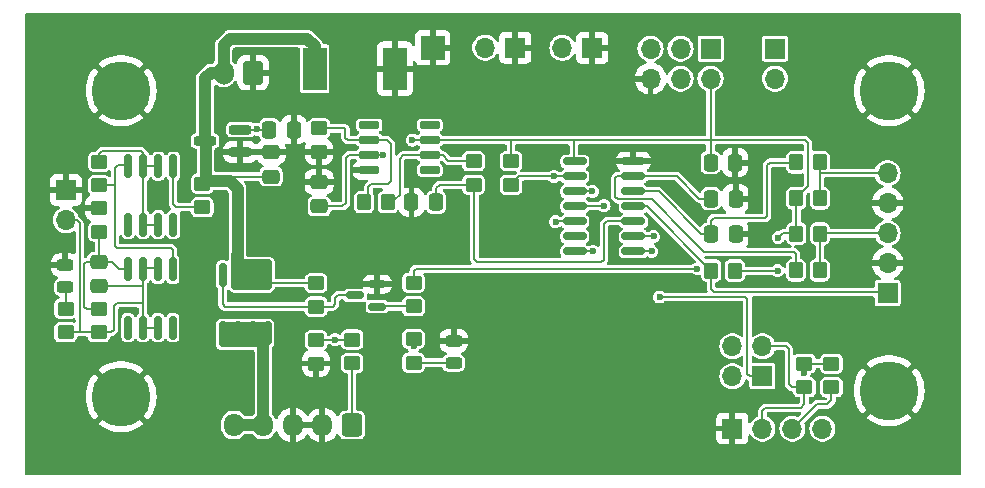
<source format=gbr>
%TF.GenerationSoftware,KiCad,Pcbnew,8.0.5*%
%TF.CreationDate,2025-06-23T12:16:39+02:00*%
%TF.ProjectId,SMD-Loetstation_v3,534d442d-4c6f-4657-9473-746174696f6e,rev?*%
%TF.SameCoordinates,Original*%
%TF.FileFunction,Copper,L1,Top*%
%TF.FilePolarity,Positive*%
%FSLAX46Y46*%
G04 Gerber Fmt 4.6, Leading zero omitted, Abs format (unit mm)*
G04 Created by KiCad (PCBNEW 8.0.5) date 2025-06-23 12:16:39*
%MOMM*%
%LPD*%
G01*
G04 APERTURE LIST*
G04 Aperture macros list*
%AMRoundRect*
0 Rectangle with rounded corners*
0 $1 Rounding radius*
0 $2 $3 $4 $5 $6 $7 $8 $9 X,Y pos of 4 corners*
0 Add a 4 corners polygon primitive as box body*
4,1,4,$2,$3,$4,$5,$6,$7,$8,$9,$2,$3,0*
0 Add four circle primitives for the rounded corners*
1,1,$1+$1,$2,$3*
1,1,$1+$1,$4,$5*
1,1,$1+$1,$6,$7*
1,1,$1+$1,$8,$9*
0 Add four rect primitives between the rounded corners*
20,1,$1+$1,$2,$3,$4,$5,0*
20,1,$1+$1,$4,$5,$6,$7,0*
20,1,$1+$1,$6,$7,$8,$9,0*
20,1,$1+$1,$8,$9,$2,$3,0*%
G04 Aperture macros list end*
%TA.AperFunction,SMDPad,CuDef*%
%ADD10RoundRect,0.250000X0.450000X-0.350000X0.450000X0.350000X-0.450000X0.350000X-0.450000X-0.350000X0*%
%TD*%
%TA.AperFunction,SMDPad,CuDef*%
%ADD11RoundRect,0.250000X0.337500X0.475000X-0.337500X0.475000X-0.337500X-0.475000X0.337500X-0.475000X0*%
%TD*%
%TA.AperFunction,SMDPad,CuDef*%
%ADD12RoundRect,0.250000X-0.350000X-0.450000X0.350000X-0.450000X0.350000X0.450000X-0.350000X0.450000X0*%
%TD*%
%TA.AperFunction,SMDPad,CuDef*%
%ADD13RoundRect,0.250000X-0.450000X0.350000X-0.450000X-0.350000X0.450000X-0.350000X0.450000X0.350000X0*%
%TD*%
%TA.AperFunction,ComponentPad*%
%ADD14C,5.000000*%
%TD*%
%TA.AperFunction,ComponentPad*%
%ADD15R,1.700000X1.700000*%
%TD*%
%TA.AperFunction,ComponentPad*%
%ADD16O,1.700000X1.700000*%
%TD*%
%TA.AperFunction,SMDPad,CuDef*%
%ADD17RoundRect,0.150000X0.587500X0.150000X-0.587500X0.150000X-0.587500X-0.150000X0.587500X-0.150000X0*%
%TD*%
%TA.AperFunction,SMDPad,CuDef*%
%ADD18RoundRect,0.200000X0.750000X0.200000X-0.750000X0.200000X-0.750000X-0.200000X0.750000X-0.200000X0*%
%TD*%
%TA.AperFunction,SMDPad,CuDef*%
%ADD19RoundRect,0.150000X-0.150000X0.825000X-0.150000X-0.825000X0.150000X-0.825000X0.150000X0.825000X0*%
%TD*%
%TA.AperFunction,ComponentPad*%
%ADD20RoundRect,0.250000X0.600000X0.750000X-0.600000X0.750000X-0.600000X-0.750000X0.600000X-0.750000X0*%
%TD*%
%TA.AperFunction,ComponentPad*%
%ADD21O,1.700000X2.000000*%
%TD*%
%TA.AperFunction,SMDPad,CuDef*%
%ADD22RoundRect,0.250000X0.475000X-0.337500X0.475000X0.337500X-0.475000X0.337500X-0.475000X-0.337500X0*%
%TD*%
%TA.AperFunction,SMDPad,CuDef*%
%ADD23RoundRect,0.150000X-0.725000X-0.150000X0.725000X-0.150000X0.725000X0.150000X-0.725000X0.150000X0*%
%TD*%
%TA.AperFunction,SMDPad,CuDef*%
%ADD24RoundRect,0.250000X-0.337500X-0.475000X0.337500X-0.475000X0.337500X0.475000X-0.337500X0.475000X0*%
%TD*%
%TA.AperFunction,SMDPad,CuDef*%
%ADD25RoundRect,0.250000X0.350000X0.450000X-0.350000X0.450000X-0.350000X-0.450000X0.350000X-0.450000X0*%
%TD*%
%TA.AperFunction,SMDPad,CuDef*%
%ADD26RoundRect,0.243750X-0.456250X0.243750X-0.456250X-0.243750X0.456250X-0.243750X0.456250X0.243750X0*%
%TD*%
%TA.AperFunction,SMDPad,CuDef*%
%ADD27R,2.000000X3.600000*%
%TD*%
%TA.AperFunction,SMDPad,CuDef*%
%ADD28RoundRect,0.150000X-0.825000X-0.150000X0.825000X-0.150000X0.825000X0.150000X-0.825000X0.150000X0*%
%TD*%
%TA.AperFunction,ComponentPad*%
%ADD29RoundRect,0.250000X0.600000X0.725000X-0.600000X0.725000X-0.600000X-0.725000X0.600000X-0.725000X0*%
%TD*%
%TA.AperFunction,ComponentPad*%
%ADD30O,1.700000X1.950000*%
%TD*%
%TA.AperFunction,SMDPad,CuDef*%
%ADD31R,2.000000X2.000000*%
%TD*%
%TA.AperFunction,ViaPad*%
%ADD32C,0.600000*%
%TD*%
%TA.AperFunction,Conductor*%
%ADD33C,1.000000*%
%TD*%
%TA.AperFunction,Conductor*%
%ADD34C,0.200000*%
%TD*%
%TA.AperFunction,Conductor*%
%ADD35C,0.500000*%
%TD*%
G04 APERTURE END LIST*
D10*
%TO.P,R12,1*%
%TO.N,Net-(J3-Pin_2)*%
X139217400Y-86664800D03*
%TO.P,R12,2*%
%TO.N,+5V*%
X139217400Y-84664800D03*
%TD*%
D11*
%TO.P,C3,1*%
%TO.N,Net-(U1-PA3)*%
X132863500Y-88138000D03*
%TO.P,C3,2*%
%TO.N,GND*%
X130788500Y-88138000D03*
%TD*%
D10*
%TO.P,R3,1*%
%TO.N,Net-(J6-Pin_1)*%
X125755400Y-101771200D03*
%TO.P,R3,2*%
%TO.N,Net-(U2-+)*%
X125755400Y-99771200D03*
%TD*%
D12*
%TO.P,R10,1*%
%TO.N,+5V*%
X163379400Y-87814400D03*
%TO.P,R10,2*%
%TO.N,Net-(J5-Pin_5)*%
X165379400Y-87814400D03*
%TD*%
D13*
%TO.P,R15,1*%
%TO.N,Net-(R15-Pad1)*%
X104343200Y-84718600D03*
%TO.P,R15,2*%
%TO.N,Net-(U4-ADJ)*%
X104343200Y-86718600D03*
%TD*%
D11*
%TO.P,C5,1*%
%TO.N,GND*%
X158226400Y-90849800D03*
%TO.P,C5,2*%
%TO.N,Net-(U1-PA1)*%
X156151400Y-90849800D03*
%TD*%
D14*
%TO.P,H1,1,1*%
%TO.N,GND*%
X106197400Y-78695800D03*
%TD*%
D13*
%TO.P,R17,1*%
%TO.N,GND*%
X104343200Y-88627200D03*
%TO.P,R17,2*%
%TO.N,Net-(U5-ADJ)*%
X104343200Y-90627200D03*
%TD*%
%TO.P,R18,1*%
%TO.N,Net-(R18-Pad1)*%
X136042400Y-84671400D03*
%TO.P,R18,2*%
%TO.N,Net-(U1-PA3)*%
X136042400Y-86671400D03*
%TD*%
D15*
%TO.P,J2,1,Pin_1*%
%TO.N,GND*%
X157962600Y-107308900D03*
D16*
%TO.P,J2,2,Pin_2*%
%TO.N,Net-(J2-Pin_2)*%
X160502600Y-107308900D03*
%TO.P,J2,3,Pin_3*%
%TO.N,Net-(J2-Pin_3)*%
X163042600Y-107308900D03*
%TO.P,J2,4,Pin_4*%
%TO.N,+5V*%
X165582600Y-107308900D03*
%TD*%
D13*
%TO.P,R4,1*%
%TO.N,+12V*%
X122707400Y-94980200D03*
%TO.P,R4,2*%
%TO.N,Net-(Q1-G)*%
X122707400Y-96980200D03*
%TD*%
D10*
%TO.P,R21,1*%
%TO.N,Net-(U4-VI)*%
X113080800Y-88579200D03*
%TO.P,R21,2*%
%TO.N,+12V*%
X113080800Y-86579200D03*
%TD*%
%TO.P,R5,1*%
%TO.N,Net-(Q2-G)*%
X130962400Y-96970600D03*
%TO.P,R5,2*%
%TO.N,Net-(J8-Pin_2)*%
X130962400Y-94970600D03*
%TD*%
D17*
%TO.P,Q2,1,G*%
%TO.N,Net-(Q2-G)*%
X127884400Y-96977200D03*
%TO.P,Q2,2,S*%
%TO.N,GND*%
X127884400Y-95077200D03*
%TO.P,Q2,3,D*%
%TO.N,Net-(Q1-G)*%
X126009400Y-96027200D03*
%TD*%
D10*
%TO.P,R19,1*%
%TO.N,GND*%
X122707400Y-101803200D03*
%TO.P,R19,2*%
%TO.N,Net-(U2-+)*%
X122707400Y-99803200D03*
%TD*%
D15*
%TO.P,J8,1,Pin_1*%
%TO.N,Net-(J7-MISO)*%
X161569400Y-75139800D03*
D16*
%TO.P,J8,2,Pin_2*%
%TO.N,Net-(J8-Pin_2)*%
X161569400Y-77679800D03*
%TD*%
D15*
%TO.P,J4,1,Pin_1*%
%TO.N,GND*%
X146100800Y-75082400D03*
D16*
%TO.P,J4,2,Pin_2*%
%TO.N,Net-(J4-Pin_2)*%
X143560800Y-75082400D03*
%TD*%
D14*
%TO.P,H3,1,1*%
%TO.N,GND*%
X106197400Y-104603800D03*
%TD*%
D15*
%TO.P,J7,1,MISO*%
%TO.N,Net-(J7-MISO)*%
X156108400Y-75139800D03*
D16*
%TO.P,J7,2,VCC*%
%TO.N,+5V*%
X156108400Y-77679800D03*
%TO.P,J7,3,SCK*%
%TO.N,Net-(J7-SCK)*%
X153568400Y-75139800D03*
%TO.P,J7,4,MOSI*%
%TO.N,Net-(J7-MOSI)*%
X153568400Y-77679800D03*
%TO.P,J7,5,~{RST}*%
%TO.N,Net-(J7-~{RST})*%
X151028400Y-75139800D03*
%TO.P,J7,6,GND*%
%TO.N,GND*%
X151028400Y-77679800D03*
%TD*%
D18*
%TO.P,U6,1,GND*%
%TO.N,GND*%
X116306600Y-83897800D03*
%TO.P,U6,2,VO*%
%TO.N,+5V*%
X116306600Y-81997800D03*
%TO.P,U6,3,VI*%
%TO.N,+12V*%
X113306600Y-82947800D03*
%TD*%
D19*
%TO.P,U5,1,VI*%
%TO.N,Net-(U4-ADJ)*%
X110591600Y-93827600D03*
%TO.P,U5,2,VO*%
%TO.N,Net-(J10-Pin_2)*%
X109321600Y-93827600D03*
%TO.P,U5,3,VO*%
X108051600Y-93827600D03*
%TO.P,U5,4,ADJ*%
%TO.N,Net-(U5-ADJ)*%
X106781600Y-93827600D03*
%TO.P,U5,5,NC*%
%TO.N,unconnected-(U5-NC-Pad5)*%
X106781600Y-98777600D03*
%TO.P,U5,6,VO*%
%TO.N,Net-(J10-Pin_2)*%
X108051600Y-98777600D03*
%TO.P,U5,7,VO*%
X109321600Y-98777600D03*
%TO.P,U5,8,NC*%
%TO.N,unconnected-(U5-NC-Pad8)*%
X110591600Y-98777600D03*
%TD*%
D20*
%TO.P,J1,1,Pin_1*%
%TO.N,GND*%
X117373400Y-77171800D03*
D21*
%TO.P,J1,2,Pin_2*%
%TO.N,+12V*%
X114873400Y-77171800D03*
%TD*%
D22*
%TO.P,C1,1*%
%TO.N,Net-(U2-+)*%
X122961400Y-88496300D03*
%TO.P,C1,2*%
%TO.N,GND*%
X122961400Y-86421300D03*
%TD*%
D23*
%TO.P,U2,1,NC*%
%TO.N,unconnected-(U2-NC-Pad1)*%
X127203200Y-81616800D03*
%TO.P,U2,2,-*%
%TO.N,Net-(U2--)*%
X127203200Y-82886800D03*
%TO.P,U2,3,+*%
%TO.N,Net-(U2-+)*%
X127203200Y-84156800D03*
%TO.P,U2,4,V-*%
%TO.N,GND*%
X127203200Y-85426800D03*
%TO.P,U2,5,NC*%
%TO.N,unconnected-(U2-NC-Pad5)*%
X132353200Y-85426800D03*
%TO.P,U2,6*%
%TO.N,Net-(R18-Pad1)*%
X132353200Y-84156800D03*
%TO.P,U2,7,V+*%
%TO.N,+5V*%
X132353200Y-82886800D03*
%TO.P,U2,8,NC*%
%TO.N,unconnected-(U2-NC-Pad8)*%
X132353200Y-81616800D03*
%TD*%
D14*
%TO.P,H2,1,1*%
%TO.N,GND*%
X171221400Y-104095800D03*
%TD*%
D24*
%TO.P,C4,1*%
%TO.N,Net-(U1-AREF{slash}PA0)*%
X156151400Y-87839800D03*
%TO.P,C4,2*%
%TO.N,GND*%
X158226400Y-87839800D03*
%TD*%
D25*
%TO.P,R8,1*%
%TO.N,Net-(J5-Pin_3)*%
X165379400Y-90811600D03*
%TO.P,R8,2*%
%TO.N,+5V*%
X163379400Y-90811600D03*
%TD*%
D19*
%TO.P,Q1,1,S*%
%TO.N,+12V*%
X118600000Y-94298400D03*
%TO.P,Q1,2,S*%
X117330000Y-94298400D03*
%TO.P,Q1,3,S*%
X116060000Y-94298400D03*
%TO.P,Q1,4,G*%
%TO.N,Net-(Q1-G)*%
X114790000Y-94298400D03*
%TO.P,Q1,5,D*%
%TO.N,Net-(J6-Pin_4)*%
X114790000Y-99248400D03*
%TO.P,Q1,6,D*%
X116060000Y-99248400D03*
%TO.P,Q1,7,D*%
X117330000Y-99248400D03*
%TO.P,Q1,8,D*%
X118600000Y-99248400D03*
%TD*%
D15*
%TO.P,J10,1,Pin_1*%
%TO.N,GND*%
X101523800Y-87117000D03*
D16*
%TO.P,J10,2,Pin_2*%
%TO.N,Net-(J10-Pin_2)*%
X101523800Y-89657000D03*
%TD*%
D25*
%TO.P,R9,1*%
%TO.N,Net-(J5-Pin_3)*%
X165347400Y-93910400D03*
%TO.P,R9,2*%
%TO.N,Net-(U1-AREF{slash}PA0)*%
X163347400Y-93910400D03*
%TD*%
D10*
%TO.P,R14,1*%
%TO.N,Net-(D1-A)*%
X130962400Y-101720400D03*
%TO.P,R14,2*%
%TO.N,Net-(U1-PB2)*%
X130962400Y-99720400D03*
%TD*%
D13*
%TO.P,R20,1*%
%TO.N,Net-(D2-A)*%
X101498400Y-97161600D03*
%TO.P,R20,2*%
%TO.N,Net-(J10-Pin_2)*%
X101498400Y-99161600D03*
%TD*%
D10*
%TO.P,R7,1*%
%TO.N,Net-(J2-Pin_2)*%
X164058600Y-103809800D03*
%TO.P,R7,2*%
%TO.N,+5V*%
X164058600Y-101809800D03*
%TD*%
D24*
%TO.P,C7,1*%
%TO.N,+5V*%
X118752800Y-81997800D03*
%TO.P,C7,2*%
%TO.N,GND*%
X120827800Y-81997800D03*
%TD*%
D12*
%TO.P,R2,1*%
%TO.N,Net-(U2--)*%
X126762000Y-88138000D03*
%TO.P,R2,2*%
%TO.N,Net-(R18-Pad1)*%
X128762000Y-88138000D03*
%TD*%
D10*
%TO.P,R1,1*%
%TO.N,GND*%
X122961400Y-83870800D03*
%TO.P,R1,2*%
%TO.N,Net-(U2--)*%
X122961400Y-81870800D03*
%TD*%
D26*
%TO.P,D1,1,K*%
%TO.N,GND*%
X134366000Y-99872800D03*
%TO.P,D1,2,A*%
%TO.N,Net-(D1-A)*%
X134366000Y-101747800D03*
%TD*%
D13*
%TO.P,R16,1*%
%TO.N,Net-(U5-ADJ)*%
X104317800Y-97161600D03*
%TO.P,R16,2*%
%TO.N,Net-(J10-Pin_2)*%
X104317800Y-99161600D03*
%TD*%
D25*
%TO.P,R11,1*%
%TO.N,Net-(J5-Pin_5)*%
X165372800Y-84766400D03*
%TO.P,R11,2*%
%TO.N,Net-(U1-PA1)*%
X163372800Y-84766400D03*
%TD*%
D22*
%TO.P,C8,1*%
%TO.N,Net-(J10-Pin_2)*%
X104317800Y-95274200D03*
%TO.P,C8,2*%
%TO.N,Net-(U5-ADJ)*%
X104317800Y-93199200D03*
%TD*%
D26*
%TO.P,D2,1,K*%
%TO.N,GND*%
X101473000Y-93474300D03*
%TO.P,D2,2,A*%
%TO.N,Net-(D2-A)*%
X101473000Y-95349300D03*
%TD*%
D27*
%TO.P,D3,A*%
%TO.N,GND*%
X129384000Y-76835000D03*
%TO.P,D3,C*%
%TO.N,+12V*%
X122584000Y-76835000D03*
%TD*%
D22*
%TO.P,C6,1*%
%TO.N,+12V*%
X118897400Y-85977800D03*
%TO.P,C6,2*%
%TO.N,GND*%
X118897400Y-83902800D03*
%TD*%
D15*
%TO.P,J3,1,Pin_1*%
%TO.N,GND*%
X139578000Y-75057000D03*
D16*
%TO.P,J3,2,Pin_2*%
%TO.N,Net-(J3-Pin_2)*%
X137038000Y-75057000D03*
%TD*%
D19*
%TO.P,U4,1,VI*%
%TO.N,Net-(U4-VI)*%
X110617000Y-85090000D03*
%TO.P,U4,2,VO*%
%TO.N,Net-(R15-Pad1)*%
X109347000Y-85090000D03*
%TO.P,U4,3,VO*%
X108077000Y-85090000D03*
%TO.P,U4,4,ADJ*%
%TO.N,Net-(U4-ADJ)*%
X106807000Y-85090000D03*
%TO.P,U4,5,NC*%
%TO.N,unconnected-(U4-NC-Pad5)*%
X106807000Y-90040000D03*
%TO.P,U4,6,VO*%
%TO.N,Net-(R15-Pad1)*%
X108077000Y-90040000D03*
%TO.P,U4,7,VO*%
X109347000Y-90040000D03*
%TO.P,U4,8,NC*%
%TO.N,unconnected-(U4-NC-Pad8)*%
X110617000Y-90040000D03*
%TD*%
D28*
%TO.P,U1,1,VCC*%
%TO.N,+5V*%
X144627600Y-84683600D03*
%TO.P,U1,2,XTAL1/PB0*%
%TO.N,Net-(J3-Pin_2)*%
X144627600Y-85953600D03*
%TO.P,U1,3,XTAL2/PB1*%
%TO.N,Net-(J4-Pin_2)*%
X144627600Y-87223600D03*
%TO.P,U1,4,~{RESET}/PB3*%
%TO.N,Net-(J7-~{RST})*%
X144627600Y-88493600D03*
%TO.P,U1,5,PB2*%
%TO.N,Net-(U1-PB2)*%
X144627600Y-89763600D03*
%TO.P,U1,6,PA7*%
%TO.N,unconnected-(U1-PA7-Pad6)*%
X144627600Y-91033600D03*
%TO.P,U1,7,PA6*%
%TO.N,Net-(J7-MOSI)*%
X144627600Y-92303600D03*
%TO.P,U1,8,PA5*%
%TO.N,Net-(J7-MISO)*%
X149577600Y-92303600D03*
%TO.P,U1,9,PA4*%
%TO.N,Net-(J7-SCK)*%
X149577600Y-91033600D03*
%TO.P,U1,10,PA3*%
%TO.N,Net-(U1-PA3)*%
X149577600Y-89763600D03*
%TO.P,U1,11,PA2*%
%TO.N,Net-(J5-Pin_1)*%
X149577600Y-88493600D03*
%TO.P,U1,12,PA1*%
%TO.N,Net-(U1-PA1)*%
X149577600Y-87223600D03*
%TO.P,U1,13,AREF/PA0*%
%TO.N,Net-(U1-AREF{slash}PA0)*%
X149577600Y-85953600D03*
%TO.P,U1,14,GND*%
%TO.N,GND*%
X149577600Y-84683600D03*
%TD*%
D15*
%TO.P,J5,1,Pin_1*%
%TO.N,Net-(J5-Pin_1)*%
X171094400Y-95840800D03*
D16*
%TO.P,J5,2,Pin_2*%
%TO.N,GND*%
X171094400Y-93300800D03*
%TO.P,J5,3,Pin_3*%
%TO.N,Net-(J5-Pin_3)*%
X171094400Y-90760800D03*
%TO.P,J5,4,Pin_4*%
%TO.N,GND*%
X171094400Y-88220800D03*
%TO.P,J5,5,Pin_5*%
%TO.N,Net-(J5-Pin_5)*%
X171094400Y-85680800D03*
%TD*%
D10*
%TO.P,R6,1*%
%TO.N,Net-(J2-Pin_3)*%
X166344600Y-103809800D03*
%TO.P,R6,2*%
%TO.N,+5V*%
X166344600Y-101809800D03*
%TD*%
D14*
%TO.P,H4,1,1*%
%TO.N,GND*%
X171221400Y-78695800D03*
%TD*%
D12*
%TO.P,R13,1*%
%TO.N,Net-(J5-Pin_1)*%
X156167400Y-93935800D03*
%TO.P,R13,2*%
%TO.N,+5V*%
X158167400Y-93935800D03*
%TD*%
D29*
%TO.P,J6,1,Pin_1*%
%TO.N,Net-(J6-Pin_1)*%
X125740800Y-107010200D03*
D30*
%TO.P,J6,2,Pin_2*%
%TO.N,GND*%
X123240800Y-107010200D03*
%TO.P,J6,3,Pin_3*%
X120740800Y-107010200D03*
%TO.P,J6,4,Pin_4*%
%TO.N,Net-(J6-Pin_4)*%
X118240800Y-107010200D03*
%TO.P,J6,5,Pin_5*%
X115740800Y-107010200D03*
%TD*%
D31*
%TO.P,GND,1,1*%
%TO.N,GND*%
X132588000Y-75057000D03*
%TD*%
D24*
%TO.P,C2,1*%
%TO.N,+5V*%
X156108400Y-84791800D03*
%TO.P,C2,2*%
%TO.N,GND*%
X158183400Y-84791800D03*
%TD*%
D15*
%TO.P,J9,1,Pin_1*%
%TO.N,Net-(J7-SCK)*%
X160502600Y-102876600D03*
D16*
%TO.P,J9,2,Pin_2*%
%TO.N,Net-(J7-MOSI)*%
X157962600Y-102876600D03*
%TO.P,J9,3,Pin_3*%
%TO.N,Net-(J2-Pin_2)*%
X160502600Y-100336600D03*
%TO.P,J9,4,Pin_4*%
%TO.N,Net-(J2-Pin_3)*%
X157962600Y-100336600D03*
%TD*%
D32*
%TO.N,GND*%
X161823400Y-86239600D03*
X152755600Y-86868000D03*
X109321600Y-87477600D03*
X159842200Y-86265000D03*
X152857200Y-92354400D03*
X141681200Y-84175600D03*
X158826200Y-77629000D03*
%TO.N,Net-(U2-+)*%
X124307600Y-99771200D03*
X128397000Y-84156800D03*
%TO.N,+5V*%
X161836100Y-91154500D03*
X161798000Y-93935800D03*
X117678200Y-81972400D03*
X164058600Y-102565200D03*
X130860800Y-82886800D03*
%TO.N,Net-(J3-Pin_2)*%
X142849600Y-85953600D03*
%TO.N,Net-(J4-Pin_2)*%
X146100800Y-87223600D03*
%TO.N,Net-(J8-Pin_2)*%
X154990800Y-93776800D03*
%TO.N,Net-(J7-MISO)*%
X151130000Y-92303600D03*
%TO.N,Net-(J7-~{RST})*%
X147091400Y-88442800D03*
%TO.N,Net-(U1-PB2)*%
X130962400Y-100330000D03*
X143002000Y-89804800D03*
%TO.N,Net-(J7-MOSI)*%
X146151600Y-92303600D03*
%TO.N,Net-(J7-SCK)*%
X151282400Y-91033600D03*
X151790400Y-96164400D03*
%TD*%
D33*
%TO.N,GND*%
X120740800Y-107347000D02*
X120753800Y-107360000D01*
D34*
%TO.N,Net-(U2-+)*%
X128397000Y-84156800D02*
X125476000Y-84156800D01*
X124275600Y-99803200D02*
X124307600Y-99771200D01*
X125222000Y-84410800D02*
X125222000Y-88220800D01*
X122707400Y-99803200D02*
X124275600Y-99803200D01*
X124946500Y-88496300D02*
X122961400Y-88496300D01*
X125476000Y-84156800D02*
X125222000Y-84410800D01*
X124307600Y-99771200D02*
X125755400Y-99771200D01*
X125222000Y-88220800D02*
X124946500Y-88496300D01*
%TO.N,+5V*%
X164388800Y-83166200D02*
X164134800Y-82912200D01*
X143988700Y-82890700D02*
X156108400Y-82890700D01*
X116306600Y-81997800D02*
X117652800Y-81997800D01*
X158192000Y-93960400D02*
X161773400Y-93960400D01*
X132870600Y-82886800D02*
X132874500Y-82890700D01*
X139217400Y-82916100D02*
X139192000Y-82890700D01*
X162204400Y-90786200D02*
X163379400Y-90786200D01*
X130860800Y-82886800D02*
X132870600Y-82886800D01*
X158167400Y-93935800D02*
X158192000Y-93960400D01*
X161836100Y-91154500D02*
X162204400Y-90786200D01*
X161773400Y-93960400D02*
X161798000Y-93935800D01*
X139192000Y-82890700D02*
X143988700Y-82890700D01*
X156108400Y-77679800D02*
X156108400Y-78831500D01*
X117678200Y-81972400D02*
X117703600Y-81997800D01*
X144526000Y-82890700D02*
X143988700Y-82890700D01*
X156108400Y-84791800D02*
X156108400Y-82890700D01*
X117652800Y-81997800D02*
X117678200Y-81972400D01*
X166344600Y-101809800D02*
X164058600Y-101809800D01*
X163379400Y-90786200D02*
X163379400Y-87814400D01*
X163379400Y-87814400D02*
X164388800Y-86805000D01*
X164388800Y-86805000D02*
X164388800Y-83166200D01*
X164058600Y-102565200D02*
X164058600Y-101809800D01*
X117703600Y-81997800D02*
X118752800Y-81997800D01*
X156108400Y-78831500D02*
X156108400Y-82890700D01*
X144526000Y-84664800D02*
X144526000Y-82890700D01*
X164113300Y-82890700D02*
X164261800Y-83039200D01*
X139217400Y-84664800D02*
X139217400Y-82916100D01*
X156108400Y-82890700D02*
X164113300Y-82890700D01*
X158167400Y-93935800D02*
X158672800Y-94441200D01*
X132874500Y-82890700D02*
X139192000Y-82890700D01*
%TO.N,Net-(U1-PA3)*%
X136118600Y-92989400D02*
X136347200Y-93218000D01*
X136118600Y-86614000D02*
X136118600Y-92989400D01*
X132863500Y-88138000D02*
X132863500Y-86973500D01*
X146862800Y-93218000D02*
X147066000Y-93014800D01*
X147066000Y-93014800D02*
X147066000Y-90017600D01*
X147320000Y-89763600D02*
X149577600Y-89763600D01*
X133165600Y-86671400D02*
X136042400Y-86671400D01*
X147066000Y-90017600D02*
X147320000Y-89763600D01*
X132863500Y-86973500D02*
X133165600Y-86671400D01*
X136347200Y-93218000D02*
X146862800Y-93218000D01*
D33*
%TO.N,+12V*%
X113306600Y-77650600D02*
X113306600Y-80619600D01*
D34*
X118600000Y-94980200D02*
X122707400Y-94980200D01*
D35*
X118672500Y-95038400D02*
X116827500Y-95038400D01*
X115810000Y-94838400D02*
X118350000Y-94838400D01*
D33*
X113350000Y-86310000D02*
X113350000Y-82991200D01*
X113080800Y-86579200D02*
X113300000Y-86360000D01*
D35*
X116080000Y-93578400D02*
X116060000Y-93598400D01*
D34*
X113080800Y-86579200D02*
X113551600Y-87050000D01*
D35*
X118671250Y-93248400D02*
X116088750Y-93248400D01*
D33*
X113785400Y-77171800D02*
X113306600Y-77650600D01*
D34*
X118600000Y-94298400D02*
X118600000Y-94980200D01*
D35*
X115940000Y-94008400D02*
X118480000Y-94008400D01*
D33*
X121920000Y-74295000D02*
X122584000Y-74959000D01*
D35*
X115800000Y-95288400D02*
X115800000Y-92498400D01*
X115810000Y-94528400D02*
X118350000Y-94528400D01*
D33*
X116060000Y-87002400D02*
X116060000Y-94810000D01*
X113080800Y-86579200D02*
X113350000Y-86310000D01*
X114873400Y-77171800D02*
X114873400Y-74864600D01*
D34*
X122339400Y-94948200D02*
X122707400Y-94580200D01*
D33*
X114873400Y-74864600D02*
X115443000Y-74295000D01*
D35*
X118662500Y-93578400D02*
X116080000Y-93578400D01*
X118710000Y-93248400D02*
X118710000Y-95228400D01*
X115790000Y-95298400D02*
X118710000Y-95298400D01*
D33*
X114873400Y-77171800D02*
X113785400Y-77171800D01*
D35*
X118600000Y-94298400D02*
X117870000Y-95028400D01*
D33*
X115417600Y-86360000D02*
X116060000Y-87002400D01*
D35*
X118710000Y-95228400D02*
X118640000Y-95298400D01*
X115790000Y-95298400D02*
X115800000Y-95288400D01*
X115790000Y-95038400D02*
X118330000Y-95038400D01*
D33*
X122584000Y-74959000D02*
X122584000Y-76835000D01*
X113306600Y-80619600D02*
X113306600Y-82947800D01*
D34*
X118897400Y-85977800D02*
X113682200Y-85977800D01*
D35*
X116060000Y-94298400D02*
X118600000Y-94298400D01*
D34*
X113682200Y-85977800D02*
X113080800Y-86579200D01*
D33*
X115443000Y-74295000D02*
X121920000Y-74295000D01*
X113350000Y-82991200D02*
X113306600Y-82947800D01*
D35*
X117870000Y-95028400D02*
X116025000Y-95028400D01*
D33*
X113300000Y-86360000D02*
X115417600Y-86360000D01*
D34*
%TO.N,Net-(J2-Pin_2)*%
X160502600Y-107308900D02*
X160502600Y-105797600D01*
X162509200Y-100336600D02*
X160502600Y-100336600D01*
X160502600Y-105797600D02*
X160756600Y-105543600D01*
X163728400Y-105543600D02*
X164058600Y-105213400D01*
X160629600Y-107181900D02*
X160502600Y-107308900D01*
X163036000Y-103809800D02*
X162763200Y-103537000D01*
X160756600Y-105543600D02*
X163728400Y-105543600D01*
X162763200Y-103537000D02*
X162763200Y-100590600D01*
X164058600Y-105213400D02*
X164058600Y-103809800D01*
X164058600Y-103809800D02*
X163036000Y-103809800D01*
X162763200Y-100590600D02*
X162509200Y-100336600D01*
%TO.N,Net-(J2-Pin_3)*%
X166344600Y-104934000D02*
X166007515Y-105271085D01*
X166007515Y-105271085D02*
X165080415Y-105271085D01*
X166344600Y-103809800D02*
X166344600Y-104934000D01*
X165080415Y-105271085D02*
X163042600Y-107308900D01*
%TO.N,Net-(J3-Pin_2)*%
X142849600Y-85953600D02*
X139928600Y-85953600D01*
X139928600Y-85953600D02*
X139217400Y-86664800D01*
X142849600Y-85953600D02*
X144627600Y-85953600D01*
%TO.N,Net-(J4-Pin_2)*%
X146050000Y-87223600D02*
X144627600Y-87223600D01*
%TO.N,Net-(J5-Pin_1)*%
X150725200Y-88493600D02*
X156167400Y-93935800D01*
X156167400Y-95493400D02*
X156167400Y-93935800D01*
X149577600Y-88493600D02*
X150725200Y-88493600D01*
X171094400Y-95840800D02*
X171018200Y-95764600D01*
X156438600Y-95764600D02*
X156167400Y-95493400D01*
X171018200Y-95764600D02*
X156438600Y-95764600D01*
%TO.N,Net-(J5-Pin_3)*%
X171094400Y-90786200D02*
X165658800Y-90786200D01*
X165658800Y-90786200D02*
X165347400Y-91097600D01*
X165347400Y-91097600D02*
X165347400Y-93910400D01*
%TO.N,Net-(J5-Pin_5)*%
X165372800Y-84766400D02*
X165372800Y-85064600D01*
X165379400Y-84766400D02*
X165379400Y-85604600D01*
X165379400Y-84741000D02*
X165379400Y-87712800D01*
X165379400Y-85706200D02*
X165404800Y-85680800D01*
X165404800Y-85680800D02*
X171094400Y-85680800D01*
D33*
%TO.N,Net-(J6-Pin_4)*%
X118250000Y-100368400D02*
X118250000Y-107001000D01*
D35*
X114790000Y-99248400D02*
X114810000Y-99268400D01*
D33*
X118240800Y-107010200D02*
X115740800Y-107010200D01*
D35*
X117945000Y-99648400D02*
X114895000Y-99648400D01*
X114790000Y-99958400D02*
X114790000Y-99248400D01*
X118230000Y-100348400D02*
X117840000Y-99958400D01*
X114810000Y-99268400D02*
X118630000Y-99268400D01*
D33*
X118230000Y-100348400D02*
X118250000Y-100368400D01*
D35*
X117840000Y-99958400D02*
X114790000Y-99958400D01*
X117965000Y-98868400D02*
X114915000Y-98868400D01*
X118665000Y-98518400D02*
X115615000Y-98518400D01*
D33*
X118230000Y-107336200D02*
X118240800Y-107325400D01*
X118230000Y-99668400D02*
X118230000Y-100348400D01*
D35*
X118395000Y-98868400D02*
X115345000Y-98868400D01*
X117790000Y-100168400D02*
X114740000Y-100168400D01*
X117825000Y-98518400D02*
X114775000Y-98518400D01*
D33*
X118250000Y-107001000D02*
X118240800Y-107010200D01*
D34*
%TO.N,Net-(J6-Pin_1)*%
X125755400Y-101771200D02*
X125740800Y-101785800D01*
X125787400Y-101803200D02*
X125755400Y-101771200D01*
X125740800Y-102297400D02*
X125740800Y-107347000D01*
%TO.N,Net-(J8-Pin_2)*%
X131165600Y-93776800D02*
X130962400Y-93980000D01*
X154940000Y-93878400D02*
X154940000Y-93776800D01*
X154940000Y-93776800D02*
X131165600Y-93776800D01*
X130962400Y-93980000D02*
X130962400Y-94970600D01*
%TO.N,Net-(J7-MISO)*%
X151130000Y-92303600D02*
X149577600Y-92303600D01*
%TO.N,Net-(Q1-G)*%
X126009400Y-96027200D02*
X124546400Y-96027200D01*
X114790000Y-96798400D02*
X114971800Y-96980200D01*
X124333000Y-96777000D02*
X124129800Y-96980200D01*
X124333000Y-96240600D02*
X124333000Y-96777000D01*
X124129800Y-96980200D02*
X122707400Y-96980200D01*
X114790000Y-94298400D02*
X114790000Y-96798400D01*
X114971800Y-96980200D02*
X122707400Y-96980200D01*
X124546400Y-96027200D02*
X124333000Y-96240600D01*
%TO.N,Net-(Q2-G)*%
X130962400Y-96970600D02*
X127962200Y-96970600D01*
X130416000Y-96545400D02*
X130962400Y-97091800D01*
X127962200Y-96970600D02*
X127884400Y-97048400D01*
%TO.N,Net-(U2--)*%
X122961400Y-81870800D02*
X122986800Y-81896200D01*
X129032000Y-83185000D02*
X128733800Y-82886800D01*
X127143000Y-87519000D02*
X127143000Y-86852000D01*
X127381000Y-86614000D02*
X128778000Y-86614000D01*
X128778000Y-86614000D02*
X129032000Y-86360000D01*
X125196600Y-82683600D02*
X125399800Y-82886800D01*
X128733800Y-82886800D02*
X127203200Y-82886800D01*
X127143000Y-86852000D02*
X127381000Y-86614000D01*
X129032000Y-86360000D02*
X129032000Y-83185000D01*
X125399800Y-82886800D02*
X127203200Y-82886800D01*
X122986800Y-81896200D02*
X125196600Y-81896200D01*
X125196600Y-81896200D02*
X125196600Y-82683600D01*
%TO.N,Net-(R18-Pad1)*%
X132353200Y-84156800D02*
X130092200Y-84156800D01*
X129032000Y-87884000D02*
X128905000Y-87757000D01*
X129794000Y-87503000D02*
X129413000Y-87884000D01*
X136042400Y-84671400D02*
X136003800Y-84632800D01*
X133908800Y-84632800D02*
X133432800Y-84156800D01*
X133432800Y-84156800D02*
X132353200Y-84156800D01*
X129794000Y-84455000D02*
X129794000Y-87503000D01*
X130092200Y-84156800D02*
X129794000Y-84455000D01*
X129413000Y-87884000D02*
X129032000Y-87884000D01*
X136003800Y-84632800D02*
X133908800Y-84632800D01*
%TO.N,Net-(J7-~{RST})*%
X144627600Y-88493600D02*
X147040600Y-88493600D01*
X147040600Y-88493600D02*
X147091400Y-88442800D01*
%TO.N,Net-(U1-AREF{slash}PA0)*%
X151139600Y-87893600D02*
X154060400Y-90814400D01*
X163347400Y-92538800D02*
X163144200Y-92335600D01*
X153282400Y-85953600D02*
X149577600Y-85953600D01*
X151069600Y-87893600D02*
X151139600Y-87893600D01*
X155549600Y-92335600D02*
X154060400Y-90846400D01*
X148031200Y-87680800D02*
X148244000Y-87893600D01*
X154060400Y-90846400D02*
X153974800Y-90760800D01*
X163347400Y-93910400D02*
X163347400Y-92538800D01*
X148183600Y-85953600D02*
X148031200Y-86106000D01*
X154060400Y-90814400D02*
X154060400Y-90846400D01*
X155168600Y-87839800D02*
X153282400Y-85953600D01*
X163144200Y-92335600D02*
X155549600Y-92335600D01*
X148031200Y-86106000D02*
X148031200Y-87680800D01*
X156151400Y-87839800D02*
X155168600Y-87839800D01*
X149577600Y-85953600D02*
X148183600Y-85953600D01*
X148244000Y-87893600D02*
X151069600Y-87893600D01*
%TO.N,Net-(U1-PA1)*%
X160756600Y-89465400D02*
X156387800Y-89465400D01*
X156151400Y-89701800D02*
X156151400Y-90849800D01*
X151707600Y-87223600D02*
X149577600Y-87223600D01*
X160909000Y-84995000D02*
X160909000Y-89313000D01*
X156151400Y-90849800D02*
X155333800Y-90849800D01*
X161112200Y-84791800D02*
X160909000Y-84995000D01*
X156387800Y-89465400D02*
X156151400Y-89701800D01*
X155333800Y-90849800D02*
X151707600Y-87223600D01*
X163379400Y-84791800D02*
X161112200Y-84791800D01*
X160909000Y-89313000D02*
X160756600Y-89465400D01*
%TO.N,Net-(U1-PB2)*%
X130835400Y-100301800D02*
X130934200Y-100301800D01*
X143043200Y-89763600D02*
X144627600Y-89763600D01*
X143002000Y-89804800D02*
X143043200Y-89763600D01*
X130934200Y-100301800D02*
X130962400Y-100330000D01*
%TO.N,Net-(D1-A)*%
X130962400Y-101720400D02*
X134283200Y-101720400D01*
X134283200Y-101720400D02*
X134366000Y-101803200D01*
%TO.N,Net-(J7-MOSI)*%
X144627600Y-92303600D02*
X146151600Y-92303600D01*
%TO.N,Net-(J7-SCK)*%
X151790600Y-96164600D02*
X159055000Y-96164600D01*
X151282400Y-91033600D02*
X149577600Y-91033600D01*
X151790400Y-96164400D02*
X151790600Y-96164600D01*
X159232600Y-96342200D02*
X159232600Y-102698800D01*
X159232600Y-102698800D02*
X159410400Y-102876600D01*
X159055000Y-96164600D02*
X159232600Y-96342200D01*
X159410400Y-102876600D02*
X160502600Y-102876600D01*
%TO.N,Net-(U5-ADJ)*%
X103269800Y-93199200D02*
X103098600Y-93370400D01*
X106048000Y-93830600D02*
X105416600Y-93199200D01*
X103098600Y-93370400D02*
X103098600Y-96977200D01*
X103283000Y-97161600D02*
X104317800Y-97161600D01*
X104317800Y-93199200D02*
X103269800Y-93199200D01*
X104343200Y-90627200D02*
X104343200Y-93173800D01*
X104343200Y-93173800D02*
X104317800Y-93199200D01*
X105416600Y-93199200D02*
X104317800Y-93199200D01*
X106832400Y-93830600D02*
X106048000Y-93830600D01*
X103098600Y-96977200D02*
X103283000Y-97161600D01*
%TO.N,Net-(R15-Pad1)*%
X108077000Y-83997800D02*
X108077000Y-85090000D01*
X108077000Y-85090000D02*
X109347000Y-85090000D01*
X108077000Y-90040000D02*
X109347000Y-90040000D01*
X108077000Y-85090000D02*
X108077000Y-90040000D01*
X104551400Y-83815000D02*
X107894200Y-83815000D01*
X107894200Y-83815000D02*
X108077000Y-83997800D01*
X104343200Y-84023200D02*
X104551400Y-83815000D01*
X104343200Y-84718600D02*
X104343200Y-84023200D01*
%TO.N,Net-(J10-Pin_2)*%
X109321600Y-98041000D02*
X109321600Y-98831400D01*
X108051600Y-93827600D02*
X108051600Y-95275400D01*
X102692200Y-99110800D02*
X102641400Y-99161600D01*
X108051600Y-95275400D02*
X108050400Y-95274200D01*
X104317800Y-99161600D02*
X101498400Y-99161600D01*
X108181600Y-93751400D02*
X108102400Y-93830600D01*
X108051600Y-95275400D02*
X108051600Y-96697800D01*
X102692200Y-89916000D02*
X102692200Y-99110800D01*
X109321600Y-98777600D02*
X108051600Y-98777600D01*
X105816400Y-96697800D02*
X108051600Y-96697800D01*
X105613200Y-98933000D02*
X105613200Y-96901000D01*
X101523800Y-89657000D02*
X102433200Y-89657000D01*
X102641400Y-99161600D02*
X101498400Y-99161600D01*
X108051600Y-98221800D02*
X108051600Y-98041000D01*
X108051600Y-96697800D02*
X108051600Y-98777600D01*
X108102400Y-98780600D02*
X108077000Y-98755200D01*
X104317800Y-99161600D02*
X105384600Y-99161600D01*
X108050400Y-95274200D02*
X104317800Y-95274200D01*
X109347000Y-93751400D02*
X108181600Y-93751400D01*
X105384600Y-99161600D02*
X105613200Y-98933000D01*
X102433200Y-89657000D02*
X102692200Y-89916000D01*
X105613200Y-96901000D02*
X105816400Y-96697800D01*
%TO.N,Net-(D2-A)*%
X101498400Y-97161600D02*
X101498400Y-95374700D01*
X101498400Y-95374700D02*
X101473000Y-95349300D01*
%TO.N,Net-(U4-ADJ)*%
X110617000Y-92935600D02*
X110617000Y-92202000D01*
X106730800Y-85013800D02*
X105918000Y-85013800D01*
X105892600Y-92024200D02*
X105689400Y-91821000D01*
X105689400Y-91821000D02*
X105689400Y-86614000D01*
X105689400Y-85242400D02*
X105689400Y-86614000D01*
X105689400Y-86614000D02*
X105584800Y-86718600D01*
X110439200Y-92024200D02*
X105892600Y-92024200D01*
X105918000Y-85013800D02*
X105689400Y-85242400D01*
X110617000Y-92202000D02*
X110439200Y-92024200D01*
X105584800Y-86718600D02*
X104343200Y-86718600D01*
X106807000Y-85090000D02*
X106730800Y-85013800D01*
%TO.N,Net-(U4-VI)*%
X110880400Y-88579200D02*
X113080800Y-88579200D01*
X110617000Y-85090000D02*
X110617000Y-88315800D01*
X110617000Y-88315800D02*
X110880400Y-88579200D01*
%TD*%
%TA.AperFunction,Conductor*%
%TO.N,GND*%
G36*
X170029804Y-86050985D02*
G01*
X170073765Y-86100028D01*
X170154727Y-86262621D01*
X170277637Y-86425381D01*
X170428358Y-86562780D01*
X170428360Y-86562782D01*
X170502125Y-86608455D01*
X170601763Y-86670148D01*
X170682683Y-86701496D01*
X170738085Y-86744069D01*
X170761676Y-86809835D01*
X170745965Y-86877916D01*
X170695942Y-86926695D01*
X170669986Y-86936897D01*
X170630919Y-86947365D01*
X170630907Y-86947370D01*
X170416822Y-87047199D01*
X170416820Y-87047200D01*
X170223326Y-87182686D01*
X170223320Y-87182691D01*
X170056291Y-87349720D01*
X170056286Y-87349726D01*
X169920800Y-87543220D01*
X169920799Y-87543222D01*
X169820970Y-87757307D01*
X169820967Y-87757313D01*
X169763764Y-87970799D01*
X169763764Y-87970800D01*
X170661388Y-87970800D01*
X170628475Y-88027807D01*
X170594400Y-88154974D01*
X170594400Y-88286626D01*
X170628475Y-88413793D01*
X170661388Y-88470800D01*
X169763764Y-88470800D01*
X169820967Y-88684286D01*
X169820970Y-88684292D01*
X169920799Y-88898378D01*
X170056294Y-89091882D01*
X170223317Y-89258905D01*
X170416821Y-89394400D01*
X170630907Y-89494229D01*
X170630916Y-89494233D01*
X170669983Y-89504701D01*
X170729644Y-89541066D01*
X170760173Y-89603913D01*
X170751879Y-89673288D01*
X170707393Y-89727166D01*
X170682684Y-89740102D01*
X170601773Y-89771447D01*
X170601757Y-89771455D01*
X170428360Y-89878817D01*
X170428358Y-89878819D01*
X170277637Y-90016218D01*
X170154727Y-90178978D01*
X170061262Y-90366682D01*
X170058842Y-90365477D01*
X170023308Y-90411820D01*
X169957566Y-90435478D01*
X169950150Y-90435700D01*
X166353899Y-90435700D01*
X166286860Y-90416015D01*
X166241105Y-90363211D01*
X166231048Y-90316983D01*
X166230300Y-90317023D01*
X166230254Y-90317029D01*
X166230253Y-90317026D01*
X166230076Y-90317036D01*
X166229899Y-90313735D01*
X166229899Y-90313728D01*
X166223491Y-90254117D01*
X166218840Y-90241648D01*
X166173197Y-90119271D01*
X166173193Y-90119264D01*
X166086947Y-90004055D01*
X166086944Y-90004052D01*
X165971735Y-89917806D01*
X165971728Y-89917802D01*
X165836882Y-89867508D01*
X165836883Y-89867508D01*
X165777283Y-89861101D01*
X165777281Y-89861100D01*
X165777273Y-89861100D01*
X165777264Y-89861100D01*
X164981529Y-89861100D01*
X164981523Y-89861101D01*
X164921916Y-89867508D01*
X164787071Y-89917802D01*
X164787064Y-89917806D01*
X164671855Y-90004052D01*
X164671852Y-90004055D01*
X164585606Y-90119264D01*
X164585602Y-90119271D01*
X164535308Y-90254117D01*
X164530457Y-90299246D01*
X164528901Y-90313723D01*
X164528900Y-90313735D01*
X164528900Y-91309470D01*
X164528901Y-91309476D01*
X164535308Y-91369083D01*
X164585602Y-91503928D01*
X164585606Y-91503935D01*
X164671852Y-91619144D01*
X164671855Y-91619147D01*
X164787064Y-91705393D01*
X164787071Y-91705397D01*
X164916233Y-91753571D01*
X164972167Y-91795442D01*
X164996584Y-91860906D01*
X164996900Y-91869753D01*
X164996900Y-92843423D01*
X164977215Y-92910462D01*
X164924411Y-92956217D01*
X164897265Y-92963666D01*
X164897468Y-92964524D01*
X164889920Y-92966307D01*
X164755071Y-93016602D01*
X164755064Y-93016606D01*
X164639855Y-93102852D01*
X164639852Y-93102855D01*
X164553606Y-93218064D01*
X164553602Y-93218071D01*
X164503308Y-93352917D01*
X164496901Y-93412516D01*
X164496901Y-93412523D01*
X164496900Y-93412535D01*
X164496900Y-94408270D01*
X164496901Y-94408276D01*
X164503308Y-94467883D01*
X164553602Y-94602728D01*
X164553606Y-94602735D01*
X164639852Y-94717944D01*
X164639855Y-94717947D01*
X164755064Y-94804193D01*
X164755071Y-94804197D01*
X164889917Y-94854491D01*
X164889916Y-94854491D01*
X164896844Y-94855235D01*
X164949527Y-94860900D01*
X165745272Y-94860899D01*
X165804883Y-94854491D01*
X165939731Y-94804196D01*
X166054946Y-94717946D01*
X166141196Y-94602731D01*
X166191491Y-94467883D01*
X166197900Y-94408273D01*
X166197899Y-93412528D01*
X166191491Y-93352917D01*
X166187193Y-93341394D01*
X166141197Y-93218071D01*
X166141193Y-93218064D01*
X166054947Y-93102855D01*
X166054944Y-93102852D01*
X165939735Y-93016606D01*
X165939728Y-93016602D01*
X165804882Y-92966308D01*
X165797338Y-92964526D01*
X165797874Y-92962253D01*
X165744088Y-92939971D01*
X165704243Y-92882577D01*
X165697900Y-92843424D01*
X165697900Y-91882016D01*
X165717585Y-91814977D01*
X165770389Y-91769222D01*
X165808646Y-91758726D01*
X165836883Y-91755691D01*
X165971731Y-91705396D01*
X166086946Y-91619146D01*
X166173196Y-91503931D01*
X166223491Y-91369083D01*
X166229900Y-91309473D01*
X166229900Y-91260700D01*
X166249585Y-91193661D01*
X166302389Y-91147906D01*
X166353900Y-91136700D01*
X169975413Y-91136700D01*
X170042452Y-91156385D01*
X170086413Y-91205428D01*
X170154727Y-91342621D01*
X170277637Y-91505381D01*
X170428358Y-91642780D01*
X170428360Y-91642782D01*
X170492259Y-91682346D01*
X170601763Y-91750148D01*
X170682683Y-91781496D01*
X170738085Y-91824069D01*
X170761676Y-91889835D01*
X170745965Y-91957916D01*
X170695942Y-92006695D01*
X170669986Y-92016897D01*
X170630919Y-92027365D01*
X170630907Y-92027370D01*
X170416822Y-92127199D01*
X170416820Y-92127200D01*
X170223326Y-92262686D01*
X170223320Y-92262691D01*
X170056291Y-92429720D01*
X170056286Y-92429726D01*
X169920800Y-92623220D01*
X169920799Y-92623222D01*
X169820970Y-92837307D01*
X169820967Y-92837313D01*
X169763764Y-93050799D01*
X169763764Y-93050800D01*
X170661388Y-93050800D01*
X170628475Y-93107807D01*
X170594400Y-93234974D01*
X170594400Y-93366626D01*
X170628475Y-93493793D01*
X170661388Y-93550800D01*
X169763764Y-93550800D01*
X169820967Y-93764286D01*
X169820970Y-93764292D01*
X169920799Y-93978378D01*
X170056294Y-94171882D01*
X170223317Y-94338905D01*
X170416821Y-94474400D01*
X170480123Y-94503918D01*
X170532562Y-94550090D01*
X170551714Y-94617284D01*
X170531498Y-94684165D01*
X170478333Y-94729500D01*
X170427718Y-94740300D01*
X170219723Y-94740300D01*
X170146664Y-94754832D01*
X170146660Y-94754833D01*
X170063799Y-94810199D01*
X170008433Y-94893060D01*
X170008432Y-94893064D01*
X169993900Y-94966121D01*
X169993900Y-95290100D01*
X169974215Y-95357139D01*
X169921411Y-95402894D01*
X169869900Y-95414100D01*
X156641900Y-95414100D01*
X156574861Y-95394415D01*
X156529106Y-95341611D01*
X156517900Y-95290100D01*
X156517900Y-95002776D01*
X156537585Y-94935737D01*
X156590389Y-94889982D01*
X156617535Y-94882536D01*
X156617332Y-94881676D01*
X156624879Y-94879892D01*
X156624881Y-94879891D01*
X156624883Y-94879891D01*
X156759731Y-94829596D01*
X156874946Y-94743346D01*
X156961196Y-94628131D01*
X157011491Y-94493283D01*
X157017900Y-94433673D01*
X157017899Y-93437928D01*
X157011491Y-93378317D01*
X157002017Y-93352917D01*
X156961197Y-93243471D01*
X156961193Y-93243464D01*
X156874947Y-93128255D01*
X156874944Y-93128252D01*
X156759735Y-93042006D01*
X156759728Y-93042002D01*
X156624882Y-92991708D01*
X156624883Y-92991708D01*
X156565283Y-92985301D01*
X156565281Y-92985300D01*
X156565273Y-92985300D01*
X156565264Y-92985300D01*
X155766208Y-92985301D01*
X155766208Y-92984193D01*
X155702640Y-92969135D01*
X155676378Y-92949096D01*
X155625063Y-92897781D01*
X155591578Y-92836458D01*
X155596562Y-92766766D01*
X155638434Y-92710833D01*
X155703898Y-92686416D01*
X155712744Y-92686100D01*
X162872900Y-92686100D01*
X162939939Y-92705785D01*
X162985694Y-92758589D01*
X162996900Y-92810100D01*
X162996900Y-92843423D01*
X162977215Y-92910462D01*
X162924411Y-92956217D01*
X162897265Y-92963666D01*
X162897468Y-92964524D01*
X162889920Y-92966307D01*
X162755071Y-93016602D01*
X162755064Y-93016606D01*
X162639855Y-93102852D01*
X162639852Y-93102855D01*
X162553606Y-93218064D01*
X162553602Y-93218071D01*
X162503308Y-93352917D01*
X162496901Y-93412516D01*
X162496901Y-93412523D01*
X162496900Y-93412535D01*
X162496900Y-93577037D01*
X162477215Y-93644076D01*
X162424411Y-93689831D01*
X162355253Y-93699775D01*
X162291697Y-93670750D01*
X162274528Y-93652528D01*
X162190621Y-93543179D01*
X162075625Y-93454939D01*
X162075624Y-93454938D01*
X162075622Y-93454937D01*
X161941712Y-93399471D01*
X161941710Y-93399470D01*
X161941709Y-93399470D01*
X161850121Y-93387412D01*
X161798001Y-93380550D01*
X161797999Y-93380550D01*
X161654291Y-93399470D01*
X161654287Y-93399471D01*
X161520377Y-93454937D01*
X161405378Y-93543180D01*
X161391407Y-93561388D01*
X161334978Y-93602590D01*
X161293032Y-93609900D01*
X159141899Y-93609900D01*
X159074860Y-93590215D01*
X159029105Y-93537411D01*
X159017899Y-93485900D01*
X159017899Y-93437929D01*
X159017898Y-93437923D01*
X159017897Y-93437916D01*
X159011491Y-93378317D01*
X159002017Y-93352917D01*
X158961197Y-93243471D01*
X158961193Y-93243464D01*
X158874947Y-93128255D01*
X158874944Y-93128252D01*
X158759735Y-93042006D01*
X158759728Y-93042002D01*
X158624882Y-92991708D01*
X158624883Y-92991708D01*
X158565283Y-92985301D01*
X158565281Y-92985300D01*
X158565273Y-92985300D01*
X158565264Y-92985300D01*
X157769529Y-92985300D01*
X157769523Y-92985301D01*
X157709916Y-92991708D01*
X157575071Y-93042002D01*
X157575064Y-93042006D01*
X157459855Y-93128252D01*
X157459852Y-93128255D01*
X157373606Y-93243464D01*
X157373602Y-93243471D01*
X157323308Y-93378317D01*
X157318184Y-93425984D01*
X157316901Y-93437923D01*
X157316900Y-93437935D01*
X157316900Y-94433670D01*
X157316901Y-94433676D01*
X157323308Y-94493283D01*
X157373602Y-94628128D01*
X157373606Y-94628135D01*
X157459852Y-94743344D01*
X157459855Y-94743347D01*
X157575064Y-94829593D01*
X157575071Y-94829597D01*
X157709917Y-94879891D01*
X157709916Y-94879891D01*
X157716844Y-94880635D01*
X157769527Y-94886300D01*
X158565272Y-94886299D01*
X158624883Y-94879891D01*
X158759731Y-94829596D01*
X158874946Y-94743346D01*
X158891962Y-94720615D01*
X158895269Y-94716198D01*
X158906848Y-94702833D01*
X158953270Y-94656413D01*
X158999414Y-94576488D01*
X159023300Y-94487344D01*
X159023300Y-94434900D01*
X159042985Y-94367861D01*
X159095789Y-94322106D01*
X159147300Y-94310900D01*
X161340452Y-94310900D01*
X161407491Y-94330585D01*
X161415938Y-94336524D01*
X161460565Y-94370767D01*
X161520375Y-94416661D01*
X161654291Y-94472130D01*
X161769851Y-94487344D01*
X161797999Y-94491050D01*
X161798000Y-94491050D01*
X161798001Y-94491050D01*
X161812977Y-94489078D01*
X161941709Y-94472130D01*
X162075625Y-94416661D01*
X162190621Y-94328421D01*
X162274527Y-94219072D01*
X162330951Y-94177872D01*
X162400698Y-94173717D01*
X162461618Y-94207929D01*
X162494371Y-94269646D01*
X162496900Y-94294560D01*
X162496900Y-94408269D01*
X162496901Y-94408276D01*
X162503308Y-94467883D01*
X162553602Y-94602728D01*
X162553606Y-94602735D01*
X162639852Y-94717944D01*
X162639855Y-94717947D01*
X162755064Y-94804193D01*
X162755071Y-94804197D01*
X162889917Y-94854491D01*
X162889916Y-94854491D01*
X162896844Y-94855235D01*
X162949527Y-94860900D01*
X163745272Y-94860899D01*
X163804883Y-94854491D01*
X163939731Y-94804196D01*
X164054946Y-94717946D01*
X164141196Y-94602731D01*
X164191491Y-94467883D01*
X164197900Y-94408273D01*
X164197899Y-93412528D01*
X164191491Y-93352917D01*
X164187193Y-93341394D01*
X164141197Y-93218071D01*
X164141193Y-93218064D01*
X164054947Y-93102855D01*
X164054944Y-93102852D01*
X163939735Y-93016606D01*
X163939728Y-93016602D01*
X163804882Y-92966308D01*
X163797338Y-92964526D01*
X163797874Y-92962253D01*
X163744088Y-92939971D01*
X163704243Y-92882577D01*
X163697900Y-92843424D01*
X163697900Y-92492658D01*
X163697900Y-92492656D01*
X163674014Y-92403512D01*
X163657379Y-92374700D01*
X163657378Y-92374698D01*
X163657378Y-92374697D01*
X163627872Y-92323591D01*
X163627868Y-92323586D01*
X163359412Y-92055130D01*
X163359408Y-92055127D01*
X163279490Y-92008987D01*
X163279485Y-92008985D01*
X163267871Y-92005873D01*
X163208212Y-91969507D01*
X163177683Y-91906660D01*
X163185980Y-91837284D01*
X163230466Y-91783407D01*
X163297018Y-91762134D01*
X163299916Y-91762099D01*
X163777272Y-91762099D01*
X163836883Y-91755691D01*
X163971731Y-91705396D01*
X164086946Y-91619146D01*
X164173196Y-91503931D01*
X164223491Y-91369083D01*
X164229900Y-91309473D01*
X164229899Y-90313728D01*
X164223491Y-90254117D01*
X164218840Y-90241648D01*
X164173197Y-90119271D01*
X164173193Y-90119264D01*
X164086947Y-90004055D01*
X164086944Y-90004052D01*
X163971735Y-89917806D01*
X163971728Y-89917802D01*
X163836882Y-89867508D01*
X163829338Y-89865726D01*
X163829874Y-89863453D01*
X163776088Y-89841171D01*
X163736243Y-89783777D01*
X163729900Y-89744624D01*
X163729900Y-88881376D01*
X163749585Y-88814337D01*
X163802389Y-88768582D01*
X163829535Y-88761136D01*
X163829332Y-88760276D01*
X163836879Y-88758492D01*
X163836881Y-88758491D01*
X163836883Y-88758491D01*
X163971731Y-88708196D01*
X164086946Y-88621946D01*
X164173196Y-88506731D01*
X164223491Y-88371883D01*
X164229900Y-88312273D01*
X164229899Y-87510942D01*
X164249583Y-87443904D01*
X164266213Y-87423267D01*
X164317221Y-87372259D01*
X164378542Y-87338776D01*
X164448234Y-87343760D01*
X164504167Y-87385632D01*
X164528584Y-87451096D01*
X164528900Y-87459942D01*
X164528900Y-88312270D01*
X164528901Y-88312276D01*
X164535308Y-88371883D01*
X164585602Y-88506728D01*
X164585606Y-88506735D01*
X164671852Y-88621944D01*
X164671855Y-88621947D01*
X164787064Y-88708193D01*
X164787071Y-88708197D01*
X164921917Y-88758491D01*
X164921916Y-88758491D01*
X164928844Y-88759235D01*
X164981527Y-88764900D01*
X165777272Y-88764899D01*
X165836883Y-88758491D01*
X165971731Y-88708196D01*
X166086946Y-88621946D01*
X166173196Y-88506731D01*
X166223491Y-88371883D01*
X166229900Y-88312273D01*
X166229899Y-87316528D01*
X166224224Y-87263735D01*
X166223491Y-87256916D01*
X166173197Y-87122071D01*
X166173193Y-87122064D01*
X166086947Y-87006855D01*
X166086944Y-87006852D01*
X165971735Y-86920606D01*
X165971728Y-86920602D01*
X165836882Y-86870308D01*
X165829338Y-86868526D01*
X165829874Y-86866253D01*
X165776088Y-86843971D01*
X165736243Y-86786577D01*
X165729900Y-86747424D01*
X165729900Y-86155300D01*
X165749585Y-86088261D01*
X165802389Y-86042506D01*
X165853900Y-86031300D01*
X169962765Y-86031300D01*
X170029804Y-86050985D01*
G37*
%TD.AperFunction*%
%TA.AperFunction,Conductor*%
G36*
X150738218Y-89003442D02*
G01*
X150748783Y-89012865D01*
X154807293Y-93071375D01*
X154840778Y-93132698D01*
X154835794Y-93202390D01*
X154793922Y-93258323D01*
X154767065Y-93273617D01*
X154713176Y-93295938D01*
X154598172Y-93384184D01*
X154592428Y-93389929D01*
X154589911Y-93387412D01*
X154546617Y-93419003D01*
X154504708Y-93426300D01*
X147447300Y-93426300D01*
X147380261Y-93406615D01*
X147334506Y-93353811D01*
X147324562Y-93284653D01*
X147344181Y-93238074D01*
X147342407Y-93237050D01*
X147361137Y-93204608D01*
X147392614Y-93150088D01*
X147416500Y-93060944D01*
X147416500Y-90238100D01*
X147436185Y-90171061D01*
X147488989Y-90125306D01*
X147540500Y-90114100D01*
X148335345Y-90114100D01*
X148402384Y-90133785D01*
X148423026Y-90150419D01*
X148514252Y-90241645D01*
X148514254Y-90241646D01*
X148514258Y-90241650D01*
X148605451Y-90288115D01*
X148656247Y-90336090D01*
X148673042Y-90403911D01*
X148650504Y-90470046D01*
X148605452Y-90509084D01*
X148514258Y-90555550D01*
X148514257Y-90555551D01*
X148514252Y-90555554D01*
X148424554Y-90645252D01*
X148424551Y-90645257D01*
X148424550Y-90645258D01*
X148410090Y-90673637D01*
X148366952Y-90758298D01*
X148352100Y-90852075D01*
X148352100Y-91215117D01*
X148359320Y-91260700D01*
X148366954Y-91308904D01*
X148424550Y-91421942D01*
X148424552Y-91421944D01*
X148424554Y-91421947D01*
X148514252Y-91511645D01*
X148514254Y-91511646D01*
X148514258Y-91511650D01*
X148605451Y-91558115D01*
X148656247Y-91606090D01*
X148673042Y-91673911D01*
X148650504Y-91740046D01*
X148605452Y-91779084D01*
X148514258Y-91825550D01*
X148514257Y-91825551D01*
X148514252Y-91825554D01*
X148424554Y-91915252D01*
X148424551Y-91915257D01*
X148424550Y-91915258D01*
X148405351Y-91952937D01*
X148366952Y-92028298D01*
X148352100Y-92122075D01*
X148352100Y-92485117D01*
X148362676Y-92551894D01*
X148366954Y-92578904D01*
X148424550Y-92691942D01*
X148424552Y-92691944D01*
X148424554Y-92691947D01*
X148514252Y-92781645D01*
X148514254Y-92781646D01*
X148514258Y-92781650D01*
X148621824Y-92836458D01*
X148627298Y-92839247D01*
X148721075Y-92854099D01*
X148721081Y-92854100D01*
X150434118Y-92854099D01*
X150527904Y-92839246D01*
X150640942Y-92781650D01*
X150654254Y-92768338D01*
X150715576Y-92734851D01*
X150785268Y-92739834D01*
X150817424Y-92757642D01*
X150852373Y-92784460D01*
X150852374Y-92784460D01*
X150852375Y-92784461D01*
X150986291Y-92839930D01*
X151113280Y-92856648D01*
X151129999Y-92858850D01*
X151130000Y-92858850D01*
X151130001Y-92858850D01*
X151144977Y-92856878D01*
X151273709Y-92839930D01*
X151407625Y-92784461D01*
X151522621Y-92696221D01*
X151610861Y-92581225D01*
X151666330Y-92447309D01*
X151685250Y-92303600D01*
X151666330Y-92159891D01*
X151611823Y-92028298D01*
X151610862Y-92025977D01*
X151610861Y-92025976D01*
X151610861Y-92025975D01*
X151522621Y-91910979D01*
X151407625Y-91822739D01*
X151407624Y-91822738D01*
X151407622Y-91822737D01*
X151376496Y-91809845D01*
X151322092Y-91766005D01*
X151300027Y-91699711D01*
X151317306Y-91632011D01*
X151368443Y-91584401D01*
X151407761Y-91572345D01*
X151426109Y-91569930D01*
X151560025Y-91514461D01*
X151675021Y-91426221D01*
X151763261Y-91311225D01*
X151818730Y-91177309D01*
X151837650Y-91033600D01*
X151818730Y-90889891D01*
X151781750Y-90800613D01*
X151763262Y-90755977D01*
X151763261Y-90755976D01*
X151763261Y-90755975D01*
X151675021Y-90640979D01*
X151560025Y-90552739D01*
X151560024Y-90552738D01*
X151560022Y-90552737D01*
X151426112Y-90497271D01*
X151426110Y-90497270D01*
X151426109Y-90497270D01*
X151318487Y-90483101D01*
X151282401Y-90478350D01*
X151282399Y-90478350D01*
X151138691Y-90497270D01*
X151138687Y-90497271D01*
X151004776Y-90552738D01*
X151004774Y-90552739D01*
X150883591Y-90645726D01*
X150818422Y-90670920D01*
X150749977Y-90656881D01*
X150720424Y-90635031D01*
X150640947Y-90555554D01*
X150640943Y-90555551D01*
X150640942Y-90555550D01*
X150608422Y-90538980D01*
X150549747Y-90509083D01*
X150498952Y-90461109D01*
X150482157Y-90393287D01*
X150504695Y-90327153D01*
X150549745Y-90288117D01*
X150640942Y-90241650D01*
X150730650Y-90151942D01*
X150788246Y-90038904D01*
X150788246Y-90038902D01*
X150788247Y-90038901D01*
X150798929Y-89971456D01*
X150803100Y-89945119D01*
X150803099Y-89582082D01*
X150788246Y-89488296D01*
X150730650Y-89375258D01*
X150730646Y-89375254D01*
X150730645Y-89375252D01*
X150640947Y-89285554D01*
X150640943Y-89285551D01*
X150640942Y-89285550D01*
X150638199Y-89284152D01*
X150549747Y-89239083D01*
X150498952Y-89191109D01*
X150482157Y-89123287D01*
X150504695Y-89057153D01*
X150549744Y-89018117D01*
X150604811Y-88990059D01*
X150673478Y-88977165D01*
X150738218Y-89003442D01*
G37*
%TD.AperFunction*%
%TA.AperFunction,Conductor*%
G36*
X162465340Y-85161985D02*
G01*
X162511095Y-85214789D01*
X162521151Y-85261016D01*
X162521899Y-85260976D01*
X162521946Y-85260971D01*
X162521946Y-85260973D01*
X162522124Y-85260964D01*
X162522301Y-85264276D01*
X162528708Y-85323883D01*
X162579002Y-85458728D01*
X162579006Y-85458735D01*
X162665252Y-85573944D01*
X162665255Y-85573947D01*
X162780464Y-85660193D01*
X162780471Y-85660197D01*
X162915317Y-85710491D01*
X162915316Y-85710491D01*
X162918144Y-85710795D01*
X162974927Y-85716900D01*
X163770672Y-85716899D01*
X163830283Y-85710491D01*
X163870967Y-85695317D01*
X163940658Y-85690333D01*
X164001982Y-85723818D01*
X164035466Y-85785141D01*
X164038300Y-85811499D01*
X164038300Y-86608455D01*
X164018615Y-86675494D01*
X164001981Y-86696136D01*
X163870421Y-86827696D01*
X163809098Y-86861181D01*
X163780594Y-86863475D01*
X163780594Y-86863900D01*
X162981529Y-86863900D01*
X162981523Y-86863901D01*
X162921916Y-86870308D01*
X162787071Y-86920602D01*
X162787064Y-86920606D01*
X162671855Y-87006852D01*
X162671852Y-87006855D01*
X162585606Y-87122064D01*
X162585602Y-87122071D01*
X162535308Y-87256917D01*
X162529023Y-87315385D01*
X162528901Y-87316523D01*
X162528900Y-87316535D01*
X162528900Y-88312270D01*
X162528901Y-88312276D01*
X162535308Y-88371883D01*
X162585602Y-88506728D01*
X162585606Y-88506735D01*
X162671852Y-88621944D01*
X162671855Y-88621947D01*
X162787064Y-88708193D01*
X162787071Y-88708197D01*
X162921917Y-88758491D01*
X162929462Y-88760274D01*
X162928923Y-88762551D01*
X162982687Y-88784808D01*
X163022547Y-88842193D01*
X163028900Y-88881375D01*
X163028900Y-89744623D01*
X163009215Y-89811662D01*
X162956411Y-89857417D01*
X162929265Y-89864866D01*
X162929468Y-89865724D01*
X162921920Y-89867507D01*
X162787071Y-89917802D01*
X162787064Y-89917806D01*
X162671855Y-90004052D01*
X162671852Y-90004055D01*
X162585606Y-90119264D01*
X162585602Y-90119271D01*
X162535308Y-90254117D01*
X162530457Y-90299246D01*
X162528901Y-90313723D01*
X162528722Y-90317052D01*
X162527350Y-90316978D01*
X162509215Y-90378739D01*
X162456411Y-90424494D01*
X162404900Y-90435700D01*
X162158256Y-90435700D01*
X162069112Y-90459586D01*
X162069109Y-90459587D01*
X161989188Y-90505729D01*
X161931975Y-90562941D01*
X161870651Y-90596425D01*
X161844228Y-90597685D01*
X161844228Y-90599250D01*
X161836100Y-90599250D01*
X161692391Y-90618170D01*
X161692387Y-90618171D01*
X161558477Y-90673637D01*
X161443479Y-90761879D01*
X161355237Y-90876877D01*
X161299771Y-91010787D01*
X161299770Y-91010791D01*
X161287585Y-91103347D01*
X161280850Y-91154500D01*
X161288831Y-91215124D01*
X161299770Y-91298208D01*
X161299771Y-91298212D01*
X161355237Y-91432122D01*
X161355238Y-91432124D01*
X161355239Y-91432125D01*
X161443479Y-91547121D01*
X161558475Y-91635361D01*
X161558476Y-91635361D01*
X161558477Y-91635362D01*
X161576391Y-91642782D01*
X161692391Y-91690830D01*
X161819380Y-91707548D01*
X161836099Y-91709750D01*
X161836100Y-91709750D01*
X161836101Y-91709750D01*
X161851077Y-91707778D01*
X161979809Y-91690830D01*
X162113725Y-91635361D01*
X162228721Y-91547121D01*
X162316961Y-91432125D01*
X162323618Y-91416052D01*
X162367457Y-91361648D01*
X162433751Y-91339581D01*
X162501450Y-91356858D01*
X162549062Y-91407994D01*
X162554362Y-91420169D01*
X162585602Y-91503928D01*
X162585606Y-91503935D01*
X162671852Y-91619144D01*
X162671855Y-91619147D01*
X162787064Y-91705393D01*
X162787071Y-91705397D01*
X162893032Y-91744918D01*
X162948966Y-91786789D01*
X162973383Y-91852253D01*
X162958531Y-91920526D01*
X162909126Y-91969932D01*
X162849699Y-91985100D01*
X159259992Y-91985100D01*
X159192953Y-91965415D01*
X159147198Y-91912611D01*
X159137254Y-91843453D01*
X159154453Y-91796003D01*
X159248256Y-91643924D01*
X159248258Y-91643919D01*
X159303405Y-91477497D01*
X159303406Y-91477490D01*
X159313899Y-91374786D01*
X159313900Y-91374773D01*
X159313900Y-91099800D01*
X158100400Y-91099800D01*
X158033361Y-91080115D01*
X157987606Y-91027311D01*
X157976400Y-90975800D01*
X157976400Y-90723800D01*
X157996085Y-90656761D01*
X158048889Y-90611006D01*
X158100400Y-90599800D01*
X159313899Y-90599800D01*
X159313899Y-90324828D01*
X159313898Y-90324813D01*
X159303405Y-90222102D01*
X159248258Y-90055680D01*
X159248253Y-90055669D01*
X159216998Y-90004997D01*
X159198557Y-89937605D01*
X159219479Y-89870941D01*
X159273121Y-89826171D01*
X159322536Y-89815900D01*
X160802742Y-89815900D01*
X160802744Y-89815900D01*
X160891888Y-89792014D01*
X160907312Y-89783109D01*
X160907313Y-89783109D01*
X160971805Y-89745874D01*
X160971804Y-89745874D01*
X160971812Y-89745870D01*
X161189470Y-89528212D01*
X161235614Y-89448288D01*
X161238642Y-89436986D01*
X161259500Y-89359144D01*
X161259500Y-85266300D01*
X161279185Y-85199261D01*
X161331989Y-85153506D01*
X161383500Y-85142300D01*
X162398301Y-85142300D01*
X162465340Y-85161985D01*
G37*
%TD.AperFunction*%
%TA.AperFunction,Conductor*%
G36*
X155700939Y-83260885D02*
G01*
X155746694Y-83313689D01*
X155757900Y-83365200D01*
X155757900Y-83702268D01*
X155738215Y-83769307D01*
X155685411Y-83815062D01*
X155666932Y-83821397D01*
X155528571Y-83873002D01*
X155528564Y-83873006D01*
X155413355Y-83959252D01*
X155413352Y-83959255D01*
X155327106Y-84074464D01*
X155327102Y-84074471D01*
X155276808Y-84209317D01*
X155270401Y-84268916D01*
X155270400Y-84268935D01*
X155270400Y-85314670D01*
X155270401Y-85314676D01*
X155276808Y-85374283D01*
X155327102Y-85509128D01*
X155327106Y-85509135D01*
X155413352Y-85624344D01*
X155413354Y-85624346D01*
X155528564Y-85710593D01*
X155528571Y-85710597D01*
X155555128Y-85720502D01*
X155663417Y-85760891D01*
X155723027Y-85767300D01*
X156493772Y-85767299D01*
X156553383Y-85760891D01*
X156688231Y-85710596D01*
X156803446Y-85624346D01*
X156889696Y-85509131D01*
X156897080Y-85489332D01*
X156938950Y-85433398D01*
X157004414Y-85408979D01*
X157072687Y-85423829D01*
X157122094Y-85473233D01*
X157130969Y-85493659D01*
X157161541Y-85585919D01*
X157161543Y-85585924D01*
X157253584Y-85735145D01*
X157377554Y-85859115D01*
X157526775Y-85951156D01*
X157526780Y-85951158D01*
X157693202Y-86006305D01*
X157693209Y-86006306D01*
X157795919Y-86016799D01*
X157933399Y-86016799D01*
X158433400Y-86016799D01*
X158570872Y-86016799D01*
X158570886Y-86016798D01*
X158673597Y-86006305D01*
X158840019Y-85951158D01*
X158840024Y-85951156D01*
X158989245Y-85859115D01*
X159113215Y-85735145D01*
X159205256Y-85585924D01*
X159205258Y-85585919D01*
X159260405Y-85419497D01*
X159260406Y-85419490D01*
X159270899Y-85316786D01*
X159270900Y-85316773D01*
X159270900Y-85041800D01*
X158433400Y-85041800D01*
X158433400Y-86016799D01*
X157933399Y-86016799D01*
X157933400Y-86016798D01*
X157933400Y-84541800D01*
X158433400Y-84541800D01*
X159270899Y-84541800D01*
X159270899Y-84266828D01*
X159270898Y-84266813D01*
X159260405Y-84164102D01*
X159205258Y-83997680D01*
X159205256Y-83997675D01*
X159113215Y-83848454D01*
X158989245Y-83724484D01*
X158840024Y-83632443D01*
X158840019Y-83632441D01*
X158673597Y-83577294D01*
X158673590Y-83577293D01*
X158570886Y-83566800D01*
X158433400Y-83566800D01*
X158433400Y-84541800D01*
X157933400Y-84541800D01*
X157933400Y-83566800D01*
X157795927Y-83566800D01*
X157795912Y-83566801D01*
X157693202Y-83577294D01*
X157526780Y-83632441D01*
X157526775Y-83632443D01*
X157377554Y-83724484D01*
X157253584Y-83848454D01*
X157161543Y-83997675D01*
X157161542Y-83997678D01*
X157130969Y-84089941D01*
X157091196Y-84147385D01*
X157026680Y-84174208D01*
X156957904Y-84161893D01*
X156906704Y-84114349D01*
X156897081Y-84094268D01*
X156889698Y-84074473D01*
X156889693Y-84074464D01*
X156803447Y-83959255D01*
X156803444Y-83959252D01*
X156688235Y-83873006D01*
X156688228Y-83873002D01*
X156546115Y-83819998D01*
X156546656Y-83818547D01*
X156493659Y-83788362D01*
X156461280Y-83726447D01*
X156458900Y-83702268D01*
X156458900Y-83365200D01*
X156478585Y-83298161D01*
X156531389Y-83252406D01*
X156582900Y-83241200D01*
X163914300Y-83241200D01*
X163981339Y-83260885D01*
X164027094Y-83313689D01*
X164038300Y-83365200D01*
X164038300Y-83721300D01*
X164018615Y-83788339D01*
X163965811Y-83834094D01*
X163896653Y-83844038D01*
X163870969Y-83837483D01*
X163830281Y-83822308D01*
X163830283Y-83822308D01*
X163770683Y-83815901D01*
X163770681Y-83815900D01*
X163770673Y-83815900D01*
X163770664Y-83815900D01*
X162974929Y-83815900D01*
X162974923Y-83815901D01*
X162915316Y-83822308D01*
X162780471Y-83872602D01*
X162780464Y-83872606D01*
X162665255Y-83958852D01*
X162665252Y-83958855D01*
X162579006Y-84074064D01*
X162579002Y-84074071D01*
X162528708Y-84208917D01*
X162522473Y-84266916D01*
X162522301Y-84268523D01*
X162522300Y-84268535D01*
X162522300Y-84317300D01*
X162502615Y-84384339D01*
X162449811Y-84430094D01*
X162398300Y-84441300D01*
X161066056Y-84441300D01*
X160994284Y-84460531D01*
X160994283Y-84460530D01*
X160976914Y-84465185D01*
X160976909Y-84465187D01*
X160896991Y-84511327D01*
X160896986Y-84511331D01*
X160628531Y-84779786D01*
X160628527Y-84779791D01*
X160582387Y-84859709D01*
X160582386Y-84859712D01*
X160558500Y-84948856D01*
X160558500Y-88990900D01*
X160538815Y-89057939D01*
X160486011Y-89103694D01*
X160434500Y-89114900D01*
X159123823Y-89114900D01*
X159056784Y-89095215D01*
X159011029Y-89042411D01*
X159001085Y-88973253D01*
X159030110Y-88909697D01*
X159036142Y-88903219D01*
X159156215Y-88783145D01*
X159248256Y-88633924D01*
X159248258Y-88633919D01*
X159303405Y-88467497D01*
X159303406Y-88467490D01*
X159313899Y-88364786D01*
X159313900Y-88364773D01*
X159313900Y-88089800D01*
X158100400Y-88089800D01*
X158033361Y-88070115D01*
X157987606Y-88017311D01*
X157976400Y-87965800D01*
X157976400Y-87589800D01*
X158476400Y-87589800D01*
X159313899Y-87589800D01*
X159313899Y-87314828D01*
X159313898Y-87314813D01*
X159303405Y-87212102D01*
X159248258Y-87045680D01*
X159248256Y-87045675D01*
X159156215Y-86896454D01*
X159032245Y-86772484D01*
X158883024Y-86680443D01*
X158883019Y-86680441D01*
X158716597Y-86625294D01*
X158716590Y-86625293D01*
X158613886Y-86614800D01*
X158476400Y-86614800D01*
X158476400Y-87589800D01*
X157976400Y-87589800D01*
X157976400Y-86614800D01*
X157838927Y-86614800D01*
X157838912Y-86614801D01*
X157736202Y-86625294D01*
X157569780Y-86680441D01*
X157569775Y-86680443D01*
X157420554Y-86772484D01*
X157296584Y-86896454D01*
X157204543Y-87045675D01*
X157204542Y-87045678D01*
X157173969Y-87137941D01*
X157134196Y-87195385D01*
X157069680Y-87222208D01*
X157000904Y-87209893D01*
X156949704Y-87162349D01*
X156940081Y-87142268D01*
X156932698Y-87122473D01*
X156932693Y-87122464D01*
X156846447Y-87007255D01*
X156846444Y-87007252D01*
X156731235Y-86921006D01*
X156731228Y-86921002D01*
X156596386Y-86870710D01*
X156596385Y-86870709D01*
X156596383Y-86870709D01*
X156536773Y-86864300D01*
X156536763Y-86864300D01*
X155766029Y-86864300D01*
X155766023Y-86864301D01*
X155706416Y-86870708D01*
X155571571Y-86921002D01*
X155571564Y-86921006D01*
X155456355Y-87007252D01*
X155456352Y-87007255D01*
X155370106Y-87122464D01*
X155370103Y-87122469D01*
X155322579Y-87249887D01*
X155280707Y-87305820D01*
X155215243Y-87330237D01*
X155146970Y-87315385D01*
X155118716Y-87294234D01*
X153497613Y-85673131D01*
X153497608Y-85673127D01*
X153417688Y-85626986D01*
X153409962Y-85624916D01*
X153407837Y-85624346D01*
X153407836Y-85624346D01*
X153348040Y-85608324D01*
X153328544Y-85603100D01*
X153328543Y-85603100D01*
X150831624Y-85603100D01*
X150764585Y-85583415D01*
X150718830Y-85530611D01*
X150708886Y-85461453D01*
X150737911Y-85397897D01*
X150768504Y-85372368D01*
X150804149Y-85351287D01*
X150804161Y-85351278D01*
X150920278Y-85235161D01*
X150920285Y-85235152D01*
X151003881Y-85093798D01*
X151049700Y-84936086D01*
X151049895Y-84933601D01*
X151049895Y-84933600D01*
X148105305Y-84933600D01*
X148105304Y-84933601D01*
X148105499Y-84936086D01*
X148151318Y-85093798D01*
X148234914Y-85235152D01*
X148234921Y-85235161D01*
X148351038Y-85351278D01*
X148351050Y-85351287D01*
X148386696Y-85372368D01*
X148434380Y-85423436D01*
X148446884Y-85492178D01*
X148420239Y-85556768D01*
X148362904Y-85596698D01*
X148323576Y-85603100D01*
X148137456Y-85603100D01*
X148058164Y-85624346D01*
X148058163Y-85624346D01*
X148048314Y-85626984D01*
X148048313Y-85626985D01*
X147968391Y-85673127D01*
X147968386Y-85673131D01*
X147750731Y-85890786D01*
X147750727Y-85890791D01*
X147704587Y-85970709D01*
X147704586Y-85970712D01*
X147680700Y-86059856D01*
X147680700Y-87726944D01*
X147689355Y-87759246D01*
X147696364Y-87785404D01*
X147698576Y-87793657D01*
X147700612Y-87801255D01*
X147704586Y-87816089D01*
X147750727Y-87896008D01*
X147750729Y-87896011D01*
X147750730Y-87896012D01*
X148028788Y-88174070D01*
X148105390Y-88218296D01*
X148105391Y-88218297D01*
X148108708Y-88220212D01*
X148108709Y-88220212D01*
X148108712Y-88220214D01*
X148197856Y-88244100D01*
X148197857Y-88244100D01*
X148228100Y-88244100D01*
X148295139Y-88263785D01*
X148340894Y-88316589D01*
X148352100Y-88368100D01*
X148352100Y-88675117D01*
X148362892Y-88743257D01*
X148366954Y-88768904D01*
X148424550Y-88881942D01*
X148424552Y-88881944D01*
X148424554Y-88881947D01*
X148514252Y-88971645D01*
X148514254Y-88971646D01*
X148514258Y-88971650D01*
X148605451Y-89018115D01*
X148656247Y-89066090D01*
X148673042Y-89133911D01*
X148650504Y-89200046D01*
X148605452Y-89239084D01*
X148514258Y-89285550D01*
X148514257Y-89285551D01*
X148514252Y-89285554D01*
X148423026Y-89376781D01*
X148361703Y-89410266D01*
X148335345Y-89413100D01*
X147273856Y-89413100D01*
X147184707Y-89436987D01*
X147104794Y-89483126D01*
X147104785Y-89483133D01*
X146785531Y-89802386D01*
X146785527Y-89802391D01*
X146739387Y-89882309D01*
X146739386Y-89882312D01*
X146715500Y-89971456D01*
X146715500Y-91790959D01*
X146695815Y-91857998D01*
X146643011Y-91903753D01*
X146573853Y-91913697D01*
X146516015Y-91889336D01*
X146429225Y-91822739D01*
X146429224Y-91822738D01*
X146429222Y-91822737D01*
X146295312Y-91767271D01*
X146295310Y-91767270D01*
X146295309Y-91767270D01*
X146223454Y-91757810D01*
X146151601Y-91748350D01*
X146151599Y-91748350D01*
X146007891Y-91767270D01*
X146007887Y-91767271D01*
X145873975Y-91822738D01*
X145855090Y-91837229D01*
X145789920Y-91862421D01*
X145721475Y-91848381D01*
X145691925Y-91826532D01*
X145690947Y-91825554D01*
X145690943Y-91825551D01*
X145690942Y-91825550D01*
X145677873Y-91818891D01*
X145599747Y-91779083D01*
X145548952Y-91731109D01*
X145532157Y-91663287D01*
X145554695Y-91597153D01*
X145599745Y-91558117D01*
X145690942Y-91511650D01*
X145780650Y-91421942D01*
X145838246Y-91308904D01*
X145838246Y-91308902D01*
X145838247Y-91308901D01*
X145848882Y-91241747D01*
X145853100Y-91215119D01*
X145853099Y-90852082D01*
X145838246Y-90758296D01*
X145780650Y-90645258D01*
X145780646Y-90645254D01*
X145780645Y-90645252D01*
X145690947Y-90555554D01*
X145690943Y-90555551D01*
X145690942Y-90555550D01*
X145658422Y-90538980D01*
X145599747Y-90509083D01*
X145548952Y-90461109D01*
X145532157Y-90393287D01*
X145554695Y-90327153D01*
X145599745Y-90288117D01*
X145690942Y-90241650D01*
X145780650Y-90151942D01*
X145838246Y-90038904D01*
X145838246Y-90038902D01*
X145838247Y-90038901D01*
X145848929Y-89971456D01*
X145853100Y-89945119D01*
X145853099Y-89582082D01*
X145838246Y-89488296D01*
X145780650Y-89375258D01*
X145780646Y-89375254D01*
X145780645Y-89375252D01*
X145690947Y-89285554D01*
X145690943Y-89285551D01*
X145690942Y-89285550D01*
X145688199Y-89284152D01*
X145599747Y-89239083D01*
X145548952Y-89191109D01*
X145532157Y-89123287D01*
X145554695Y-89057153D01*
X145599745Y-89018117D01*
X145690942Y-88971650D01*
X145732892Y-88929700D01*
X145782174Y-88880419D01*
X145843497Y-88846934D01*
X145869855Y-88844100D01*
X146667998Y-88844100D01*
X146735037Y-88863785D01*
X146743485Y-88869725D01*
X146813773Y-88923660D01*
X146813774Y-88923660D01*
X146813775Y-88923661D01*
X146947691Y-88979130D01*
X147074680Y-88995848D01*
X147091399Y-88998050D01*
X147091400Y-88998050D01*
X147091401Y-88998050D01*
X147106377Y-88996078D01*
X147235109Y-88979130D01*
X147369025Y-88923661D01*
X147484021Y-88835421D01*
X147572261Y-88720425D01*
X147627730Y-88586509D01*
X147646650Y-88442800D01*
X147645756Y-88436013D01*
X147636101Y-88362676D01*
X147627730Y-88299091D01*
X147576188Y-88174656D01*
X147572262Y-88165177D01*
X147572261Y-88165176D01*
X147572261Y-88165175D01*
X147484021Y-88050179D01*
X147369025Y-87961939D01*
X147369024Y-87961938D01*
X147369022Y-87961937D01*
X147235112Y-87906471D01*
X147235110Y-87906470D01*
X147235109Y-87906470D01*
X147155644Y-87896008D01*
X147091401Y-87887550D01*
X147091399Y-87887550D01*
X146947691Y-87906470D01*
X146947687Y-87906471D01*
X146813777Y-87961937D01*
X146781283Y-87986871D01*
X146698779Y-88050179D01*
X146698778Y-88050180D01*
X146698777Y-88050181D01*
X146664703Y-88094587D01*
X146608275Y-88135789D01*
X146566328Y-88143100D01*
X145869855Y-88143100D01*
X145802816Y-88123415D01*
X145782174Y-88106781D01*
X145690947Y-88015554D01*
X145690943Y-88015551D01*
X145690942Y-88015550D01*
X145634653Y-87986869D01*
X145599747Y-87969083D01*
X145548952Y-87921109D01*
X145532157Y-87853287D01*
X145554695Y-87787153D01*
X145599745Y-87748117D01*
X145690942Y-87701650D01*
X145690942Y-87701649D01*
X145698610Y-87697743D01*
X145767280Y-87684847D01*
X145816901Y-87700839D01*
X145823171Y-87704458D01*
X145823175Y-87704461D01*
X145957091Y-87759930D01*
X146084080Y-87776648D01*
X146100799Y-87778850D01*
X146100800Y-87778850D01*
X146100801Y-87778850D01*
X146115777Y-87776878D01*
X146244509Y-87759930D01*
X146378425Y-87704461D01*
X146493421Y-87616221D01*
X146581661Y-87501225D01*
X146637130Y-87367309D01*
X146656050Y-87223600D01*
X146655787Y-87221606D01*
X146650682Y-87182826D01*
X146637130Y-87079891D01*
X146595192Y-86978643D01*
X146581662Y-86945977D01*
X146581661Y-86945976D01*
X146581661Y-86945975D01*
X146493421Y-86830979D01*
X146378425Y-86742739D01*
X146378424Y-86742738D01*
X146378422Y-86742737D01*
X146244512Y-86687271D01*
X146244510Y-86687270D01*
X146244509Y-86687270D01*
X146136887Y-86673101D01*
X146100801Y-86668350D01*
X146100799Y-86668350D01*
X145957091Y-86687270D01*
X145957087Y-86687271D01*
X145823172Y-86742739D01*
X145816896Y-86746363D01*
X145748995Y-86762831D01*
X145698607Y-86749456D01*
X145690942Y-86745550D01*
X145655803Y-86727646D01*
X145599747Y-86699083D01*
X145548952Y-86651108D01*
X145532157Y-86583287D01*
X145554695Y-86517152D01*
X145599745Y-86478117D01*
X145690942Y-86431650D01*
X145780650Y-86341942D01*
X145838246Y-86228904D01*
X145838246Y-86228902D01*
X145838247Y-86228901D01*
X145853099Y-86135124D01*
X145853100Y-86135119D01*
X145853099Y-85772082D01*
X145838246Y-85678296D01*
X145780650Y-85565258D01*
X145780646Y-85565254D01*
X145780645Y-85565252D01*
X145690947Y-85475554D01*
X145690943Y-85475551D01*
X145690942Y-85475550D01*
X145670621Y-85465196D01*
X145599747Y-85429083D01*
X145548952Y-85381109D01*
X145532157Y-85313287D01*
X145554695Y-85247153D01*
X145599745Y-85208117D01*
X145690942Y-85161650D01*
X145780650Y-85071942D01*
X145838246Y-84958904D01*
X145838246Y-84958902D01*
X145838247Y-84958901D01*
X145853099Y-84865124D01*
X145853100Y-84865119D01*
X145853099Y-84502082D01*
X145842253Y-84433598D01*
X148105304Y-84433598D01*
X148105305Y-84433600D01*
X149327600Y-84433600D01*
X149827600Y-84433600D01*
X151049895Y-84433600D01*
X151049895Y-84433598D01*
X151049700Y-84431113D01*
X151003881Y-84273401D01*
X150920285Y-84132047D01*
X150920278Y-84132038D01*
X150804161Y-84015921D01*
X150804152Y-84015914D01*
X150662796Y-83932317D01*
X150662793Y-83932316D01*
X150505095Y-83886500D01*
X150505089Y-83886499D01*
X150468249Y-83883600D01*
X149827600Y-83883600D01*
X149827600Y-84433600D01*
X149327600Y-84433600D01*
X149327600Y-83883600D01*
X148686950Y-83883600D01*
X148650110Y-83886499D01*
X148650104Y-83886500D01*
X148492406Y-83932316D01*
X148492403Y-83932317D01*
X148351047Y-84015914D01*
X148351038Y-84015921D01*
X148234921Y-84132038D01*
X148234914Y-84132047D01*
X148151318Y-84273401D01*
X148105499Y-84431113D01*
X148105304Y-84433598D01*
X145842253Y-84433598D01*
X145838246Y-84408296D01*
X145780650Y-84295258D01*
X145780646Y-84295254D01*
X145780645Y-84295252D01*
X145690947Y-84205554D01*
X145690944Y-84205552D01*
X145690942Y-84205550D01*
X145587415Y-84152800D01*
X145577901Y-84147952D01*
X145484124Y-84133100D01*
X145484119Y-84133100D01*
X145000500Y-84133100D01*
X144933461Y-84113415D01*
X144887706Y-84060611D01*
X144876500Y-84009100D01*
X144876500Y-83365200D01*
X144896185Y-83298161D01*
X144948989Y-83252406D01*
X145000500Y-83241200D01*
X155633900Y-83241200D01*
X155700939Y-83260885D01*
G37*
%TD.AperFunction*%
%TA.AperFunction,Conductor*%
G36*
X153152895Y-86323785D02*
G01*
X153173537Y-86340419D01*
X154953388Y-88120270D01*
X154953389Y-88120271D01*
X154953391Y-88120272D01*
X155026237Y-88162330D01*
X155026238Y-88162330D01*
X155033308Y-88166412D01*
X155033312Y-88166414D01*
X155122456Y-88190300D01*
X155122457Y-88190300D01*
X155189401Y-88190300D01*
X155256440Y-88209985D01*
X155302195Y-88262789D01*
X155313401Y-88314300D01*
X155313401Y-88362676D01*
X155319808Y-88422283D01*
X155370102Y-88557128D01*
X155370106Y-88557135D01*
X155456352Y-88672344D01*
X155456355Y-88672347D01*
X155571564Y-88758593D01*
X155571571Y-88758597D01*
X155596530Y-88767906D01*
X155706417Y-88808891D01*
X155766027Y-88815300D01*
X156536772Y-88815299D01*
X156596383Y-88808891D01*
X156731231Y-88758596D01*
X156846446Y-88672346D01*
X156932696Y-88557131D01*
X156940080Y-88537332D01*
X156981950Y-88481398D01*
X157047414Y-88456979D01*
X157115687Y-88471829D01*
X157165094Y-88521233D01*
X157173969Y-88541659D01*
X157204541Y-88633919D01*
X157204543Y-88633924D01*
X157296584Y-88783145D01*
X157416658Y-88903219D01*
X157450143Y-88964542D01*
X157445159Y-89034234D01*
X157403287Y-89090167D01*
X157337823Y-89114584D01*
X157328977Y-89114900D01*
X156341656Y-89114900D01*
X156252512Y-89138786D01*
X156252509Y-89138787D01*
X156172591Y-89184927D01*
X156172586Y-89184931D01*
X155870931Y-89486586D01*
X155870929Y-89486589D01*
X155854582Y-89514904D01*
X155839478Y-89541066D01*
X155835251Y-89548387D01*
X155835249Y-89548390D01*
X155824786Y-89566510D01*
X155800900Y-89655656D01*
X155800900Y-89760268D01*
X155781215Y-89827307D01*
X155728411Y-89873062D01*
X155709932Y-89879397D01*
X155571571Y-89931002D01*
X155571564Y-89931006D01*
X155456355Y-90017252D01*
X155456352Y-90017255D01*
X155370106Y-90132464D01*
X155370101Y-90132474D01*
X155367456Y-90139566D01*
X155325584Y-90195499D01*
X155260119Y-90219915D01*
X155191847Y-90205062D01*
X155163594Y-90183912D01*
X151922813Y-86943131D01*
X151922808Y-86943127D01*
X151842890Y-86896987D01*
X151842883Y-86896984D01*
X151827830Y-86892950D01*
X151827830Y-86892951D01*
X151783201Y-86880993D01*
X151753744Y-86873100D01*
X151753743Y-86873100D01*
X150819855Y-86873100D01*
X150752816Y-86853415D01*
X150732174Y-86836781D01*
X150640947Y-86745554D01*
X150640943Y-86745551D01*
X150640942Y-86745550D01*
X150619642Y-86734697D01*
X150549747Y-86699083D01*
X150498952Y-86651109D01*
X150482157Y-86583287D01*
X150504695Y-86517153D01*
X150549745Y-86478117D01*
X150640942Y-86431650D01*
X150685458Y-86387134D01*
X150732174Y-86340419D01*
X150793497Y-86306934D01*
X150819855Y-86304100D01*
X153085856Y-86304100D01*
X153152895Y-86323785D01*
G37*
%TD.AperFunction*%
%TA.AperFunction,Conductor*%
G36*
X144118539Y-83260885D02*
G01*
X144164294Y-83313689D01*
X144175500Y-83365200D01*
X144175500Y-84009100D01*
X144155815Y-84076139D01*
X144103011Y-84121894D01*
X144051500Y-84133100D01*
X143771082Y-84133100D01*
X143691112Y-84145766D01*
X143677296Y-84147954D01*
X143564258Y-84205550D01*
X143564257Y-84205551D01*
X143564252Y-84205554D01*
X143474554Y-84295252D01*
X143474551Y-84295257D01*
X143474550Y-84295258D01*
X143461575Y-84320723D01*
X143416952Y-84408298D01*
X143402100Y-84502075D01*
X143402100Y-84865117D01*
X143412493Y-84930737D01*
X143416954Y-84958904D01*
X143474550Y-85071942D01*
X143474552Y-85071944D01*
X143474554Y-85071947D01*
X143564252Y-85161645D01*
X143564254Y-85161646D01*
X143564258Y-85161650D01*
X143655451Y-85208115D01*
X143706247Y-85256090D01*
X143723042Y-85323911D01*
X143700504Y-85390046D01*
X143655452Y-85429084D01*
X143564258Y-85475550D01*
X143564257Y-85475551D01*
X143564252Y-85475554D01*
X143473026Y-85566781D01*
X143411703Y-85600266D01*
X143385345Y-85603100D01*
X143335692Y-85603100D01*
X143268653Y-85583415D01*
X143249187Y-85565513D01*
X143247972Y-85566729D01*
X143242227Y-85560984D01*
X143242221Y-85560979D01*
X143127225Y-85472739D01*
X143127224Y-85472738D01*
X143127222Y-85472737D01*
X142993312Y-85417271D01*
X142993310Y-85417270D01*
X142993309Y-85417270D01*
X142885687Y-85403101D01*
X142849601Y-85398350D01*
X142849599Y-85398350D01*
X142705891Y-85417270D01*
X142705887Y-85417271D01*
X142571977Y-85472737D01*
X142456972Y-85560984D01*
X142451228Y-85566729D01*
X142448711Y-85564212D01*
X142405417Y-85595803D01*
X142363508Y-85603100D01*
X140089255Y-85603100D01*
X140022216Y-85583415D01*
X139976461Y-85530611D01*
X139966517Y-85461453D01*
X139995542Y-85397897D01*
X140014943Y-85379834D01*
X140016128Y-85378947D01*
X140024946Y-85372346D01*
X140111196Y-85257131D01*
X140161491Y-85122283D01*
X140167900Y-85062673D01*
X140167899Y-84266928D01*
X140162699Y-84218557D01*
X140161491Y-84207316D01*
X140111197Y-84072471D01*
X140111193Y-84072464D01*
X140024947Y-83957255D01*
X140024944Y-83957252D01*
X139909735Y-83871006D01*
X139909728Y-83871002D01*
X139774882Y-83820708D01*
X139774883Y-83820708D01*
X139715283Y-83814301D01*
X139715281Y-83814300D01*
X139715273Y-83814300D01*
X139715265Y-83814300D01*
X139691900Y-83814300D01*
X139624861Y-83794615D01*
X139579106Y-83741811D01*
X139567900Y-83690300D01*
X139567900Y-83365200D01*
X139587585Y-83298161D01*
X139640389Y-83252406D01*
X139691900Y-83241200D01*
X143942556Y-83241200D01*
X144051500Y-83241200D01*
X144118539Y-83260885D01*
G37*
%TD.AperFunction*%
%TA.AperFunction,Conductor*%
G36*
X122798170Y-106826857D02*
G01*
X122765800Y-106947665D01*
X122765800Y-107072735D01*
X122798170Y-107193543D01*
X122836654Y-107260200D01*
X121144946Y-107260200D01*
X121183430Y-107193543D01*
X121215800Y-107072735D01*
X121215800Y-106947665D01*
X121183430Y-106826857D01*
X121144946Y-106760200D01*
X122836654Y-106760200D01*
X122798170Y-106826857D01*
G37*
%TD.AperFunction*%
%TA.AperFunction,Conductor*%
G36*
X110053445Y-86017094D02*
G01*
X110092482Y-86062145D01*
X110138950Y-86153342D01*
X110228658Y-86243050D01*
X110228660Y-86243051D01*
X110230181Y-86244572D01*
X110263666Y-86305895D01*
X110266500Y-86332254D01*
X110266500Y-88361944D01*
X110288165Y-88442800D01*
X110290386Y-88451088D01*
X110322514Y-88506735D01*
X110336529Y-88531010D01*
X110336531Y-88531013D01*
X110422702Y-88617184D01*
X110456187Y-88678507D01*
X110451203Y-88748199D01*
X110409331Y-88804132D01*
X110354421Y-88827338D01*
X110341699Y-88829353D01*
X110341697Y-88829353D01*
X110341696Y-88829354D01*
X110228658Y-88886950D01*
X110228657Y-88886951D01*
X110228652Y-88886954D01*
X110138954Y-88976652D01*
X110138949Y-88976659D01*
X110092483Y-89067852D01*
X110044508Y-89118648D01*
X109976687Y-89135442D01*
X109910552Y-89112904D01*
X109871516Y-89067852D01*
X109825050Y-88976658D01*
X109825047Y-88976655D01*
X109825045Y-88976652D01*
X109735347Y-88886954D01*
X109735344Y-88886952D01*
X109735342Y-88886950D01*
X109651245Y-88844100D01*
X109622301Y-88829352D01*
X109528524Y-88814500D01*
X109165482Y-88814500D01*
X109084519Y-88827323D01*
X109071696Y-88829354D01*
X108958658Y-88886950D01*
X108958657Y-88886951D01*
X108958652Y-88886954D01*
X108868954Y-88976652D01*
X108868949Y-88976659D01*
X108822483Y-89067852D01*
X108774508Y-89118648D01*
X108706687Y-89135442D01*
X108640552Y-89112904D01*
X108601516Y-89067852D01*
X108555050Y-88976658D01*
X108555047Y-88976655D01*
X108555045Y-88976652D01*
X108463819Y-88885426D01*
X108430334Y-88824103D01*
X108427500Y-88797745D01*
X108427500Y-86332254D01*
X108447185Y-86265215D01*
X108463819Y-86244572D01*
X108465339Y-86243051D01*
X108465342Y-86243050D01*
X108555050Y-86153342D01*
X108601516Y-86062145D01*
X108649490Y-86011352D01*
X108717311Y-85994557D01*
X108783445Y-86017094D01*
X108822482Y-86062145D01*
X108868950Y-86153342D01*
X108868951Y-86153343D01*
X108868954Y-86153347D01*
X108958652Y-86243045D01*
X108958654Y-86243046D01*
X108958658Y-86243050D01*
X109069033Y-86299289D01*
X109071698Y-86300647D01*
X109165475Y-86315499D01*
X109165481Y-86315500D01*
X109528518Y-86315499D01*
X109622304Y-86300646D01*
X109735342Y-86243050D01*
X109825050Y-86153342D01*
X109871516Y-86062145D01*
X109919490Y-86011352D01*
X109987311Y-85994557D01*
X110053445Y-86017094D01*
G37*
%TD.AperFunction*%
%TA.AperFunction,Conductor*%
G36*
X177242539Y-72148185D02*
G01*
X177288294Y-72200989D01*
X177299500Y-72252500D01*
X177299500Y-111135500D01*
X177279815Y-111202539D01*
X177227011Y-111248294D01*
X177175500Y-111259500D01*
X98160500Y-111259500D01*
X98093461Y-111239815D01*
X98047706Y-111187011D01*
X98036500Y-111135500D01*
X98036500Y-104603796D01*
X103192316Y-104603796D01*
X103192316Y-104603803D01*
X103212635Y-104952669D01*
X103212636Y-104952680D01*
X103273314Y-105296802D01*
X103273316Y-105296811D01*
X103373545Y-105631600D01*
X103511955Y-105952470D01*
X103511961Y-105952483D01*
X103686689Y-106255122D01*
X103895367Y-106535425D01*
X103903548Y-106544096D01*
X105153720Y-105293925D01*
X105243954Y-105418120D01*
X105383080Y-105557246D01*
X105507273Y-105647478D01*
X104260218Y-106894533D01*
X104260219Y-106894534D01*
X104402884Y-107014245D01*
X104694861Y-107206280D01*
X105007139Y-107363114D01*
X105007145Y-107363116D01*
X105335530Y-107482638D01*
X105335533Y-107482639D01*
X105675571Y-107563229D01*
X106022676Y-107603799D01*
X106022677Y-107603800D01*
X106372123Y-107603800D01*
X106372123Y-107603799D01*
X106719227Y-107563229D01*
X106719229Y-107563229D01*
X107059266Y-107482639D01*
X107059269Y-107482638D01*
X107387654Y-107363116D01*
X107387660Y-107363114D01*
X107699938Y-107206280D01*
X107991909Y-107014249D01*
X107991910Y-107014248D01*
X108134579Y-106894534D01*
X108134580Y-106894533D01*
X106887526Y-105647478D01*
X107011720Y-105557246D01*
X107150846Y-105418120D01*
X107241078Y-105293926D01*
X108491249Y-106544097D01*
X108491251Y-106544096D01*
X108499422Y-106535436D01*
X108499433Y-106535423D01*
X108708110Y-106255122D01*
X108882838Y-105952483D01*
X108882844Y-105952470D01*
X109021254Y-105631600D01*
X109121483Y-105296811D01*
X109121485Y-105296802D01*
X109182163Y-104952680D01*
X109182164Y-104952669D01*
X109202484Y-104603803D01*
X109202484Y-104603796D01*
X109182164Y-104254930D01*
X109182163Y-104254919D01*
X109121485Y-103910797D01*
X109121483Y-103910788D01*
X109021254Y-103575999D01*
X108882844Y-103255129D01*
X108882838Y-103255116D01*
X108708110Y-102952477D01*
X108499432Y-102672174D01*
X108491250Y-102663502D01*
X107241078Y-103913673D01*
X107150846Y-103789480D01*
X107011720Y-103650354D01*
X106887525Y-103560120D01*
X108134580Y-102313065D01*
X108134579Y-102313064D01*
X107991919Y-102193357D01*
X107699938Y-102001319D01*
X107387660Y-101844485D01*
X107387654Y-101844483D01*
X107059269Y-101724961D01*
X107059266Y-101724960D01*
X106719228Y-101644370D01*
X106372123Y-101603800D01*
X106022677Y-101603800D01*
X105675572Y-101644370D01*
X105675570Y-101644370D01*
X105335533Y-101724960D01*
X105335530Y-101724961D01*
X105007145Y-101844483D01*
X105007139Y-101844485D01*
X104694861Y-102001319D01*
X104402880Y-102193357D01*
X104260219Y-102313064D01*
X104260218Y-102313065D01*
X105507274Y-103560120D01*
X105383080Y-103650354D01*
X105243954Y-103789480D01*
X105153720Y-103913673D01*
X103903548Y-102663501D01*
X103903547Y-102663502D01*
X103895376Y-102672163D01*
X103895372Y-102672168D01*
X103686689Y-102952477D01*
X103511961Y-103255116D01*
X103511955Y-103255129D01*
X103373545Y-103575999D01*
X103273316Y-103910788D01*
X103273314Y-103910797D01*
X103212636Y-104254919D01*
X103212635Y-104254930D01*
X103192316Y-104603796D01*
X98036500Y-104603796D01*
X98036500Y-93180984D01*
X100273000Y-93180984D01*
X100273000Y-93224300D01*
X101223000Y-93224300D01*
X101223000Y-92486800D01*
X100967184Y-92486800D01*
X100865326Y-92497207D01*
X100700290Y-92551894D01*
X100700285Y-92551896D01*
X100552308Y-92643170D01*
X100429370Y-92766108D01*
X100338096Y-92914085D01*
X100338094Y-92914090D01*
X100283407Y-93079126D01*
X100273000Y-93180984D01*
X98036500Y-93180984D01*
X98036500Y-86219155D01*
X100173800Y-86219155D01*
X100173800Y-86867000D01*
X101090788Y-86867000D01*
X101057875Y-86924007D01*
X101023800Y-87051174D01*
X101023800Y-87182826D01*
X101057875Y-87309993D01*
X101090788Y-87367000D01*
X100173800Y-87367000D01*
X100173800Y-88014844D01*
X100180201Y-88074372D01*
X100180203Y-88074379D01*
X100230445Y-88209086D01*
X100230449Y-88209093D01*
X100316609Y-88324187D01*
X100316612Y-88324190D01*
X100431706Y-88410350D01*
X100431713Y-88410354D01*
X100566420Y-88460596D01*
X100566427Y-88460598D01*
X100625955Y-88466999D01*
X100625972Y-88467000D01*
X100919412Y-88467000D01*
X100986451Y-88486685D01*
X101032206Y-88539489D01*
X101042150Y-88608647D01*
X101013125Y-88672203D01*
X100984689Y-88696427D01*
X100857760Y-88775017D01*
X100857758Y-88775019D01*
X100707037Y-88912418D01*
X100584127Y-89075178D01*
X100493222Y-89257739D01*
X100493217Y-89257752D01*
X100437402Y-89453917D01*
X100418585Y-89656999D01*
X100418585Y-89657000D01*
X100437402Y-89860082D01*
X100493217Y-90056247D01*
X100493222Y-90056260D01*
X100584127Y-90238821D01*
X100707037Y-90401581D01*
X100857758Y-90538980D01*
X100857760Y-90538982D01*
X100950534Y-90596425D01*
X101031163Y-90646348D01*
X101221344Y-90720024D01*
X101421824Y-90757500D01*
X101421826Y-90757500D01*
X101625774Y-90757500D01*
X101625776Y-90757500D01*
X101826256Y-90720024D01*
X102016437Y-90646348D01*
X102152424Y-90562148D01*
X102219783Y-90543593D01*
X102286482Y-90564401D01*
X102331344Y-90617967D01*
X102341700Y-90667576D01*
X102341700Y-92411982D01*
X102322015Y-92479021D01*
X102269211Y-92524776D01*
X102200053Y-92534720D01*
X102178696Y-92529688D01*
X102080674Y-92497207D01*
X101978815Y-92486800D01*
X101723000Y-92486800D01*
X101723000Y-93600300D01*
X101703315Y-93667339D01*
X101650511Y-93713094D01*
X101599000Y-93724300D01*
X100273000Y-93724300D01*
X100273000Y-93767615D01*
X100283407Y-93869473D01*
X100338094Y-94034509D01*
X100338096Y-94034514D01*
X100429370Y-94182491D01*
X100552308Y-94305429D01*
X100700285Y-94396703D01*
X100700290Y-94396705D01*
X100790965Y-94426752D01*
X100848410Y-94466525D01*
X100875233Y-94531040D01*
X100862918Y-94599816D01*
X100815375Y-94651016D01*
X100795297Y-94660639D01*
X100777444Y-94667297D01*
X100663669Y-94752469D01*
X100578498Y-94866243D01*
X100528828Y-94999412D01*
X100522500Y-95058262D01*
X100522500Y-95640317D01*
X100522501Y-95640326D01*
X100528828Y-95699191D01*
X100571909Y-95814691D01*
X100578497Y-95832354D01*
X100663669Y-95946131D01*
X100754997Y-96014498D01*
X100763264Y-96020687D01*
X100777446Y-96031303D01*
X100910609Y-96080971D01*
X100910612Y-96080971D01*
X100910614Y-96080972D01*
X100918159Y-96082755D01*
X100917476Y-96085643D01*
X100969185Y-96107031D01*
X101009062Y-96164404D01*
X101011591Y-96234228D01*
X100975968Y-96294334D01*
X100934761Y-96319804D01*
X100806069Y-96367803D01*
X100806064Y-96367806D01*
X100690855Y-96454052D01*
X100690852Y-96454055D01*
X100604606Y-96569264D01*
X100604602Y-96569271D01*
X100554308Y-96704117D01*
X100547901Y-96763716D01*
X100547900Y-96763735D01*
X100547900Y-97559470D01*
X100547901Y-97559476D01*
X100554308Y-97619083D01*
X100604602Y-97753928D01*
X100604606Y-97753935D01*
X100690852Y-97869144D01*
X100690855Y-97869147D01*
X100806064Y-97955393D01*
X100806071Y-97955397D01*
X100940917Y-98005691D01*
X100940916Y-98005691D01*
X100947844Y-98006435D01*
X101000527Y-98012100D01*
X101996272Y-98012099D01*
X102055883Y-98005691D01*
X102174368Y-97961498D01*
X102244058Y-97956515D01*
X102305381Y-97990000D01*
X102338866Y-98051323D01*
X102341700Y-98077681D01*
X102341700Y-98245518D01*
X102322015Y-98312557D01*
X102269211Y-98358312D01*
X102200053Y-98368256D01*
X102174367Y-98361700D01*
X102055882Y-98317508D01*
X102055883Y-98317508D01*
X101996283Y-98311101D01*
X101996281Y-98311100D01*
X101996273Y-98311100D01*
X101996264Y-98311100D01*
X101000529Y-98311100D01*
X101000523Y-98311101D01*
X100940916Y-98317508D01*
X100806071Y-98367802D01*
X100806064Y-98367806D01*
X100690855Y-98454052D01*
X100690852Y-98454055D01*
X100604606Y-98569264D01*
X100604602Y-98569271D01*
X100554308Y-98704117D01*
X100547901Y-98763716D01*
X100547900Y-98763735D01*
X100547900Y-99559470D01*
X100547901Y-99559476D01*
X100554308Y-99619083D01*
X100604602Y-99753928D01*
X100604606Y-99753935D01*
X100690852Y-99869144D01*
X100690855Y-99869147D01*
X100806064Y-99955393D01*
X100806071Y-99955397D01*
X100940917Y-100005691D01*
X100940916Y-100005691D01*
X100947844Y-100006435D01*
X101000527Y-100012100D01*
X101996272Y-100012099D01*
X102055883Y-100005691D01*
X102190731Y-99955396D01*
X102305946Y-99869146D01*
X102392196Y-99753931D01*
X102442491Y-99619083D01*
X102442491Y-99619081D01*
X102444274Y-99611538D01*
X102446546Y-99612074D01*
X102468829Y-99558288D01*
X102526223Y-99518443D01*
X102565376Y-99512100D01*
X102687544Y-99512100D01*
X103250823Y-99512100D01*
X103317862Y-99531785D01*
X103363617Y-99584589D01*
X103371066Y-99611734D01*
X103371924Y-99611532D01*
X103373707Y-99619079D01*
X103424002Y-99753928D01*
X103424006Y-99753935D01*
X103510252Y-99869144D01*
X103510255Y-99869147D01*
X103625464Y-99955393D01*
X103625471Y-99955397D01*
X103760317Y-100005691D01*
X103760316Y-100005691D01*
X103767244Y-100006435D01*
X103819927Y-100012100D01*
X104815672Y-100012099D01*
X104875283Y-100005691D01*
X105010131Y-99955396D01*
X105125346Y-99869146D01*
X105211596Y-99753931D01*
X105261891Y-99619083D01*
X105261891Y-99619081D01*
X105263674Y-99611538D01*
X105265946Y-99612074D01*
X105288229Y-99558288D01*
X105345623Y-99518443D01*
X105384776Y-99512100D01*
X105430742Y-99512100D01*
X105430744Y-99512100D01*
X105519888Y-99488214D01*
X105540028Y-99476586D01*
X105599812Y-99442070D01*
X105893670Y-99148212D01*
X105939814Y-99068288D01*
X105939815Y-99068285D01*
X105954667Y-99012855D01*
X105954667Y-99012854D01*
X105963700Y-98979144D01*
X105963700Y-97172300D01*
X105983385Y-97105261D01*
X106036189Y-97059506D01*
X106087700Y-97048300D01*
X107577100Y-97048300D01*
X107644139Y-97067985D01*
X107689894Y-97120789D01*
X107701100Y-97172300D01*
X107701100Y-97535345D01*
X107681415Y-97602384D01*
X107664781Y-97623026D01*
X107573554Y-97714252D01*
X107573549Y-97714259D01*
X107527083Y-97805452D01*
X107479108Y-97856248D01*
X107411287Y-97873042D01*
X107345152Y-97850504D01*
X107306116Y-97805452D01*
X107259650Y-97714258D01*
X107259647Y-97714255D01*
X107259645Y-97714252D01*
X107169947Y-97624554D01*
X107169944Y-97624552D01*
X107169942Y-97624550D01*
X107093117Y-97585405D01*
X107056901Y-97566952D01*
X106963124Y-97552100D01*
X106600082Y-97552100D01*
X106519119Y-97564923D01*
X106506296Y-97566954D01*
X106393258Y-97624550D01*
X106393257Y-97624551D01*
X106393252Y-97624554D01*
X106303554Y-97714252D01*
X106303551Y-97714257D01*
X106303550Y-97714258D01*
X106284351Y-97751937D01*
X106245952Y-97827298D01*
X106231100Y-97921075D01*
X106231100Y-99634117D01*
X106238709Y-99682157D01*
X106245954Y-99727904D01*
X106303550Y-99840942D01*
X106303552Y-99840944D01*
X106303554Y-99840947D01*
X106393252Y-99930645D01*
X106393254Y-99930646D01*
X106393258Y-99930650D01*
X106502084Y-99986100D01*
X106506298Y-99988247D01*
X106600075Y-100003099D01*
X106600081Y-100003100D01*
X106963118Y-100003099D01*
X107056904Y-99988246D01*
X107169942Y-99930650D01*
X107259650Y-99840942D01*
X107306116Y-99749745D01*
X107354090Y-99698952D01*
X107421911Y-99682157D01*
X107488045Y-99704694D01*
X107527082Y-99749745D01*
X107529648Y-99754779D01*
X107573551Y-99840943D01*
X107573554Y-99840947D01*
X107663252Y-99930645D01*
X107663254Y-99930646D01*
X107663258Y-99930650D01*
X107772084Y-99986100D01*
X107776298Y-99988247D01*
X107870075Y-100003099D01*
X107870081Y-100003100D01*
X108233118Y-100003099D01*
X108326904Y-99988246D01*
X108439942Y-99930650D01*
X108529650Y-99840942D01*
X108576116Y-99749745D01*
X108624090Y-99698952D01*
X108691911Y-99682157D01*
X108758045Y-99704694D01*
X108797082Y-99749745D01*
X108799648Y-99754779D01*
X108843551Y-99840943D01*
X108843554Y-99840947D01*
X108933252Y-99930645D01*
X108933254Y-99930646D01*
X108933258Y-99930650D01*
X109042084Y-99986100D01*
X109046298Y-99988247D01*
X109140075Y-100003099D01*
X109140081Y-100003100D01*
X109503118Y-100003099D01*
X109596904Y-99988246D01*
X109709942Y-99930650D01*
X109799650Y-99840942D01*
X109846116Y-99749745D01*
X109894090Y-99698952D01*
X109961911Y-99682157D01*
X110028045Y-99704694D01*
X110067082Y-99749745D01*
X110069648Y-99754779D01*
X110113551Y-99840943D01*
X110113554Y-99840947D01*
X110203252Y-99930645D01*
X110203254Y-99930646D01*
X110203258Y-99930650D01*
X110312084Y-99986100D01*
X110316298Y-99988247D01*
X110410075Y-100003099D01*
X110410081Y-100003100D01*
X110773118Y-100003099D01*
X110866904Y-99988246D01*
X110979942Y-99930650D01*
X111069650Y-99840942D01*
X111127246Y-99727904D01*
X111127246Y-99727902D01*
X111127247Y-99727901D01*
X111142099Y-99634124D01*
X111142100Y-99634119D01*
X111142099Y-98391875D01*
X114239500Y-98391875D01*
X114239500Y-98391881D01*
X114239500Y-100102504D01*
X114239500Y-100102508D01*
X114239500Y-100234292D01*
X114248525Y-100267973D01*
X114273608Y-100361587D01*
X114306554Y-100418650D01*
X114339500Y-100475714D01*
X114432686Y-100568900D01*
X114546814Y-100634792D01*
X114674108Y-100668900D01*
X117375500Y-100668900D01*
X117442539Y-100688585D01*
X117488294Y-100741389D01*
X117499500Y-100792900D01*
X117499500Y-106018796D01*
X117479815Y-106085835D01*
X117463181Y-106106477D01*
X117401388Y-106168269D01*
X117401385Y-106168272D01*
X117372095Y-106208587D01*
X117316765Y-106251252D01*
X117271778Y-106259700D01*
X116709822Y-106259700D01*
X116642783Y-106240015D01*
X116609505Y-106208587D01*
X116580214Y-106168272D01*
X116457730Y-106045788D01*
X116457728Y-106045786D01*
X116317588Y-105943968D01*
X116163245Y-105865327D01*
X115998501Y-105811798D01*
X115998499Y-105811797D01*
X115998498Y-105811797D01*
X115867071Y-105790981D01*
X115827411Y-105784700D01*
X115654189Y-105784700D01*
X115614528Y-105790981D01*
X115483102Y-105811797D01*
X115318352Y-105865328D01*
X115164011Y-105943968D01*
X115084056Y-106002059D01*
X115023872Y-106045786D01*
X115023870Y-106045788D01*
X115023869Y-106045788D01*
X114901388Y-106168269D01*
X114901388Y-106168270D01*
X114901386Y-106168272D01*
X114868519Y-106213510D01*
X114799568Y-106308411D01*
X114720928Y-106462752D01*
X114667397Y-106627502D01*
X114640300Y-106798589D01*
X114640300Y-107221810D01*
X114662680Y-107363116D01*
X114667398Y-107392901D01*
X114720927Y-107557645D01*
X114799568Y-107711988D01*
X114901386Y-107852128D01*
X115023872Y-107974614D01*
X115164012Y-108076432D01*
X115318355Y-108155073D01*
X115483099Y-108208602D01*
X115654189Y-108235700D01*
X115654190Y-108235700D01*
X115827410Y-108235700D01*
X115827411Y-108235700D01*
X115998501Y-108208602D01*
X116163245Y-108155073D01*
X116317588Y-108076432D01*
X116457728Y-107974614D01*
X116580214Y-107852128D01*
X116609505Y-107811813D01*
X116664835Y-107769148D01*
X116709822Y-107760700D01*
X117271778Y-107760700D01*
X117338817Y-107780385D01*
X117372095Y-107811813D01*
X117399516Y-107849555D01*
X117401386Y-107852128D01*
X117523872Y-107974614D01*
X117664012Y-108076432D01*
X117818355Y-108155073D01*
X117983099Y-108208602D01*
X118154189Y-108235700D01*
X118154190Y-108235700D01*
X118327410Y-108235700D01*
X118327411Y-108235700D01*
X118498501Y-108208602D01*
X118663245Y-108155073D01*
X118817588Y-108076432D01*
X118957728Y-107974614D01*
X119080214Y-107852128D01*
X119182032Y-107711988D01*
X119245614Y-107587199D01*
X119293588Y-107536404D01*
X119361409Y-107519608D01*
X119427544Y-107542145D01*
X119470996Y-107596860D01*
X119474030Y-107605176D01*
X119489704Y-107653417D01*
X119586179Y-107842757D01*
X119711072Y-108014659D01*
X119711076Y-108014664D01*
X119861335Y-108164923D01*
X119861340Y-108164927D01*
X120033242Y-108289820D01*
X120222582Y-108386295D01*
X120424671Y-108451957D01*
X120490800Y-108462431D01*
X120490800Y-107414345D01*
X120557457Y-107452830D01*
X120678265Y-107485200D01*
X120803335Y-107485200D01*
X120924143Y-107452830D01*
X120990800Y-107414345D01*
X120990800Y-108462430D01*
X121056926Y-108451957D01*
X121056929Y-108451957D01*
X121259017Y-108386295D01*
X121448357Y-108289820D01*
X121620259Y-108164927D01*
X121620264Y-108164923D01*
X121770527Y-108014660D01*
X121890482Y-107849555D01*
X121945811Y-107806889D01*
X122015425Y-107800910D01*
X122077220Y-107833515D01*
X122091118Y-107849555D01*
X122211072Y-108014660D01*
X122361335Y-108164923D01*
X122361340Y-108164927D01*
X122533242Y-108289820D01*
X122722582Y-108386295D01*
X122924671Y-108451957D01*
X122990800Y-108462431D01*
X122990800Y-107414345D01*
X123057457Y-107452830D01*
X123178265Y-107485200D01*
X123303335Y-107485200D01*
X123424143Y-107452830D01*
X123490800Y-107414345D01*
X123490800Y-108462430D01*
X123556926Y-108451957D01*
X123556929Y-108451957D01*
X123759017Y-108386295D01*
X123948357Y-108289820D01*
X124120259Y-108164927D01*
X124120264Y-108164923D01*
X124270523Y-108014664D01*
X124270527Y-108014659D01*
X124395422Y-107842755D01*
X124413710Y-107806864D01*
X124461684Y-107756067D01*
X124529505Y-107739272D01*
X124595640Y-107761809D01*
X124639092Y-107816524D01*
X124643839Y-107835388D01*
X124644924Y-107835132D01*
X124646707Y-107842679D01*
X124697002Y-107977528D01*
X124697006Y-107977535D01*
X124783252Y-108092744D01*
X124783255Y-108092747D01*
X124898464Y-108178993D01*
X124898471Y-108178997D01*
X125033317Y-108229291D01*
X125033316Y-108229291D01*
X125040244Y-108230035D01*
X125092927Y-108235700D01*
X126388672Y-108235699D01*
X126448283Y-108229291D01*
X126583131Y-108178996D01*
X126698346Y-108092746D01*
X126784596Y-107977531D01*
X126834891Y-107842683D01*
X126841300Y-107783073D01*
X126841299Y-106237328D01*
X126834891Y-106177717D01*
X126831368Y-106168272D01*
X126784597Y-106042871D01*
X126784593Y-106042864D01*
X126698347Y-105927655D01*
X126698344Y-105927652D01*
X126583135Y-105841406D01*
X126583128Y-105841402D01*
X126448282Y-105791108D01*
X126448283Y-105791108D01*
X126388683Y-105784701D01*
X126388681Y-105784700D01*
X126388673Y-105784700D01*
X126388665Y-105784700D01*
X126215300Y-105784700D01*
X126148261Y-105765015D01*
X126102506Y-105712211D01*
X126091300Y-105660700D01*
X126091300Y-102745699D01*
X126110985Y-102678660D01*
X126163789Y-102632905D01*
X126215300Y-102621699D01*
X126253271Y-102621699D01*
X126253272Y-102621699D01*
X126312883Y-102615291D01*
X126447731Y-102564996D01*
X126562946Y-102478746D01*
X126649196Y-102363531D01*
X126699491Y-102228683D01*
X126705900Y-102169073D01*
X126705899Y-101373328D01*
X126699491Y-101313717D01*
X126693409Y-101297411D01*
X126649197Y-101178871D01*
X126649193Y-101178864D01*
X126562947Y-101063655D01*
X126562944Y-101063652D01*
X126447735Y-100977406D01*
X126447728Y-100977402D01*
X126312882Y-100927108D01*
X126312883Y-100927108D01*
X126253283Y-100920701D01*
X126253281Y-100920700D01*
X126253273Y-100920700D01*
X126253264Y-100920700D01*
X125257529Y-100920700D01*
X125257523Y-100920701D01*
X125197916Y-100927108D01*
X125063071Y-100977402D01*
X125063064Y-100977406D01*
X124947855Y-101063652D01*
X124947852Y-101063655D01*
X124861606Y-101178864D01*
X124861602Y-101178871D01*
X124811308Y-101313717D01*
X124806347Y-101359868D01*
X124804901Y-101373323D01*
X124804900Y-101373335D01*
X124804900Y-102169070D01*
X124804901Y-102169076D01*
X124811308Y-102228683D01*
X124861602Y-102363528D01*
X124861606Y-102363535D01*
X124947852Y-102478744D01*
X124947855Y-102478747D01*
X125063064Y-102564993D01*
X125063071Y-102564997D01*
X125197916Y-102615291D01*
X125257517Y-102621699D01*
X125257518Y-102621699D01*
X125257527Y-102621700D01*
X125266293Y-102621699D01*
X125333331Y-102641378D01*
X125379090Y-102694178D01*
X125390300Y-102745699D01*
X125390300Y-105660700D01*
X125370615Y-105727739D01*
X125317811Y-105773494D01*
X125266301Y-105784700D01*
X125092930Y-105784700D01*
X125092923Y-105784701D01*
X125033316Y-105791108D01*
X124898471Y-105841402D01*
X124898464Y-105841406D01*
X124783255Y-105927652D01*
X124783252Y-105927655D01*
X124697006Y-106042864D01*
X124697002Y-106042871D01*
X124646708Y-106177717D01*
X124644926Y-106185262D01*
X124641725Y-106184505D01*
X124620591Y-106235241D01*
X124563119Y-106274974D01*
X124493289Y-106277329D01*
X124433271Y-106241556D01*
X124413710Y-106213536D01*
X124395422Y-106177644D01*
X124270527Y-106005740D01*
X124270523Y-106005735D01*
X124120264Y-105855476D01*
X124120259Y-105855472D01*
X123948357Y-105730579D01*
X123759015Y-105634103D01*
X123556924Y-105568441D01*
X123490800Y-105557968D01*
X123490800Y-106606054D01*
X123424143Y-106567570D01*
X123303335Y-106535200D01*
X123178265Y-106535200D01*
X123057457Y-106567570D01*
X122990800Y-106606054D01*
X122990800Y-105557968D01*
X122990799Y-105557968D01*
X122924675Y-105568441D01*
X122722584Y-105634103D01*
X122533242Y-105730579D01*
X122361340Y-105855472D01*
X122361335Y-105855476D01*
X122211076Y-106005735D01*
X122211072Y-106005740D01*
X122091118Y-106170844D01*
X122035788Y-106213510D01*
X121966175Y-106219489D01*
X121904380Y-106186884D01*
X121890482Y-106170844D01*
X121770527Y-106005740D01*
X121770523Y-106005735D01*
X121620264Y-105855476D01*
X121620259Y-105855472D01*
X121448357Y-105730579D01*
X121259015Y-105634103D01*
X121056924Y-105568441D01*
X120990800Y-105557968D01*
X120990800Y-106606054D01*
X120924143Y-106567570D01*
X120803335Y-106535200D01*
X120678265Y-106535200D01*
X120557457Y-106567570D01*
X120490800Y-106606054D01*
X120490800Y-105557968D01*
X120490799Y-105557968D01*
X120424675Y-105568441D01*
X120222584Y-105634103D01*
X120033242Y-105730579D01*
X119861340Y-105855472D01*
X119861335Y-105855476D01*
X119711076Y-106005735D01*
X119711072Y-106005740D01*
X119586179Y-106177642D01*
X119489705Y-106366981D01*
X119474030Y-106415224D01*
X119434592Y-106472899D01*
X119370233Y-106500097D01*
X119301387Y-106488182D01*
X119249911Y-106440938D01*
X119245614Y-106433199D01*
X119182033Y-106308413D01*
X119150119Y-106264488D01*
X119080214Y-106168272D01*
X119036819Y-106124877D01*
X119003334Y-106063554D01*
X119000500Y-106037196D01*
X119000500Y-102203186D01*
X121507401Y-102203186D01*
X121517894Y-102305897D01*
X121573041Y-102472319D01*
X121573043Y-102472324D01*
X121665084Y-102621545D01*
X121789054Y-102745515D01*
X121938275Y-102837556D01*
X121938280Y-102837558D01*
X122104702Y-102892705D01*
X122104709Y-102892706D01*
X122207419Y-102903199D01*
X122457399Y-102903199D01*
X122957400Y-102903199D01*
X123207372Y-102903199D01*
X123207386Y-102903198D01*
X123310097Y-102892705D01*
X123476519Y-102837558D01*
X123476524Y-102837556D01*
X123625745Y-102745515D01*
X123749715Y-102621545D01*
X123841756Y-102472324D01*
X123841758Y-102472319D01*
X123896905Y-102305897D01*
X123896906Y-102305890D01*
X123907399Y-102203186D01*
X123907400Y-102203173D01*
X123907400Y-102053200D01*
X122957400Y-102053200D01*
X122957400Y-102903199D01*
X122457399Y-102903199D01*
X122457400Y-102903198D01*
X122457400Y-102053200D01*
X121507401Y-102053200D01*
X121507401Y-102203186D01*
X119000500Y-102203186D01*
X119000500Y-101403213D01*
X121507400Y-101403213D01*
X121507400Y-101553200D01*
X123907399Y-101553200D01*
X123907399Y-101403228D01*
X123907398Y-101403213D01*
X123896905Y-101300502D01*
X123841758Y-101134080D01*
X123841756Y-101134075D01*
X123749715Y-100984854D01*
X123625745Y-100860884D01*
X123476521Y-100768842D01*
X123475468Y-100768351D01*
X123474866Y-100767821D01*
X123470375Y-100765051D01*
X123470848Y-100764283D01*
X123423027Y-100722181D01*
X123403873Y-100654988D01*
X123424086Y-100588106D01*
X123453554Y-100556703D01*
X123514946Y-100510746D01*
X123601196Y-100395531D01*
X123651491Y-100260683D01*
X123651491Y-100260681D01*
X123653274Y-100253138D01*
X123655546Y-100253674D01*
X123677829Y-100199888D01*
X123735223Y-100160043D01*
X123774376Y-100153700D01*
X123859696Y-100153700D01*
X123926735Y-100173385D01*
X123935182Y-100179324D01*
X123963525Y-100201072D01*
X124029975Y-100252061D01*
X124163891Y-100307530D01*
X124290880Y-100324248D01*
X124307599Y-100326450D01*
X124307600Y-100326450D01*
X124307601Y-100326450D01*
X124322577Y-100324478D01*
X124451309Y-100307530D01*
X124585225Y-100252061D01*
X124634723Y-100214079D01*
X124699891Y-100188885D01*
X124768335Y-100202923D01*
X124818326Y-100251736D01*
X124826391Y-100269122D01*
X124861602Y-100363528D01*
X124861606Y-100363535D01*
X124947852Y-100478744D01*
X124947855Y-100478747D01*
X125063064Y-100564993D01*
X125063071Y-100564997D01*
X125197917Y-100615291D01*
X125197916Y-100615291D01*
X125204844Y-100616035D01*
X125257527Y-100621700D01*
X126253272Y-100621699D01*
X126312883Y-100615291D01*
X126447731Y-100564996D01*
X126562946Y-100478746D01*
X126649196Y-100363531D01*
X126699491Y-100228683D01*
X126705900Y-100169073D01*
X126705899Y-99373328D01*
X126700439Y-99322535D01*
X130011900Y-99322535D01*
X130011900Y-100118270D01*
X130011901Y-100118276D01*
X130018308Y-100177883D01*
X130068602Y-100312728D01*
X130068606Y-100312735D01*
X130154852Y-100427944D01*
X130154855Y-100427947D01*
X130270064Y-100514193D01*
X130270071Y-100514197D01*
X130404917Y-100564491D01*
X130412462Y-100566274D01*
X130411819Y-100568994D01*
X130464106Y-100590650D01*
X130484678Y-100611716D01*
X130528556Y-100668899D01*
X130531741Y-100673049D01*
X130556935Y-100738218D01*
X130542897Y-100806663D01*
X130494083Y-100856653D01*
X130446619Y-100871826D01*
X130404916Y-100876309D01*
X130270071Y-100926602D01*
X130270064Y-100926606D01*
X130154855Y-101012852D01*
X130154852Y-101012855D01*
X130068606Y-101128064D01*
X130068602Y-101128071D01*
X130018308Y-101262917D01*
X130011901Y-101322516D01*
X130011900Y-101322535D01*
X130011900Y-102118270D01*
X130011901Y-102118276D01*
X130018308Y-102177883D01*
X130068602Y-102312728D01*
X130068606Y-102312735D01*
X130154852Y-102427944D01*
X130154855Y-102427947D01*
X130270064Y-102514193D01*
X130270071Y-102514197D01*
X130404917Y-102564491D01*
X130404916Y-102564491D01*
X130409586Y-102564993D01*
X130464527Y-102570900D01*
X131460272Y-102570899D01*
X131519883Y-102564491D01*
X131654731Y-102514196D01*
X131769946Y-102427946D01*
X131856196Y-102312731D01*
X131906491Y-102177883D01*
X131906491Y-102177881D01*
X131908274Y-102170338D01*
X131910546Y-102170874D01*
X131932829Y-102117088D01*
X131990223Y-102077243D01*
X132029376Y-102070900D01*
X133325742Y-102070900D01*
X133392781Y-102090585D01*
X133438536Y-102143389D01*
X133441923Y-102151565D01*
X133470687Y-102228682D01*
X133471497Y-102230854D01*
X133556669Y-102344631D01*
X133633486Y-102402135D01*
X133667966Y-102427947D01*
X133670446Y-102429803D01*
X133803609Y-102479471D01*
X133862479Y-102485800D01*
X134869520Y-102485799D01*
X134928391Y-102479471D01*
X135061554Y-102429803D01*
X135175331Y-102344631D01*
X135260503Y-102230854D01*
X135310171Y-102097691D01*
X135314477Y-102057638D01*
X135316499Y-102038837D01*
X135316499Y-102038830D01*
X135316500Y-102038821D01*
X135316499Y-101456780D01*
X135310171Y-101397909D01*
X135260503Y-101264746D01*
X135175331Y-101150969D01*
X135061554Y-101065797D01*
X135061553Y-101065796D01*
X135061554Y-101065796D01*
X135043704Y-101059139D01*
X134987770Y-101017268D01*
X134963354Y-100951803D01*
X134978206Y-100883530D01*
X135027612Y-100834125D01*
X135048034Y-100825252D01*
X135138709Y-100795205D01*
X135138714Y-100795203D01*
X135286691Y-100703929D01*
X135409629Y-100580991D01*
X135500903Y-100433014D01*
X135500905Y-100433009D01*
X135555592Y-100267973D01*
X135565999Y-100166115D01*
X135566000Y-100166102D01*
X135566000Y-100122800D01*
X133166000Y-100122800D01*
X133166000Y-100166115D01*
X133176407Y-100267973D01*
X133231094Y-100433009D01*
X133231096Y-100433014D01*
X133322370Y-100580991D01*
X133445308Y-100703929D01*
X133593285Y-100795203D01*
X133593290Y-100795205D01*
X133683965Y-100825252D01*
X133741410Y-100865025D01*
X133768233Y-100929540D01*
X133755918Y-100998316D01*
X133708375Y-101049516D01*
X133688297Y-101059139D01*
X133670444Y-101065797D01*
X133556669Y-101150969D01*
X133471497Y-101264745D01*
X133462363Y-101289235D01*
X133420491Y-101345168D01*
X133355027Y-101369584D01*
X133346182Y-101369900D01*
X132029377Y-101369900D01*
X131962338Y-101350215D01*
X131916583Y-101297411D01*
X131909133Y-101270265D01*
X131908276Y-101270468D01*
X131906492Y-101262920D01*
X131856197Y-101128071D01*
X131856193Y-101128064D01*
X131769947Y-101012855D01*
X131769944Y-101012852D01*
X131654735Y-100926606D01*
X131654728Y-100926602D01*
X131519882Y-100876308D01*
X131519883Y-100876308D01*
X131478179Y-100871825D01*
X131413628Y-100845087D01*
X131373779Y-100787695D01*
X131371286Y-100717870D01*
X131393058Y-100673050D01*
X131393059Y-100673049D01*
X131440121Y-100611715D01*
X131496546Y-100570515D01*
X131512469Y-100566855D01*
X131512332Y-100566276D01*
X131519879Y-100564492D01*
X131519881Y-100564491D01*
X131519883Y-100564491D01*
X131654731Y-100514196D01*
X131769946Y-100427946D01*
X131856196Y-100312731D01*
X131906491Y-100177883D01*
X131912900Y-100118273D01*
X131912899Y-99579484D01*
X133166000Y-99579484D01*
X133166000Y-99622800D01*
X134116000Y-99622800D01*
X134616000Y-99622800D01*
X135566000Y-99622800D01*
X135566000Y-99579497D01*
X135565999Y-99579484D01*
X135555592Y-99477626D01*
X135500905Y-99312590D01*
X135500903Y-99312585D01*
X135409629Y-99164608D01*
X135286691Y-99041670D01*
X135138714Y-98950396D01*
X135138709Y-98950394D01*
X134973673Y-98895707D01*
X134871815Y-98885300D01*
X134616000Y-98885300D01*
X134616000Y-99622800D01*
X134116000Y-99622800D01*
X134116000Y-98885300D01*
X133860184Y-98885300D01*
X133758326Y-98895707D01*
X133593290Y-98950394D01*
X133593285Y-98950396D01*
X133445308Y-99041670D01*
X133322370Y-99164608D01*
X133231096Y-99312585D01*
X133231094Y-99312590D01*
X133176407Y-99477626D01*
X133166000Y-99579484D01*
X131912899Y-99579484D01*
X131912899Y-99322528D01*
X131906491Y-99262917D01*
X131896030Y-99234870D01*
X131856197Y-99128071D01*
X131856193Y-99128064D01*
X131769947Y-99012855D01*
X131769944Y-99012852D01*
X131654735Y-98926606D01*
X131654728Y-98926602D01*
X131519882Y-98876308D01*
X131519883Y-98876308D01*
X131460283Y-98869901D01*
X131460281Y-98869900D01*
X131460273Y-98869900D01*
X131460264Y-98869900D01*
X130464529Y-98869900D01*
X130464523Y-98869901D01*
X130404916Y-98876308D01*
X130270071Y-98926602D01*
X130270064Y-98926606D01*
X130154855Y-99012852D01*
X130154852Y-99012855D01*
X130068606Y-99128064D01*
X130068602Y-99128071D01*
X130018308Y-99262917D01*
X130012969Y-99312585D01*
X130011901Y-99322523D01*
X130011900Y-99322535D01*
X126700439Y-99322535D01*
X126699491Y-99313717D01*
X126690771Y-99290338D01*
X126649197Y-99178871D01*
X126649193Y-99178864D01*
X126562947Y-99063655D01*
X126562944Y-99063652D01*
X126447735Y-98977406D01*
X126447728Y-98977402D01*
X126312882Y-98927108D01*
X126312883Y-98927108D01*
X126253283Y-98920701D01*
X126253281Y-98920700D01*
X126253273Y-98920700D01*
X126253264Y-98920700D01*
X125257529Y-98920700D01*
X125257523Y-98920701D01*
X125197916Y-98927108D01*
X125063071Y-98977402D01*
X125063064Y-98977406D01*
X124947855Y-99063652D01*
X124947852Y-99063655D01*
X124861606Y-99178864D01*
X124861603Y-99178869D01*
X124826391Y-99273278D01*
X124784519Y-99329211D01*
X124719055Y-99353628D01*
X124650782Y-99338776D01*
X124634723Y-99328320D01*
X124585225Y-99290339D01*
X124585223Y-99290338D01*
X124451312Y-99234871D01*
X124451310Y-99234870D01*
X124451309Y-99234870D01*
X124379454Y-99225410D01*
X124307601Y-99215950D01*
X124307599Y-99215950D01*
X124163891Y-99234870D01*
X124163887Y-99234871D01*
X124029977Y-99290337D01*
X123980477Y-99328320D01*
X123914979Y-99378579D01*
X123914978Y-99378580D01*
X123914977Y-99378581D01*
X123895329Y-99404187D01*
X123838901Y-99445389D01*
X123796954Y-99452700D01*
X123774377Y-99452700D01*
X123707338Y-99433015D01*
X123661583Y-99380211D01*
X123654133Y-99353065D01*
X123653276Y-99353268D01*
X123651492Y-99345720D01*
X123601197Y-99210871D01*
X123601193Y-99210864D01*
X123514947Y-99095655D01*
X123514944Y-99095652D01*
X123399735Y-99009406D01*
X123399728Y-99009402D01*
X123264882Y-98959108D01*
X123264883Y-98959108D01*
X123205283Y-98952701D01*
X123205281Y-98952700D01*
X123205273Y-98952700D01*
X123205264Y-98952700D01*
X122209529Y-98952700D01*
X122209523Y-98952701D01*
X122149916Y-98959108D01*
X122015071Y-99009402D01*
X122015064Y-99009406D01*
X121899855Y-99095652D01*
X121899852Y-99095655D01*
X121813606Y-99210864D01*
X121813602Y-99210871D01*
X121763308Y-99345717D01*
X121756901Y-99405316D01*
X121756900Y-99405335D01*
X121756900Y-100201070D01*
X121756901Y-100201076D01*
X121763308Y-100260683D01*
X121813602Y-100395528D01*
X121813606Y-100395535D01*
X121899852Y-100510744D01*
X121899855Y-100510747D01*
X121961241Y-100556701D01*
X122003112Y-100612635D01*
X122008096Y-100682326D01*
X121974610Y-100743649D01*
X121944310Y-100764864D01*
X121944425Y-100765051D01*
X121941231Y-100767020D01*
X121939336Y-100768348D01*
X121938285Y-100768837D01*
X121789054Y-100860884D01*
X121665084Y-100984854D01*
X121573043Y-101134075D01*
X121573041Y-101134080D01*
X121517894Y-101300502D01*
X121517893Y-101300509D01*
X121507400Y-101403213D01*
X119000500Y-101403213D01*
X119000500Y-100440654D01*
X119020185Y-100373615D01*
X119036820Y-100352972D01*
X119078046Y-100311746D01*
X119078050Y-100311742D01*
X119135646Y-100198704D01*
X119135646Y-100198702D01*
X119135647Y-100198701D01*
X119150499Y-100104924D01*
X119150500Y-100104919D01*
X119150499Y-98656600D01*
X119154724Y-98624508D01*
X119165500Y-98584292D01*
X119165500Y-98452508D01*
X119153964Y-98409457D01*
X119151797Y-98396608D01*
X119151261Y-98396694D01*
X119146686Y-98367806D01*
X119135646Y-98298096D01*
X119078050Y-98185058D01*
X119078046Y-98185054D01*
X119078045Y-98185052D01*
X118988347Y-98095354D01*
X118988344Y-98095352D01*
X118988342Y-98095350D01*
X118901935Y-98051323D01*
X118875301Y-98037752D01*
X118781524Y-98022900D01*
X118781519Y-98022900D01*
X118765877Y-98022900D01*
X118733789Y-98018676D01*
X118730892Y-98017900D01*
X117890892Y-98017900D01*
X114709108Y-98017900D01*
X114709107Y-98017900D01*
X114706206Y-98018677D01*
X114674124Y-98022900D01*
X114608483Y-98022900D01*
X114529550Y-98035401D01*
X114514696Y-98037754D01*
X114401658Y-98095350D01*
X114401657Y-98095351D01*
X114401652Y-98095354D01*
X114311954Y-98185052D01*
X114311951Y-98185057D01*
X114254352Y-98298098D01*
X114239500Y-98391875D01*
X111142099Y-98391875D01*
X111142099Y-97921082D01*
X111127246Y-97827296D01*
X111069650Y-97714258D01*
X111069646Y-97714254D01*
X111069645Y-97714252D01*
X110979947Y-97624554D01*
X110979944Y-97624552D01*
X110979942Y-97624550D01*
X110903117Y-97585405D01*
X110866901Y-97566952D01*
X110773124Y-97552100D01*
X110410082Y-97552100D01*
X110329119Y-97564923D01*
X110316296Y-97566954D01*
X110203258Y-97624550D01*
X110203257Y-97624551D01*
X110203252Y-97624554D01*
X110113554Y-97714252D01*
X110113549Y-97714259D01*
X110067083Y-97805452D01*
X110019108Y-97856248D01*
X109951287Y-97873042D01*
X109885152Y-97850504D01*
X109846116Y-97805452D01*
X109799650Y-97714258D01*
X109799647Y-97714255D01*
X109799645Y-97714252D01*
X109709947Y-97624554D01*
X109709944Y-97624552D01*
X109709942Y-97624550D01*
X109633117Y-97585405D01*
X109596901Y-97566952D01*
X109503124Y-97552100D01*
X109140082Y-97552100D01*
X109059119Y-97564923D01*
X109046296Y-97566954D01*
X108933258Y-97624550D01*
X108933257Y-97624551D01*
X108933252Y-97624554D01*
X108843554Y-97714252D01*
X108843549Y-97714259D01*
X108797083Y-97805452D01*
X108749108Y-97856248D01*
X108681287Y-97873042D01*
X108615152Y-97850504D01*
X108576116Y-97805452D01*
X108529650Y-97714258D01*
X108529647Y-97714255D01*
X108529645Y-97714252D01*
X108438419Y-97623026D01*
X108404934Y-97561703D01*
X108402100Y-97535345D01*
X108402100Y-95069854D01*
X108421785Y-95002815D01*
X108438419Y-94982172D01*
X108439939Y-94980651D01*
X108439942Y-94980650D01*
X108529650Y-94890942D01*
X108576116Y-94799745D01*
X108624090Y-94748952D01*
X108691911Y-94732157D01*
X108758045Y-94754694D01*
X108797082Y-94799745D01*
X108841185Y-94886300D01*
X108843551Y-94890943D01*
X108843554Y-94890947D01*
X108933252Y-94980645D01*
X108933254Y-94980646D01*
X108933258Y-94980650D01*
X109046294Y-95038245D01*
X109046298Y-95038247D01*
X109140075Y-95053099D01*
X109140081Y-95053100D01*
X109503118Y-95053099D01*
X109596904Y-95038246D01*
X109709942Y-94980650D01*
X109799650Y-94890942D01*
X109846116Y-94799745D01*
X109894090Y-94748952D01*
X109961911Y-94732157D01*
X110028045Y-94754694D01*
X110067082Y-94799745D01*
X110111185Y-94886300D01*
X110113551Y-94890943D01*
X110113554Y-94890947D01*
X110203252Y-94980645D01*
X110203254Y-94980646D01*
X110203258Y-94980650D01*
X110316294Y-95038245D01*
X110316298Y-95038247D01*
X110410075Y-95053099D01*
X110410081Y-95053100D01*
X110773118Y-95053099D01*
X110866904Y-95038246D01*
X110979942Y-94980650D01*
X111069650Y-94890942D01*
X111127246Y-94777904D01*
X111127246Y-94777902D01*
X111127247Y-94777901D01*
X111140476Y-94694371D01*
X111142100Y-94684119D01*
X111142099Y-92971082D01*
X111127246Y-92877296D01*
X111069650Y-92764258D01*
X111069646Y-92764254D01*
X111069645Y-92764252D01*
X111003819Y-92698426D01*
X110970334Y-92637103D01*
X110967500Y-92610745D01*
X110967500Y-92155858D01*
X110967500Y-92155856D01*
X110943614Y-92066712D01*
X110936927Y-92055130D01*
X110897470Y-91986788D01*
X110654412Y-91743730D01*
X110654411Y-91743729D01*
X110654408Y-91743727D01*
X110574490Y-91697587D01*
X110574489Y-91697586D01*
X110574488Y-91697586D01*
X110485344Y-91673700D01*
X110485343Y-91673700D01*
X106163900Y-91673700D01*
X106096861Y-91654015D01*
X106051106Y-91601211D01*
X106039900Y-91549700D01*
X106039900Y-91052546D01*
X106059585Y-90985507D01*
X106112389Y-90939752D01*
X106181547Y-90929808D01*
X106245103Y-90958833D01*
X106274382Y-90996247D01*
X106328950Y-91103342D01*
X106328952Y-91103344D01*
X106328954Y-91103347D01*
X106418652Y-91193045D01*
X106418654Y-91193046D01*
X106418658Y-91193050D01*
X106531694Y-91250645D01*
X106531698Y-91250647D01*
X106625475Y-91265499D01*
X106625481Y-91265500D01*
X106988518Y-91265499D01*
X107082304Y-91250646D01*
X107195342Y-91193050D01*
X107285050Y-91103342D01*
X107331516Y-91012145D01*
X107379490Y-90961352D01*
X107447311Y-90944557D01*
X107513445Y-90967094D01*
X107552482Y-91012145D01*
X107598950Y-91103342D01*
X107598951Y-91103343D01*
X107598954Y-91103347D01*
X107688652Y-91193045D01*
X107688654Y-91193046D01*
X107688658Y-91193050D01*
X107801694Y-91250645D01*
X107801698Y-91250647D01*
X107895475Y-91265499D01*
X107895481Y-91265500D01*
X108258518Y-91265499D01*
X108352304Y-91250646D01*
X108465342Y-91193050D01*
X108555050Y-91103342D01*
X108601516Y-91012145D01*
X108649490Y-90961352D01*
X108717311Y-90944557D01*
X108783445Y-90967094D01*
X108822482Y-91012145D01*
X108868950Y-91103342D01*
X108868951Y-91103343D01*
X108868954Y-91103347D01*
X108958652Y-91193045D01*
X108958654Y-91193046D01*
X108958658Y-91193050D01*
X109071694Y-91250645D01*
X109071698Y-91250647D01*
X109165475Y-91265499D01*
X109165481Y-91265500D01*
X109528518Y-91265499D01*
X109622304Y-91250646D01*
X109735342Y-91193050D01*
X109825050Y-91103342D01*
X109871516Y-91012145D01*
X109919490Y-90961352D01*
X109987311Y-90944557D01*
X110053445Y-90967094D01*
X110092482Y-91012145D01*
X110138950Y-91103342D01*
X110138951Y-91103343D01*
X110138954Y-91103347D01*
X110228652Y-91193045D01*
X110228654Y-91193046D01*
X110228658Y-91193050D01*
X110341694Y-91250645D01*
X110341698Y-91250647D01*
X110435475Y-91265499D01*
X110435481Y-91265500D01*
X110798518Y-91265499D01*
X110892304Y-91250646D01*
X111005342Y-91193050D01*
X111095050Y-91103342D01*
X111152646Y-90990304D01*
X111152646Y-90990302D01*
X111152647Y-90990301D01*
X111167499Y-90896524D01*
X111167500Y-90896519D01*
X111167499Y-89183482D01*
X111152646Y-89089696D01*
X111152645Y-89089694D01*
X111151119Y-89080057D01*
X111153051Y-89079750D01*
X111151403Y-89022186D01*
X111187479Y-88962350D01*
X111250177Y-88931518D01*
X111271331Y-88929700D01*
X112013823Y-88929700D01*
X112080862Y-88949385D01*
X112126617Y-89002189D01*
X112134066Y-89029334D01*
X112134924Y-89029132D01*
X112136707Y-89036679D01*
X112187002Y-89171528D01*
X112187006Y-89171535D01*
X112273252Y-89286744D01*
X112273255Y-89286747D01*
X112388464Y-89372993D01*
X112388471Y-89372997D01*
X112523317Y-89423291D01*
X112523316Y-89423291D01*
X112530244Y-89424035D01*
X112582927Y-89429700D01*
X113578672Y-89429699D01*
X113638283Y-89423291D01*
X113773131Y-89372996D01*
X113888346Y-89286746D01*
X113974596Y-89171531D01*
X114024891Y-89036683D01*
X114031300Y-88977073D01*
X114031299Y-88181328D01*
X114024891Y-88121717D01*
X114024351Y-88120270D01*
X113974597Y-87986871D01*
X113974593Y-87986864D01*
X113888347Y-87871655D01*
X113888344Y-87871652D01*
X113773135Y-87785406D01*
X113773128Y-87785402D01*
X113638282Y-87735108D01*
X113638283Y-87735108D01*
X113578683Y-87728701D01*
X113578681Y-87728700D01*
X113578673Y-87728700D01*
X113578664Y-87728700D01*
X112582929Y-87728700D01*
X112582923Y-87728701D01*
X112523316Y-87735108D01*
X112388471Y-87785402D01*
X112388464Y-87785406D01*
X112273255Y-87871652D01*
X112273252Y-87871655D01*
X112187006Y-87986864D01*
X112187002Y-87986871D01*
X112136708Y-88121717D01*
X112134926Y-88129262D01*
X112132653Y-88128725D01*
X112110371Y-88182512D01*
X112052977Y-88222357D01*
X112013824Y-88228700D01*
X111091500Y-88228700D01*
X111024461Y-88209015D01*
X110978706Y-88156211D01*
X110967500Y-88104700D01*
X110967500Y-86332254D01*
X110987185Y-86265215D01*
X111003819Y-86244572D01*
X111005339Y-86243051D01*
X111005342Y-86243050D01*
X111095050Y-86153342D01*
X111152646Y-86040304D01*
X111152646Y-86040302D01*
X111152647Y-86040301D01*
X111164978Y-85962445D01*
X111167500Y-85946519D01*
X111167499Y-84233482D01*
X111152646Y-84139696D01*
X111095050Y-84026658D01*
X111095046Y-84026654D01*
X111095045Y-84026652D01*
X111005347Y-83936954D01*
X111005344Y-83936952D01*
X111005342Y-83936950D01*
X110906327Y-83886499D01*
X110892301Y-83879352D01*
X110798524Y-83864500D01*
X110435482Y-83864500D01*
X110360809Y-83876327D01*
X110341696Y-83879354D01*
X110228658Y-83936950D01*
X110228657Y-83936951D01*
X110228652Y-83936954D01*
X110138954Y-84026652D01*
X110138949Y-84026659D01*
X110092483Y-84117852D01*
X110044508Y-84168648D01*
X109976687Y-84185442D01*
X109910552Y-84162904D01*
X109871516Y-84117852D01*
X109825050Y-84026658D01*
X109825047Y-84026655D01*
X109825045Y-84026652D01*
X109735347Y-83936954D01*
X109735344Y-83936952D01*
X109735342Y-83936950D01*
X109636327Y-83886499D01*
X109622301Y-83879352D01*
X109528524Y-83864500D01*
X109165482Y-83864500D01*
X109090809Y-83876327D01*
X109071696Y-83879354D01*
X108958658Y-83936950D01*
X108958657Y-83936951D01*
X108958652Y-83936954D01*
X108868954Y-84026652D01*
X108868949Y-84026659D01*
X108822483Y-84117852D01*
X108774508Y-84168648D01*
X108706687Y-84185442D01*
X108640552Y-84162904D01*
X108601516Y-84117852D01*
X108555050Y-84026658D01*
X108555047Y-84026655D01*
X108555045Y-84026652D01*
X108465343Y-83936950D01*
X108457448Y-83931214D01*
X108458338Y-83929987D01*
X108415345Y-83889380D01*
X108407191Y-83869821D01*
X108406722Y-83870016D01*
X108403614Y-83862515D01*
X108403614Y-83862512D01*
X108403611Y-83862506D01*
X108357473Y-83782594D01*
X108357470Y-83782591D01*
X108357469Y-83782588D01*
X108292212Y-83717331D01*
X108109412Y-83534530D01*
X108050904Y-83500751D01*
X108029490Y-83488387D01*
X108029489Y-83488386D01*
X108029488Y-83488386D01*
X107940344Y-83464500D01*
X104505256Y-83464500D01*
X104416112Y-83488386D01*
X104416111Y-83488386D01*
X104416109Y-83488387D01*
X104416106Y-83488388D01*
X104336194Y-83534526D01*
X104336189Y-83534530D01*
X104062729Y-83807988D01*
X104057782Y-83814436D01*
X104056284Y-83813287D01*
X104013244Y-83854320D01*
X103956433Y-83868100D01*
X103845330Y-83868100D01*
X103845323Y-83868101D01*
X103785716Y-83874508D01*
X103650871Y-83924802D01*
X103650864Y-83924806D01*
X103535655Y-84011052D01*
X103535652Y-84011055D01*
X103449406Y-84126264D01*
X103449402Y-84126271D01*
X103399109Y-84261116D01*
X103399108Y-84261116D01*
X103394632Y-84302753D01*
X103392701Y-84320723D01*
X103392700Y-84320735D01*
X103392700Y-85116470D01*
X103392701Y-85116476D01*
X103399108Y-85176083D01*
X103449402Y-85310928D01*
X103449406Y-85310935D01*
X103535652Y-85426144D01*
X103535655Y-85426147D01*
X103650864Y-85512393D01*
X103650871Y-85512397D01*
X103785717Y-85562691D01*
X103785716Y-85562691D01*
X103792644Y-85563435D01*
X103845327Y-85569100D01*
X104841072Y-85569099D01*
X104900683Y-85562691D01*
X105035531Y-85512396D01*
X105140591Y-85433747D01*
X105206052Y-85409331D01*
X105274325Y-85424182D01*
X105323731Y-85473587D01*
X105338900Y-85533015D01*
X105338900Y-85904184D01*
X105319215Y-85971223D01*
X105266411Y-86016978D01*
X105197253Y-86026922D01*
X105140589Y-86003450D01*
X105035535Y-85924806D01*
X105035528Y-85924802D01*
X104900682Y-85874508D01*
X104900683Y-85874508D01*
X104841083Y-85868101D01*
X104841081Y-85868100D01*
X104841073Y-85868100D01*
X104841064Y-85868100D01*
X103845329Y-85868100D01*
X103845323Y-85868101D01*
X103785716Y-85874508D01*
X103650871Y-85924802D01*
X103650864Y-85924806D01*
X103535655Y-86011052D01*
X103535652Y-86011055D01*
X103449406Y-86126264D01*
X103449402Y-86126271D01*
X103399108Y-86261117D01*
X103392701Y-86320716D01*
X103392700Y-86320735D01*
X103392700Y-87116470D01*
X103392701Y-87116476D01*
X103399108Y-87176083D01*
X103449402Y-87310928D01*
X103449406Y-87310935D01*
X103535652Y-87426144D01*
X103541925Y-87432417D01*
X103539416Y-87434925D01*
X103571134Y-87477294D01*
X103576118Y-87546986D01*
X103542633Y-87608309D01*
X103520050Y-87626166D01*
X103424856Y-87684882D01*
X103300884Y-87808854D01*
X103208843Y-87958075D01*
X103208841Y-87958080D01*
X103153694Y-88124502D01*
X103153693Y-88124509D01*
X103143200Y-88227213D01*
X103143200Y-88377200D01*
X104469200Y-88377200D01*
X104536239Y-88396885D01*
X104581994Y-88449689D01*
X104593200Y-88501200D01*
X104593200Y-88753200D01*
X104573515Y-88820239D01*
X104520711Y-88865994D01*
X104469200Y-88877200D01*
X103143201Y-88877200D01*
X103143201Y-89027186D01*
X103153694Y-89129897D01*
X103208841Y-89296319D01*
X103208843Y-89296324D01*
X103300884Y-89445545D01*
X103424854Y-89569515D01*
X103574077Y-89661556D01*
X103575124Y-89662045D01*
X103575722Y-89662571D01*
X103580225Y-89665349D01*
X103579750Y-89666117D01*
X103627568Y-89708212D01*
X103646726Y-89775404D01*
X103626517Y-89842287D01*
X103597042Y-89873698D01*
X103535652Y-89919655D01*
X103449406Y-90034864D01*
X103449402Y-90034871D01*
X103399108Y-90169717D01*
X103392701Y-90229316D01*
X103392700Y-90229335D01*
X103392700Y-91025070D01*
X103392701Y-91025076D01*
X103399108Y-91084683D01*
X103449402Y-91219528D01*
X103449406Y-91219535D01*
X103535652Y-91334744D01*
X103535655Y-91334747D01*
X103650864Y-91420993D01*
X103650871Y-91420997D01*
X103681131Y-91432283D01*
X103785717Y-91471291D01*
X103845327Y-91477700D01*
X103868697Y-91477699D01*
X103935736Y-91497381D01*
X103981492Y-91550183D01*
X103992700Y-91601699D01*
X103992700Y-92237200D01*
X103973015Y-92304239D01*
X103920211Y-92349994D01*
X103868702Y-92361200D01*
X103794930Y-92361200D01*
X103794923Y-92361201D01*
X103735316Y-92367608D01*
X103600471Y-92417902D01*
X103600464Y-92417906D01*
X103485255Y-92504152D01*
X103485252Y-92504155D01*
X103399006Y-92619364D01*
X103399002Y-92619371D01*
X103345998Y-92761485D01*
X103344544Y-92760942D01*
X103314376Y-92813928D01*
X103252466Y-92846316D01*
X103228269Y-92848700D01*
X103223654Y-92848700D01*
X103198792Y-92855362D01*
X103128942Y-92853699D01*
X103071080Y-92814535D01*
X103043577Y-92750307D01*
X103042700Y-92735587D01*
X103042700Y-89869858D01*
X103042700Y-89869856D01*
X103018814Y-89780712D01*
X103018811Y-89780706D01*
X102972673Y-89700794D01*
X102972670Y-89700791D01*
X102972669Y-89700788D01*
X102907412Y-89635531D01*
X102648412Y-89376530D01*
X102619851Y-89360040D01*
X102571637Y-89309473D01*
X102562586Y-89286585D01*
X102554385Y-89257758D01*
X102554378Y-89257741D01*
X102463474Y-89075180D01*
X102340562Y-88912418D01*
X102189841Y-88775019D01*
X102189839Y-88775017D01*
X102062911Y-88696427D01*
X102016275Y-88644399D01*
X102005171Y-88575417D01*
X102033124Y-88511383D01*
X102091259Y-88472627D01*
X102128188Y-88467000D01*
X102421628Y-88467000D01*
X102421644Y-88466999D01*
X102481172Y-88460598D01*
X102481179Y-88460596D01*
X102615886Y-88410354D01*
X102615893Y-88410350D01*
X102730987Y-88324190D01*
X102730990Y-88324187D01*
X102817150Y-88209093D01*
X102817154Y-88209086D01*
X102867396Y-88074379D01*
X102867398Y-88074372D01*
X102873799Y-88014844D01*
X102873800Y-88014827D01*
X102873800Y-87367000D01*
X101956812Y-87367000D01*
X101989725Y-87309993D01*
X102023800Y-87182826D01*
X102023800Y-87051174D01*
X101989725Y-86924007D01*
X101956812Y-86867000D01*
X102873800Y-86867000D01*
X102873800Y-86219172D01*
X102873799Y-86219155D01*
X102867398Y-86159627D01*
X102867396Y-86159620D01*
X102817154Y-86024913D01*
X102817150Y-86024906D01*
X102730990Y-85909812D01*
X102730987Y-85909809D01*
X102615893Y-85823649D01*
X102615886Y-85823645D01*
X102481179Y-85773403D01*
X102481172Y-85773401D01*
X102421644Y-85767000D01*
X101773800Y-85767000D01*
X101773800Y-86683988D01*
X101716793Y-86651075D01*
X101589626Y-86617000D01*
X101457974Y-86617000D01*
X101330807Y-86651075D01*
X101273800Y-86683988D01*
X101273800Y-85767000D01*
X100625955Y-85767000D01*
X100566427Y-85773401D01*
X100566420Y-85773403D01*
X100431713Y-85823645D01*
X100431706Y-85823649D01*
X100316612Y-85909809D01*
X100316609Y-85909812D01*
X100230449Y-86024906D01*
X100230445Y-86024913D01*
X100180203Y-86159620D01*
X100180201Y-86159627D01*
X100173800Y-86219155D01*
X98036500Y-86219155D01*
X98036500Y-82693530D01*
X112106100Y-82693530D01*
X112106100Y-83202069D01*
X112108953Y-83232499D01*
X112108953Y-83232501D01*
X112151884Y-83355186D01*
X112153807Y-83360682D01*
X112234450Y-83469950D01*
X112343718Y-83550593D01*
X112383888Y-83564649D01*
X112471896Y-83595445D01*
X112471898Y-83595445D01*
X112471901Y-83595446D01*
X112487077Y-83596869D01*
X112551983Y-83622724D01*
X112592610Y-83679568D01*
X112599500Y-83720327D01*
X112599500Y-85620599D01*
X112579815Y-85687638D01*
X112527011Y-85733393D01*
X112518833Y-85736781D01*
X112388471Y-85785402D01*
X112388464Y-85785406D01*
X112273255Y-85871652D01*
X112273252Y-85871655D01*
X112187006Y-85986864D01*
X112187002Y-85986871D01*
X112136708Y-86121717D01*
X112130301Y-86181316D01*
X112130300Y-86181335D01*
X112130300Y-86977070D01*
X112130301Y-86977076D01*
X112136708Y-87036683D01*
X112187002Y-87171528D01*
X112187006Y-87171535D01*
X112273252Y-87286744D01*
X112273255Y-87286747D01*
X112388464Y-87372993D01*
X112388471Y-87372997D01*
X112523317Y-87423291D01*
X112523316Y-87423291D01*
X112530244Y-87424035D01*
X112582927Y-87429700D01*
X113578672Y-87429699D01*
X113638283Y-87423291D01*
X113773131Y-87372996D01*
X113888346Y-87286746D01*
X113920194Y-87244202D01*
X113979912Y-87164431D01*
X113981852Y-87165883D01*
X114022061Y-87125671D01*
X114081494Y-87110500D01*
X115055370Y-87110500D01*
X115122409Y-87130185D01*
X115143051Y-87146819D01*
X115273181Y-87276949D01*
X115306666Y-87338272D01*
X115309500Y-87364630D01*
X115309500Y-92378862D01*
X115305275Y-92410954D01*
X115299500Y-92432506D01*
X115299500Y-93004733D01*
X115279815Y-93071772D01*
X115227011Y-93117527D01*
X115157853Y-93127471D01*
X115119206Y-93115218D01*
X115065304Y-93087753D01*
X115065301Y-93087752D01*
X114971524Y-93072900D01*
X114608482Y-93072900D01*
X114527519Y-93085723D01*
X114514696Y-93087754D01*
X114401658Y-93145350D01*
X114401657Y-93145351D01*
X114401652Y-93145354D01*
X114311954Y-93235052D01*
X114311951Y-93235057D01*
X114311950Y-93235058D01*
X114300096Y-93258323D01*
X114254352Y-93348098D01*
X114239500Y-93441875D01*
X114239500Y-95154917D01*
X114250292Y-95223057D01*
X114254354Y-95248704D01*
X114311950Y-95361742D01*
X114401658Y-95451450D01*
X114401660Y-95451451D01*
X114403181Y-95452972D01*
X114436666Y-95514295D01*
X114439500Y-95540654D01*
X114439500Y-96844543D01*
X114457651Y-96912287D01*
X114463384Y-96933683D01*
X114463387Y-96933690D01*
X114509527Y-97013608D01*
X114509529Y-97013611D01*
X114509530Y-97013612D01*
X114756588Y-97260670D01*
X114831314Y-97303813D01*
X114831314Y-97303814D01*
X114831320Y-97303816D01*
X114836512Y-97306814D01*
X114925656Y-97330700D01*
X121640423Y-97330700D01*
X121707462Y-97350385D01*
X121753217Y-97403189D01*
X121760666Y-97430334D01*
X121761524Y-97430132D01*
X121763307Y-97437679D01*
X121813602Y-97572528D01*
X121813606Y-97572535D01*
X121899852Y-97687744D01*
X121899855Y-97687747D01*
X122015064Y-97773993D01*
X122015071Y-97773997D01*
X122149917Y-97824291D01*
X122149916Y-97824291D01*
X122156844Y-97825035D01*
X122209527Y-97830700D01*
X123205272Y-97830699D01*
X123264883Y-97824291D01*
X123399731Y-97773996D01*
X123514946Y-97687746D01*
X123601196Y-97572531D01*
X123651491Y-97437683D01*
X123651491Y-97437681D01*
X123653274Y-97430138D01*
X123655546Y-97430674D01*
X123677829Y-97376888D01*
X123735223Y-97337043D01*
X123774376Y-97330700D01*
X124175942Y-97330700D01*
X124175944Y-97330700D01*
X124265088Y-97306814D01*
X124270275Y-97303818D01*
X124270286Y-97303816D01*
X124270285Y-97303813D01*
X124345012Y-97260670D01*
X124613470Y-96992212D01*
X124659614Y-96912288D01*
X124667962Y-96881131D01*
X124683500Y-96823144D01*
X124683500Y-96501700D01*
X124703185Y-96434661D01*
X124755989Y-96388906D01*
X124807500Y-96377700D01*
X125004645Y-96377700D01*
X125071684Y-96397385D01*
X125092326Y-96414019D01*
X125183552Y-96505245D01*
X125183554Y-96505246D01*
X125183558Y-96505250D01*
X125285162Y-96557020D01*
X125296598Y-96562847D01*
X125390375Y-96577699D01*
X125390381Y-96577700D01*
X126628418Y-96577699D01*
X126722204Y-96562846D01*
X126736173Y-96555728D01*
X126804838Y-96542832D01*
X126869579Y-96569107D01*
X126909837Y-96626212D01*
X126912668Y-96692239D01*
X126912780Y-96692257D01*
X126912693Y-96692805D01*
X126912831Y-96696018D01*
X126911381Y-96701088D01*
X126896400Y-96795675D01*
X126896400Y-97158717D01*
X126907192Y-97226857D01*
X126911254Y-97252504D01*
X126968850Y-97365542D01*
X126968852Y-97365544D01*
X126968854Y-97365547D01*
X127058552Y-97455245D01*
X127058554Y-97455246D01*
X127058558Y-97455250D01*
X127170130Y-97512099D01*
X127171598Y-97512847D01*
X127265375Y-97527699D01*
X127265381Y-97527700D01*
X128503418Y-97527699D01*
X128597204Y-97512846D01*
X128710242Y-97455250D01*
X128799950Y-97365542D01*
X128799951Y-97365539D01*
X128806850Y-97358641D01*
X128809397Y-97361188D01*
X128850442Y-97329545D01*
X128895420Y-97321100D01*
X129895423Y-97321100D01*
X129962462Y-97340785D01*
X130008217Y-97393589D01*
X130015666Y-97420734D01*
X130016524Y-97420532D01*
X130018307Y-97428079D01*
X130068602Y-97562928D01*
X130068606Y-97562935D01*
X130154852Y-97678144D01*
X130154855Y-97678147D01*
X130270064Y-97764393D01*
X130270071Y-97764397D01*
X130404917Y-97814691D01*
X130404916Y-97814691D01*
X130411844Y-97815435D01*
X130464527Y-97821100D01*
X131460272Y-97821099D01*
X131519883Y-97814691D01*
X131654731Y-97764396D01*
X131769946Y-97678146D01*
X131856196Y-97562931D01*
X131906491Y-97428083D01*
X131912900Y-97368473D01*
X131912899Y-96572728D01*
X131906491Y-96513117D01*
X131901283Y-96499154D01*
X131856197Y-96378271D01*
X131856193Y-96378264D01*
X131769947Y-96263055D01*
X131769944Y-96263052D01*
X131654735Y-96176806D01*
X131654728Y-96176802D01*
X131519882Y-96126508D01*
X131519883Y-96126508D01*
X131460283Y-96120101D01*
X131460281Y-96120100D01*
X131460273Y-96120100D01*
X131460264Y-96120100D01*
X130464529Y-96120100D01*
X130464523Y-96120101D01*
X130404916Y-96126508D01*
X130270071Y-96176802D01*
X130270064Y-96176806D01*
X130154855Y-96263052D01*
X130154852Y-96263055D01*
X130068606Y-96378264D01*
X130068602Y-96378271D01*
X130018308Y-96513117D01*
X130016526Y-96520662D01*
X130014253Y-96520125D01*
X129991971Y-96573912D01*
X129934577Y-96613757D01*
X129895424Y-96620100D01*
X128882555Y-96620100D01*
X128815516Y-96600415D01*
X128794874Y-96583781D01*
X128710247Y-96499154D01*
X128710244Y-96499152D01*
X128710242Y-96499150D01*
X128633417Y-96460005D01*
X128597201Y-96441552D01*
X128503424Y-96426700D01*
X127265382Y-96426700D01*
X127171596Y-96441554D01*
X127157624Y-96448673D01*
X127088955Y-96461567D01*
X127024215Y-96435288D01*
X126983960Y-96378181D01*
X126981132Y-96312160D01*
X126981020Y-96312143D01*
X126981107Y-96311589D01*
X126980970Y-96308375D01*
X126982419Y-96303305D01*
X126983567Y-96296056D01*
X126997400Y-96208719D01*
X126997399Y-95982215D01*
X127017083Y-95915177D01*
X127069887Y-95869422D01*
X127139046Y-95859478D01*
X127155994Y-95863139D01*
X127194413Y-95874300D01*
X127194410Y-95874300D01*
X127231250Y-95877199D01*
X127231266Y-95877200D01*
X127634400Y-95877200D01*
X128134400Y-95877200D01*
X128537534Y-95877200D01*
X128537549Y-95877199D01*
X128574389Y-95874300D01*
X128574395Y-95874299D01*
X128732093Y-95828483D01*
X128732096Y-95828482D01*
X128873452Y-95744885D01*
X128873461Y-95744878D01*
X128989578Y-95628761D01*
X128989585Y-95628752D01*
X129073181Y-95487398D01*
X129119000Y-95329686D01*
X129119195Y-95327201D01*
X129119195Y-95327200D01*
X128134400Y-95327200D01*
X128134400Y-95877200D01*
X127634400Y-95877200D01*
X127634400Y-95327200D01*
X126649604Y-95327200D01*
X126649800Y-95329693D01*
X126649934Y-95330426D01*
X126649890Y-95330839D01*
X126650297Y-95336008D01*
X126649337Y-95336083D01*
X126642612Y-95399911D01*
X126598886Y-95454407D01*
X126532639Y-95476611D01*
X126527951Y-95476700D01*
X125390382Y-95476700D01*
X125309419Y-95489523D01*
X125296596Y-95491554D01*
X125183558Y-95549150D01*
X125183557Y-95549151D01*
X125183552Y-95549154D01*
X125092326Y-95640381D01*
X125031003Y-95673866D01*
X125004645Y-95676700D01*
X124500256Y-95676700D01*
X124416320Y-95699189D01*
X124416321Y-95699190D01*
X124411112Y-95700585D01*
X124411108Y-95700587D01*
X124331191Y-95746727D01*
X124331186Y-95746731D01*
X124052531Y-96025386D01*
X124052527Y-96025391D01*
X124006387Y-96105309D01*
X124006386Y-96105312D01*
X123982500Y-96194456D01*
X123982500Y-96505700D01*
X123962815Y-96572739D01*
X123910011Y-96618494D01*
X123858500Y-96629700D01*
X123774377Y-96629700D01*
X123707338Y-96610015D01*
X123661583Y-96557211D01*
X123654133Y-96530065D01*
X123653276Y-96530268D01*
X123651492Y-96522720D01*
X123650724Y-96520662D01*
X123621219Y-96441554D01*
X123601197Y-96387871D01*
X123601193Y-96387864D01*
X123514947Y-96272655D01*
X123514944Y-96272652D01*
X123399735Y-96186406D01*
X123399728Y-96186402D01*
X123264882Y-96136108D01*
X123264883Y-96136108D01*
X123205283Y-96129701D01*
X123205281Y-96129700D01*
X123205273Y-96129700D01*
X123205264Y-96129700D01*
X122209529Y-96129700D01*
X122209523Y-96129701D01*
X122149916Y-96136108D01*
X122015071Y-96186402D01*
X122015064Y-96186406D01*
X121899855Y-96272652D01*
X121899852Y-96272655D01*
X121813606Y-96387864D01*
X121813602Y-96387871D01*
X121763308Y-96522717D01*
X121761526Y-96530262D01*
X121759253Y-96529725D01*
X121736971Y-96583512D01*
X121679577Y-96623357D01*
X121640424Y-96629700D01*
X115264500Y-96629700D01*
X115197461Y-96610015D01*
X115151706Y-96557211D01*
X115140500Y-96505700D01*
X115140500Y-95637207D01*
X115160185Y-95570168D01*
X115212989Y-95524413D01*
X115282147Y-95514469D01*
X115345703Y-95543494D01*
X115371886Y-95575205D01*
X115389500Y-95605714D01*
X115482686Y-95698900D01*
X115596814Y-95764792D01*
X115724108Y-95798900D01*
X115724110Y-95798900D01*
X118775890Y-95798900D01*
X118775892Y-95798900D01*
X118903186Y-95764792D01*
X119017314Y-95698900D01*
X119110500Y-95605714D01*
X119176392Y-95491586D01*
X119194875Y-95422604D01*
X119231239Y-95362947D01*
X119294085Y-95332417D01*
X119314649Y-95330700D01*
X121640423Y-95330700D01*
X121707462Y-95350385D01*
X121753217Y-95403189D01*
X121760666Y-95430334D01*
X121761524Y-95430132D01*
X121763307Y-95437679D01*
X121813602Y-95572528D01*
X121813606Y-95572535D01*
X121899852Y-95687744D01*
X121899855Y-95687747D01*
X122015064Y-95773993D01*
X122015071Y-95773997D01*
X122149917Y-95824291D01*
X122149916Y-95824291D01*
X122156844Y-95825035D01*
X122209527Y-95830700D01*
X123205272Y-95830699D01*
X123264883Y-95824291D01*
X123399731Y-95773996D01*
X123514946Y-95687746D01*
X123601196Y-95572531D01*
X123651491Y-95437683D01*
X123657900Y-95378073D01*
X123657899Y-94827198D01*
X126649604Y-94827198D01*
X126649605Y-94827200D01*
X127634400Y-94827200D01*
X128134400Y-94827200D01*
X129119195Y-94827200D01*
X129119195Y-94827198D01*
X129119000Y-94824713D01*
X129073181Y-94667001D01*
X128989585Y-94525647D01*
X128989578Y-94525638D01*
X128873461Y-94409521D01*
X128873452Y-94409514D01*
X128732096Y-94325917D01*
X128732093Y-94325916D01*
X128574395Y-94280100D01*
X128574389Y-94280099D01*
X128537549Y-94277200D01*
X128134400Y-94277200D01*
X128134400Y-94827200D01*
X127634400Y-94827200D01*
X127634400Y-94277200D01*
X127231250Y-94277200D01*
X127194410Y-94280099D01*
X127194404Y-94280100D01*
X127036706Y-94325916D01*
X127036703Y-94325917D01*
X126895347Y-94409514D01*
X126895338Y-94409521D01*
X126779221Y-94525638D01*
X126779214Y-94525647D01*
X126695618Y-94667001D01*
X126649799Y-94824713D01*
X126649604Y-94827198D01*
X123657899Y-94827198D01*
X123657899Y-94582328D01*
X123651491Y-94522717D01*
X123647910Y-94513117D01*
X123601197Y-94387871D01*
X123601193Y-94387864D01*
X123514947Y-94272655D01*
X123514944Y-94272652D01*
X123399735Y-94186406D01*
X123399728Y-94186402D01*
X123264882Y-94136108D01*
X123264883Y-94136108D01*
X123205283Y-94129701D01*
X123205281Y-94129700D01*
X123205273Y-94129700D01*
X123205264Y-94129700D01*
X122209529Y-94129700D01*
X122209523Y-94129701D01*
X122149916Y-94136108D01*
X122015071Y-94186402D01*
X122015064Y-94186406D01*
X121899855Y-94272652D01*
X121899852Y-94272655D01*
X121813606Y-94387864D01*
X121813602Y-94387871D01*
X121763308Y-94522717D01*
X121761526Y-94530262D01*
X121759253Y-94529725D01*
X121736971Y-94583512D01*
X121679577Y-94623357D01*
X121640424Y-94629700D01*
X119334500Y-94629700D01*
X119267461Y-94610015D01*
X119221706Y-94557211D01*
X119210500Y-94505700D01*
X119210500Y-93182510D01*
X119210500Y-93182508D01*
X119176392Y-93055214D01*
X119110500Y-92941086D01*
X119017314Y-92847900D01*
X118925708Y-92795011D01*
X118903187Y-92782008D01*
X118815784Y-92758589D01*
X118775892Y-92747900D01*
X118775891Y-92747900D01*
X116934500Y-92747900D01*
X116867461Y-92728215D01*
X116821706Y-92675411D01*
X116810500Y-92623900D01*
X116810500Y-86928479D01*
X116781659Y-86783492D01*
X116781658Y-86783491D01*
X116781658Y-86783487D01*
X116771221Y-86758291D01*
X116753997Y-86716708D01*
X116725084Y-86646905D01*
X116682593Y-86583312D01*
X116682593Y-86583311D01*
X116663831Y-86555233D01*
X116642952Y-86523984D01*
X116642949Y-86523981D01*
X116641085Y-86521191D01*
X116620207Y-86454514D01*
X116638691Y-86387134D01*
X116690670Y-86340443D01*
X116744187Y-86328300D01*
X117807869Y-86328300D01*
X117874908Y-86347985D01*
X117920663Y-86400789D01*
X117926991Y-86419251D01*
X117978602Y-86557628D01*
X117978606Y-86557635D01*
X118064852Y-86672844D01*
X118064855Y-86672847D01*
X118180064Y-86759093D01*
X118180071Y-86759097D01*
X118314917Y-86809391D01*
X118314916Y-86809391D01*
X118320516Y-86809993D01*
X118374527Y-86815800D01*
X119420272Y-86815799D01*
X119479883Y-86809391D01*
X119614731Y-86759096D01*
X119729946Y-86672846D01*
X119816196Y-86557631D01*
X119866491Y-86422783D01*
X119872900Y-86363173D01*
X119872900Y-86033813D01*
X121736400Y-86033813D01*
X121736400Y-86171300D01*
X122711400Y-86171300D01*
X123211400Y-86171300D01*
X124186399Y-86171300D01*
X124186399Y-86033828D01*
X124186398Y-86033813D01*
X124175905Y-85931102D01*
X124120758Y-85764680D01*
X124120756Y-85764675D01*
X124028715Y-85615454D01*
X123904745Y-85491484D01*
X123755524Y-85399443D01*
X123755519Y-85399441D01*
X123589097Y-85344294D01*
X123589090Y-85344293D01*
X123486386Y-85333800D01*
X123211400Y-85333800D01*
X123211400Y-86171300D01*
X122711400Y-86171300D01*
X122711400Y-85333800D01*
X122436429Y-85333800D01*
X122436412Y-85333801D01*
X122333702Y-85344294D01*
X122167280Y-85399441D01*
X122167275Y-85399443D01*
X122018054Y-85491484D01*
X121894084Y-85615454D01*
X121802043Y-85764675D01*
X121802041Y-85764680D01*
X121746894Y-85931102D01*
X121746893Y-85931109D01*
X121736400Y-86033813D01*
X119872900Y-86033813D01*
X119872899Y-85592428D01*
X119866491Y-85532817D01*
X119865668Y-85530611D01*
X119816197Y-85397971D01*
X119816193Y-85397964D01*
X119729947Y-85282755D01*
X119729944Y-85282752D01*
X119614735Y-85196506D01*
X119614729Y-85196503D01*
X119594929Y-85189118D01*
X119538996Y-85147246D01*
X119514579Y-85081782D01*
X119529431Y-85013509D01*
X119578837Y-84964104D01*
X119599260Y-84955230D01*
X119691517Y-84924659D01*
X119691524Y-84924656D01*
X119840745Y-84832615D01*
X119964715Y-84708645D01*
X120056756Y-84559424D01*
X120056758Y-84559419D01*
X120111905Y-84392997D01*
X120111906Y-84392990D01*
X120122399Y-84290286D01*
X120122400Y-84290273D01*
X120122400Y-84270786D01*
X121761401Y-84270786D01*
X121771894Y-84373497D01*
X121827041Y-84539919D01*
X121827043Y-84539924D01*
X121919084Y-84689145D01*
X122043054Y-84813115D01*
X122192275Y-84905156D01*
X122192280Y-84905158D01*
X122358702Y-84960305D01*
X122358709Y-84960306D01*
X122461419Y-84970799D01*
X122711399Y-84970799D01*
X123211400Y-84970799D01*
X123461372Y-84970799D01*
X123461386Y-84970798D01*
X123564097Y-84960305D01*
X123730519Y-84905158D01*
X123730524Y-84905156D01*
X123879745Y-84813115D01*
X124003715Y-84689145D01*
X124095756Y-84539924D01*
X124095758Y-84539919D01*
X124150905Y-84373497D01*
X124150906Y-84373490D01*
X124161399Y-84270786D01*
X124161400Y-84270773D01*
X124161400Y-84120800D01*
X123211400Y-84120800D01*
X123211400Y-84970799D01*
X122711399Y-84970799D01*
X122711400Y-84970798D01*
X122711400Y-84120800D01*
X121761401Y-84120800D01*
X121761401Y-84270786D01*
X120122400Y-84270786D01*
X120122400Y-84152800D01*
X117685762Y-84152800D01*
X117668734Y-84147800D01*
X116556600Y-84147800D01*
X116556600Y-84797799D01*
X117113181Y-84797799D01*
X117183702Y-84791391D01*
X117183707Y-84791390D01*
X117345996Y-84740818D01*
X117491475Y-84652873D01*
X117568737Y-84575611D01*
X117630060Y-84542126D01*
X117699752Y-84547110D01*
X117755686Y-84588981D01*
X117761958Y-84598195D01*
X117830084Y-84708645D01*
X117954054Y-84832615D01*
X118103275Y-84924656D01*
X118103280Y-84924658D01*
X118195540Y-84955230D01*
X118252985Y-84995002D01*
X118279808Y-85059518D01*
X118267493Y-85128294D01*
X118219950Y-85179494D01*
X118199871Y-85189117D01*
X118180074Y-85196501D01*
X118180064Y-85196506D01*
X118064855Y-85282752D01*
X118064852Y-85282755D01*
X117978606Y-85397964D01*
X117978602Y-85397971D01*
X117925598Y-85540085D01*
X117924144Y-85539542D01*
X117893976Y-85592528D01*
X117832066Y-85624916D01*
X117807869Y-85627300D01*
X115593214Y-85627300D01*
X115569023Y-85624917D01*
X115521450Y-85615454D01*
X115491519Y-85609500D01*
X115491518Y-85609500D01*
X114224500Y-85609500D01*
X114157461Y-85589815D01*
X114111706Y-85537011D01*
X114100500Y-85485500D01*
X114100500Y-84154382D01*
X114856601Y-84154382D01*
X114863008Y-84224902D01*
X114863009Y-84224907D01*
X114913581Y-84387196D01*
X115001527Y-84532677D01*
X115121722Y-84652872D01*
X115267204Y-84740819D01*
X115267203Y-84740819D01*
X115429494Y-84791390D01*
X115429493Y-84791390D01*
X115500027Y-84797799D01*
X116056599Y-84797799D01*
X116056600Y-84797798D01*
X116056600Y-84147800D01*
X114856601Y-84147800D01*
X114856601Y-84154382D01*
X114100500Y-84154382D01*
X114100500Y-83697705D01*
X114117084Y-83641227D01*
X114856600Y-83641227D01*
X114856600Y-83647800D01*
X116056600Y-83647800D01*
X116056600Y-82997800D01*
X115500017Y-82997800D01*
X115429497Y-83004208D01*
X115429492Y-83004209D01*
X115267203Y-83054781D01*
X115121722Y-83142727D01*
X115001527Y-83262922D01*
X114913580Y-83408404D01*
X114863009Y-83570693D01*
X114856600Y-83641227D01*
X114117084Y-83641227D01*
X114120185Y-83630666D01*
X114172989Y-83584911D01*
X114183545Y-83580664D01*
X114229312Y-83564649D01*
X114269482Y-83550593D01*
X114378750Y-83469950D01*
X114459393Y-83360682D01*
X114482774Y-83293863D01*
X114504246Y-83232501D01*
X114504246Y-83232499D01*
X114507100Y-83202069D01*
X114507100Y-82693530D01*
X114504246Y-82663100D01*
X114504246Y-82663098D01*
X114461241Y-82540200D01*
X114459393Y-82534918D01*
X114378750Y-82425650D01*
X114269482Y-82345007D01*
X114244599Y-82336300D01*
X114140144Y-82299749D01*
X114083369Y-82259027D01*
X114057622Y-82194074D01*
X114057100Y-82182708D01*
X114057100Y-81743530D01*
X115106100Y-81743530D01*
X115106100Y-82252069D01*
X115108953Y-82282499D01*
X115108953Y-82282501D01*
X115153131Y-82408750D01*
X115153807Y-82410682D01*
X115234450Y-82519950D01*
X115343718Y-82600593D01*
X115371259Y-82610230D01*
X115471899Y-82645446D01*
X115502330Y-82648300D01*
X115502334Y-82648300D01*
X117110870Y-82648300D01*
X117141299Y-82645446D01*
X117141301Y-82645446D01*
X117205390Y-82623019D01*
X117269482Y-82600593D01*
X117378750Y-82519950D01*
X117378750Y-82519949D01*
X117386228Y-82514431D01*
X117388189Y-82517088D01*
X117434996Y-82491510D01*
X117504690Y-82496472D01*
X117508792Y-82498085D01*
X117534491Y-82508730D01*
X117597975Y-82517088D01*
X117678199Y-82527650D01*
X117678199Y-82527649D01*
X117678200Y-82527650D01*
X117793253Y-82512502D01*
X117862286Y-82523267D01*
X117914542Y-82569646D01*
X117925619Y-82592108D01*
X117971502Y-82715128D01*
X117971503Y-82715129D01*
X117971504Y-82715131D01*
X117992432Y-82743087D01*
X118016733Y-82775549D01*
X118041150Y-82841013D01*
X118026299Y-82909286D01*
X117982566Y-82955397D01*
X117954055Y-82972983D01*
X117830083Y-83096955D01*
X117830080Y-83096959D01*
X117765772Y-83201219D01*
X117713824Y-83247944D01*
X117644862Y-83259165D01*
X117580780Y-83231322D01*
X117572553Y-83223803D01*
X117491477Y-83142727D01*
X117345995Y-83054780D01*
X117345996Y-83054780D01*
X117183705Y-83004209D01*
X117183706Y-83004209D01*
X117113172Y-82997800D01*
X116556600Y-82997800D01*
X116556600Y-83647800D01*
X117743238Y-83647800D01*
X117760266Y-83652800D01*
X120122399Y-83652800D01*
X120122399Y-83515328D01*
X120122398Y-83515313D01*
X120111905Y-83412602D01*
X120087171Y-83337958D01*
X120084769Y-83268130D01*
X120120501Y-83208088D01*
X120183021Y-83176895D01*
X120243882Y-83181248D01*
X120337605Y-83212305D01*
X120337609Y-83212306D01*
X120440319Y-83222799D01*
X120577799Y-83222799D01*
X120577800Y-83222798D01*
X120577800Y-80772800D01*
X121077800Y-80772800D01*
X121077800Y-83222799D01*
X121215272Y-83222799D01*
X121215286Y-83222798D01*
X121317997Y-83212305D01*
X121484419Y-83157158D01*
X121484424Y-83157156D01*
X121639791Y-83061325D01*
X121640730Y-83062848D01*
X121696907Y-83040179D01*
X121765550Y-83053213D01*
X121816250Y-83101289D01*
X121832909Y-83169143D01*
X121826740Y-83202589D01*
X121771894Y-83368102D01*
X121771893Y-83368109D01*
X121761400Y-83470813D01*
X121761400Y-83620800D01*
X124161399Y-83620800D01*
X124161399Y-83470828D01*
X124161398Y-83470813D01*
X124150905Y-83368102D01*
X124095758Y-83201680D01*
X124095756Y-83201675D01*
X124003715Y-83052454D01*
X123879745Y-82928484D01*
X123730521Y-82836442D01*
X123729468Y-82835951D01*
X123728866Y-82835421D01*
X123724375Y-82832651D01*
X123724848Y-82831883D01*
X123677027Y-82789781D01*
X123657873Y-82722588D01*
X123678086Y-82655706D01*
X123707554Y-82624303D01*
X123768946Y-82578346D01*
X123855196Y-82463131D01*
X123867918Y-82429020D01*
X123905833Y-82327367D01*
X123947704Y-82271433D01*
X124013168Y-82247016D01*
X124022015Y-82246700D01*
X124722100Y-82246700D01*
X124789139Y-82266385D01*
X124834894Y-82319189D01*
X124846100Y-82370700D01*
X124846100Y-82729744D01*
X124857500Y-82772290D01*
X124869984Y-82818885D01*
X124869985Y-82818886D01*
X124869986Y-82818888D01*
X124872931Y-82823989D01*
X124916127Y-82898808D01*
X124916129Y-82898811D01*
X124916130Y-82898812D01*
X125184588Y-83167270D01*
X125262657Y-83212343D01*
X125262658Y-83212344D01*
X125263790Y-83212997D01*
X125264512Y-83213414D01*
X125353656Y-83237300D01*
X126060945Y-83237300D01*
X126127984Y-83256985D01*
X126148626Y-83273619D01*
X126239852Y-83364845D01*
X126239854Y-83364846D01*
X126239858Y-83364850D01*
X126331051Y-83411315D01*
X126381847Y-83459290D01*
X126398642Y-83527111D01*
X126376104Y-83593246D01*
X126331052Y-83632284D01*
X126239858Y-83678750D01*
X126239857Y-83678751D01*
X126239852Y-83678754D01*
X126148626Y-83769981D01*
X126087303Y-83803466D01*
X126060945Y-83806300D01*
X125429856Y-83806300D01*
X125346073Y-83828748D01*
X125346074Y-83828749D01*
X125340715Y-83830185D01*
X125340712Y-83830186D01*
X125260791Y-83876328D01*
X125260785Y-83876333D01*
X124941531Y-84195586D01*
X124941529Y-84195589D01*
X124903698Y-84261116D01*
X124903696Y-84261119D01*
X124895386Y-84275510D01*
X124871500Y-84364656D01*
X124871500Y-88021800D01*
X124851815Y-88088839D01*
X124799011Y-88134594D01*
X124747500Y-88145800D01*
X124050931Y-88145800D01*
X123983892Y-88126115D01*
X123938137Y-88073311D01*
X123931808Y-88054848D01*
X123880197Y-87916471D01*
X123880193Y-87916464D01*
X123793947Y-87801255D01*
X123793944Y-87801252D01*
X123678735Y-87715006D01*
X123678729Y-87715003D01*
X123658929Y-87707618D01*
X123602996Y-87665746D01*
X123578579Y-87600282D01*
X123593431Y-87532009D01*
X123642837Y-87482604D01*
X123663260Y-87473730D01*
X123755517Y-87443159D01*
X123755524Y-87443156D01*
X123904745Y-87351115D01*
X124028715Y-87227145D01*
X124120756Y-87077924D01*
X124120758Y-87077919D01*
X124175905Y-86911497D01*
X124175906Y-86911490D01*
X124186399Y-86808786D01*
X124186400Y-86808773D01*
X124186400Y-86671300D01*
X121736401Y-86671300D01*
X121736401Y-86808786D01*
X121746894Y-86911497D01*
X121802041Y-87077919D01*
X121802043Y-87077924D01*
X121894084Y-87227145D01*
X122018054Y-87351115D01*
X122167275Y-87443156D01*
X122167280Y-87443158D01*
X122259540Y-87473730D01*
X122316985Y-87513502D01*
X122343808Y-87578018D01*
X122331493Y-87646794D01*
X122283950Y-87697994D01*
X122263871Y-87707617D01*
X122244074Y-87715001D01*
X122244064Y-87715006D01*
X122128855Y-87801252D01*
X122128852Y-87801255D01*
X122042606Y-87916464D01*
X122042602Y-87916471D01*
X121992310Y-88051313D01*
X121992309Y-88051317D01*
X121985900Y-88110927D01*
X121985900Y-88110934D01*
X121985900Y-88110935D01*
X121985900Y-88881670D01*
X121985901Y-88881676D01*
X121992308Y-88941283D01*
X122042602Y-89076128D01*
X122042606Y-89076135D01*
X122128852Y-89191344D01*
X122128855Y-89191347D01*
X122244064Y-89277593D01*
X122244071Y-89277597D01*
X122378917Y-89327891D01*
X122378916Y-89327891D01*
X122385844Y-89328635D01*
X122438527Y-89334300D01*
X123484272Y-89334299D01*
X123543883Y-89327891D01*
X123678731Y-89277596D01*
X123793946Y-89191346D01*
X123880196Y-89076131D01*
X123917108Y-88977165D01*
X123933202Y-88934015D01*
X123934655Y-88934557D01*
X123964824Y-88881572D01*
X124026734Y-88849184D01*
X124050931Y-88846800D01*
X124992642Y-88846800D01*
X124992644Y-88846800D01*
X125081788Y-88822914D01*
X125161712Y-88776770D01*
X125502470Y-88436012D01*
X125548614Y-88356088D01*
X125572500Y-88266944D01*
X125572500Y-88174656D01*
X125572500Y-84631300D01*
X125592185Y-84564261D01*
X125644989Y-84518506D01*
X125696500Y-84507300D01*
X126049176Y-84507300D01*
X126116215Y-84526985D01*
X126161970Y-84579789D01*
X126171914Y-84648947D01*
X126142889Y-84712503D01*
X126112296Y-84738032D01*
X126076650Y-84759112D01*
X126076638Y-84759121D01*
X125960521Y-84875238D01*
X125960514Y-84875247D01*
X125876918Y-85016601D01*
X125831099Y-85174313D01*
X125830904Y-85176798D01*
X125830905Y-85176800D01*
X127329200Y-85176800D01*
X127396239Y-85196485D01*
X127441994Y-85249289D01*
X127453200Y-85300800D01*
X127453200Y-85552800D01*
X127433515Y-85619839D01*
X127380711Y-85665594D01*
X127329200Y-85676800D01*
X125830905Y-85676800D01*
X125830904Y-85676801D01*
X125831099Y-85679286D01*
X125876918Y-85836998D01*
X125960514Y-85978352D01*
X125960521Y-85978361D01*
X126076638Y-86094478D01*
X126076647Y-86094485D01*
X126218003Y-86178082D01*
X126218006Y-86178083D01*
X126375704Y-86223899D01*
X126375710Y-86223900D01*
X126412550Y-86226799D01*
X126412566Y-86226800D01*
X126973156Y-86226800D01*
X127040195Y-86246485D01*
X127085950Y-86299289D01*
X127095894Y-86368447D01*
X127066869Y-86432003D01*
X127060837Y-86438481D01*
X126862532Y-86636785D01*
X126862527Y-86636791D01*
X126819715Y-86710943D01*
X126819716Y-86710944D01*
X126816387Y-86716708D01*
X126816386Y-86716712D01*
X126792500Y-86805856D01*
X126792500Y-86805858D01*
X126792500Y-87063500D01*
X126772815Y-87130539D01*
X126720011Y-87176294D01*
X126668500Y-87187500D01*
X126364130Y-87187500D01*
X126364123Y-87187501D01*
X126304516Y-87193908D01*
X126169671Y-87244202D01*
X126169664Y-87244206D01*
X126054455Y-87330452D01*
X126054452Y-87330455D01*
X125968206Y-87445664D01*
X125968202Y-87445671D01*
X125917908Y-87580517D01*
X125913001Y-87626166D01*
X125911501Y-87640123D01*
X125911500Y-87640135D01*
X125911500Y-88635870D01*
X125911501Y-88635876D01*
X125917908Y-88695483D01*
X125968202Y-88830328D01*
X125968206Y-88830335D01*
X126054452Y-88945544D01*
X126054455Y-88945547D01*
X126169664Y-89031793D01*
X126169671Y-89031797D01*
X126304517Y-89082091D01*
X126304516Y-89082091D01*
X126311444Y-89082835D01*
X126364127Y-89088500D01*
X127159872Y-89088499D01*
X127219483Y-89082091D01*
X127354331Y-89031796D01*
X127469546Y-88945546D01*
X127555796Y-88830331D01*
X127606091Y-88695483D01*
X127612500Y-88635873D01*
X127612499Y-87640128D01*
X127606091Y-87580517D01*
X127603621Y-87573895D01*
X127555797Y-87445671D01*
X127555795Y-87445668D01*
X127554474Y-87443904D01*
X127518233Y-87395491D01*
X127493816Y-87330026D01*
X127493500Y-87321180D01*
X127493500Y-87088500D01*
X127513185Y-87021461D01*
X127565989Y-86975706D01*
X127617500Y-86964500D01*
X128232299Y-86964500D01*
X128299338Y-86984185D01*
X128345093Y-87036989D01*
X128355037Y-87106147D01*
X128326012Y-87169703D01*
X128275632Y-87204682D01*
X128169671Y-87244202D01*
X128169664Y-87244206D01*
X128054455Y-87330452D01*
X128054452Y-87330455D01*
X127968206Y-87445664D01*
X127968202Y-87445671D01*
X127917908Y-87580517D01*
X127913001Y-87626166D01*
X127911501Y-87640123D01*
X127911500Y-87640135D01*
X127911500Y-88635870D01*
X127911501Y-88635876D01*
X127917908Y-88695483D01*
X127968202Y-88830328D01*
X127968206Y-88830335D01*
X128054452Y-88945544D01*
X128054455Y-88945547D01*
X128169664Y-89031793D01*
X128169671Y-89031797D01*
X128304517Y-89082091D01*
X128304516Y-89082091D01*
X128311444Y-89082835D01*
X128364127Y-89088500D01*
X129159872Y-89088499D01*
X129219483Y-89082091D01*
X129354331Y-89031796D01*
X129469546Y-88945546D01*
X129536279Y-88856402D01*
X129592212Y-88814532D01*
X129661904Y-88809548D01*
X129723227Y-88843033D01*
X129753251Y-88891710D01*
X129766641Y-88932119D01*
X129766643Y-88932124D01*
X129858684Y-89081345D01*
X129982654Y-89205315D01*
X130131875Y-89297356D01*
X130131880Y-89297358D01*
X130298302Y-89352505D01*
X130298309Y-89352506D01*
X130401019Y-89362999D01*
X130538499Y-89362999D01*
X130538500Y-89362998D01*
X130538500Y-86913000D01*
X130401027Y-86913000D01*
X130401012Y-86913001D01*
X130298295Y-86923494D01*
X130294449Y-86924318D01*
X130292019Y-86924136D01*
X130291569Y-86924182D01*
X130291560Y-86924101D01*
X130224775Y-86919099D01*
X130168983Y-86877039D01*
X130144787Y-86811493D01*
X130144500Y-86803064D01*
X130144500Y-84651544D01*
X130164185Y-84584505D01*
X130180819Y-84563863D01*
X130201063Y-84543619D01*
X130262386Y-84510134D01*
X130288744Y-84507300D01*
X131210945Y-84507300D01*
X131277984Y-84526985D01*
X131298626Y-84543619D01*
X131389852Y-84634845D01*
X131389854Y-84634846D01*
X131389858Y-84634850D01*
X131481051Y-84681315D01*
X131531847Y-84729290D01*
X131548642Y-84797111D01*
X131526104Y-84863246D01*
X131481052Y-84902284D01*
X131389858Y-84948750D01*
X131389857Y-84948751D01*
X131389852Y-84948754D01*
X131300154Y-85038452D01*
X131300151Y-85038457D01*
X131300150Y-85038458D01*
X131284449Y-85069273D01*
X131242552Y-85151498D01*
X131227700Y-85245275D01*
X131227700Y-85608317D01*
X131238492Y-85676457D01*
X131242554Y-85702104D01*
X131300150Y-85815142D01*
X131300152Y-85815144D01*
X131300154Y-85815147D01*
X131389852Y-85904845D01*
X131389854Y-85904846D01*
X131389858Y-85904850D01*
X131492706Y-85957254D01*
X131502898Y-85962447D01*
X131596675Y-85977299D01*
X131596681Y-85977300D01*
X133109718Y-85977299D01*
X133203504Y-85962446D01*
X133316542Y-85904850D01*
X133406250Y-85815142D01*
X133463846Y-85702104D01*
X133463846Y-85702102D01*
X133463847Y-85702101D01*
X133478699Y-85608324D01*
X133478700Y-85608319D01*
X133478699Y-85245282D01*
X133463846Y-85151496D01*
X133406250Y-85038458D01*
X133406246Y-85038454D01*
X133406245Y-85038452D01*
X133316547Y-84948754D01*
X133316543Y-84948751D01*
X133316542Y-84948750D01*
X133281190Y-84930737D01*
X133225347Y-84902283D01*
X133174552Y-84854309D01*
X133157757Y-84786487D01*
X133180295Y-84720353D01*
X133225342Y-84681318D01*
X133301610Y-84642457D01*
X133370274Y-84629563D01*
X133435015Y-84655839D01*
X133445581Y-84665263D01*
X133693588Y-84913270D01*
X133765368Y-84954712D01*
X133765369Y-84954713D01*
X133766265Y-84955230D01*
X133773512Y-84959414D01*
X133862656Y-84983300D01*
X133862657Y-84983300D01*
X133954944Y-84983300D01*
X134971274Y-84983300D01*
X135038313Y-85002985D01*
X135084068Y-85055789D01*
X135094564Y-85094046D01*
X135098309Y-85128883D01*
X135148602Y-85263728D01*
X135148606Y-85263735D01*
X135234852Y-85378944D01*
X135234855Y-85378947D01*
X135350064Y-85465193D01*
X135350071Y-85465197D01*
X135484917Y-85515491D01*
X135484916Y-85515491D01*
X135491844Y-85516235D01*
X135544527Y-85521900D01*
X136540272Y-85521899D01*
X136599883Y-85515491D01*
X136734731Y-85465196D01*
X136849946Y-85378946D01*
X136936196Y-85263731D01*
X136986491Y-85128883D01*
X136992900Y-85069273D01*
X136992899Y-84273528D01*
X136986491Y-84213917D01*
X136984775Y-84209317D01*
X136936197Y-84079071D01*
X136936193Y-84079064D01*
X136849947Y-83963855D01*
X136849944Y-83963852D01*
X136734735Y-83877606D01*
X136734728Y-83877602D01*
X136599882Y-83827308D01*
X136599883Y-83827308D01*
X136540283Y-83820901D01*
X136540281Y-83820900D01*
X136540273Y-83820900D01*
X136540264Y-83820900D01*
X135544529Y-83820900D01*
X135544523Y-83820901D01*
X135484916Y-83827308D01*
X135350071Y-83877602D01*
X135350064Y-83877606D01*
X135234855Y-83963852D01*
X135234852Y-83963855D01*
X135148606Y-84079064D01*
X135148602Y-84079071D01*
X135102890Y-84201633D01*
X135061019Y-84257567D01*
X134995554Y-84281984D01*
X134986708Y-84282300D01*
X134105344Y-84282300D01*
X134038305Y-84262615D01*
X134017663Y-84245981D01*
X133648013Y-83876331D01*
X133648008Y-83876327D01*
X133568091Y-83830187D01*
X133568087Y-83830185D01*
X133562726Y-83828749D01*
X133562726Y-83828748D01*
X133493608Y-83810229D01*
X133478944Y-83806300D01*
X133478943Y-83806300D01*
X133471094Y-83804197D01*
X133471540Y-83802530D01*
X133416639Y-83778239D01*
X133409045Y-83771252D01*
X133316547Y-83678754D01*
X133316543Y-83678751D01*
X133316542Y-83678750D01*
X133292347Y-83666422D01*
X133225347Y-83632283D01*
X133174552Y-83584309D01*
X133157757Y-83516487D01*
X133180295Y-83450353D01*
X133225345Y-83411317D01*
X133316542Y-83364850D01*
X133403874Y-83277517D01*
X133465195Y-83244034D01*
X133491554Y-83241200D01*
X138742900Y-83241200D01*
X138809939Y-83260885D01*
X138855694Y-83313689D01*
X138866900Y-83365200D01*
X138866900Y-83690300D01*
X138847215Y-83757339D01*
X138794411Y-83803094D01*
X138742905Y-83814300D01*
X138719532Y-83814300D01*
X138719523Y-83814301D01*
X138659916Y-83820708D01*
X138525071Y-83871002D01*
X138525064Y-83871006D01*
X138409855Y-83957252D01*
X138409852Y-83957255D01*
X138323606Y-84072464D01*
X138323602Y-84072471D01*
X138273308Y-84207317D01*
X138266901Y-84266916D01*
X138266901Y-84266923D01*
X138266900Y-84266935D01*
X138266900Y-85062670D01*
X138266901Y-85062676D01*
X138273308Y-85122283D01*
X138323602Y-85257128D01*
X138323606Y-85257135D01*
X138409852Y-85372344D01*
X138409855Y-85372347D01*
X138525064Y-85458593D01*
X138525071Y-85458597D01*
X138659917Y-85508891D01*
X138659916Y-85508891D01*
X138662121Y-85509128D01*
X138719527Y-85515300D01*
X139571856Y-85515299D01*
X139638895Y-85534983D01*
X139684650Y-85587787D01*
X139694594Y-85656946D01*
X139665569Y-85720502D01*
X139659536Y-85726981D01*
X139608534Y-85777982D01*
X139547211Y-85811466D01*
X139520854Y-85814300D01*
X138719529Y-85814300D01*
X138719523Y-85814301D01*
X138659916Y-85820708D01*
X138525071Y-85871002D01*
X138525064Y-85871006D01*
X138409855Y-85957252D01*
X138409852Y-85957255D01*
X138323606Y-86072464D01*
X138323602Y-86072471D01*
X138273308Y-86207317D01*
X138266901Y-86266916D01*
X138266900Y-86266935D01*
X138266900Y-87062670D01*
X138266901Y-87062676D01*
X138273308Y-87122283D01*
X138323602Y-87257128D01*
X138323606Y-87257135D01*
X138409852Y-87372344D01*
X138409855Y-87372347D01*
X138525064Y-87458593D01*
X138525071Y-87458597D01*
X138659917Y-87508891D01*
X138659916Y-87508891D01*
X138666844Y-87509635D01*
X138719527Y-87515300D01*
X139715272Y-87515299D01*
X139774883Y-87508891D01*
X139909731Y-87458596D01*
X140024946Y-87372346D01*
X140111196Y-87257131D01*
X140161491Y-87122283D01*
X140167900Y-87062673D01*
X140167899Y-86428099D01*
X140187583Y-86361061D01*
X140240387Y-86315306D01*
X140291899Y-86304100D01*
X142363508Y-86304100D01*
X142430547Y-86323785D01*
X142450012Y-86341686D01*
X142451228Y-86340471D01*
X142456972Y-86346215D01*
X142456977Y-86346219D01*
X142456979Y-86346221D01*
X142571975Y-86434461D01*
X142705891Y-86489930D01*
X142832880Y-86506648D01*
X142849599Y-86508850D01*
X142849600Y-86508850D01*
X142849601Y-86508850D01*
X142864577Y-86506878D01*
X142993309Y-86489930D01*
X143127225Y-86434461D01*
X143242221Y-86346221D01*
X143242223Y-86346217D01*
X143242227Y-86346215D01*
X143247972Y-86340471D01*
X143250488Y-86342987D01*
X143293783Y-86311397D01*
X143335692Y-86304100D01*
X143385345Y-86304100D01*
X143452384Y-86323785D01*
X143473026Y-86340419D01*
X143564252Y-86431645D01*
X143564254Y-86431646D01*
X143564258Y-86431650D01*
X143655451Y-86478115D01*
X143706247Y-86526090D01*
X143723042Y-86593911D01*
X143700504Y-86660046D01*
X143655452Y-86699084D01*
X143564258Y-86745550D01*
X143564257Y-86745551D01*
X143564252Y-86745554D01*
X143474554Y-86835252D01*
X143474551Y-86835257D01*
X143474550Y-86835258D01*
X143468309Y-86847507D01*
X143416952Y-86948298D01*
X143402100Y-87042075D01*
X143402100Y-87405117D01*
X143411615Y-87465193D01*
X143416954Y-87498904D01*
X143474550Y-87611942D01*
X143474552Y-87611944D01*
X143474554Y-87611947D01*
X143564252Y-87701645D01*
X143564254Y-87701646D01*
X143564258Y-87701650D01*
X143655451Y-87748115D01*
X143706247Y-87796090D01*
X143723042Y-87863911D01*
X143700504Y-87930046D01*
X143655452Y-87969084D01*
X143564258Y-88015550D01*
X143564257Y-88015551D01*
X143564252Y-88015554D01*
X143474554Y-88105252D01*
X143474551Y-88105257D01*
X143474550Y-88105258D01*
X143458994Y-88135789D01*
X143416952Y-88218298D01*
X143402100Y-88312075D01*
X143402100Y-88675117D01*
X143412892Y-88743257D01*
X143416954Y-88768904D01*
X143474550Y-88881942D01*
X143474552Y-88881944D01*
X143474554Y-88881947D01*
X143564252Y-88971645D01*
X143564254Y-88971646D01*
X143564258Y-88971650D01*
X143655451Y-89018115D01*
X143706247Y-89066090D01*
X143723042Y-89133911D01*
X143700504Y-89200046D01*
X143655452Y-89239084D01*
X143564258Y-89285550D01*
X143564257Y-89285551D01*
X143564255Y-89285551D01*
X143495850Y-89353957D01*
X143434526Y-89387441D01*
X143364835Y-89382456D01*
X143332683Y-89364651D01*
X143279625Y-89323939D01*
X143279623Y-89323938D01*
X143145712Y-89268471D01*
X143145710Y-89268470D01*
X143145709Y-89268470D01*
X143064216Y-89257741D01*
X143002001Y-89249550D01*
X143001999Y-89249550D01*
X142858291Y-89268470D01*
X142858287Y-89268471D01*
X142724377Y-89323937D01*
X142609379Y-89412179D01*
X142521137Y-89527177D01*
X142465671Y-89661087D01*
X142465670Y-89661091D01*
X142447068Y-89802388D01*
X142446750Y-89804800D01*
X142464234Y-89937605D01*
X142465670Y-89948508D01*
X142465671Y-89948512D01*
X142521137Y-90082422D01*
X142521138Y-90082424D01*
X142521139Y-90082425D01*
X142609379Y-90197421D01*
X142724375Y-90285661D01*
X142724376Y-90285661D01*
X142724377Y-90285662D01*
X142769013Y-90304150D01*
X142858291Y-90341130D01*
X142985280Y-90357848D01*
X143001999Y-90360050D01*
X143002000Y-90360050D01*
X143002001Y-90360050D01*
X143016977Y-90358078D01*
X143145709Y-90341130D01*
X143279625Y-90285661D01*
X143379307Y-90209171D01*
X143444476Y-90183978D01*
X143512920Y-90198016D01*
X143542474Y-90219867D01*
X143564252Y-90241645D01*
X143564254Y-90241646D01*
X143564258Y-90241650D01*
X143655451Y-90288115D01*
X143706247Y-90336090D01*
X143723042Y-90403911D01*
X143700504Y-90470046D01*
X143655452Y-90509084D01*
X143564258Y-90555550D01*
X143564257Y-90555551D01*
X143564252Y-90555554D01*
X143474554Y-90645252D01*
X143474551Y-90645257D01*
X143474550Y-90645258D01*
X143460090Y-90673637D01*
X143416952Y-90758298D01*
X143402100Y-90852075D01*
X143402100Y-91215117D01*
X143409320Y-91260700D01*
X143416954Y-91308904D01*
X143474550Y-91421942D01*
X143474552Y-91421944D01*
X143474554Y-91421947D01*
X143564252Y-91511645D01*
X143564254Y-91511646D01*
X143564258Y-91511650D01*
X143655451Y-91558115D01*
X143706247Y-91606090D01*
X143723042Y-91673911D01*
X143700504Y-91740046D01*
X143655452Y-91779084D01*
X143564258Y-91825550D01*
X143564257Y-91825551D01*
X143564252Y-91825554D01*
X143474554Y-91915252D01*
X143474551Y-91915257D01*
X143474550Y-91915258D01*
X143455351Y-91952937D01*
X143416952Y-92028298D01*
X143402100Y-92122075D01*
X143402100Y-92485117D01*
X143412676Y-92551894D01*
X143416954Y-92578904D01*
X143472137Y-92687206D01*
X143485033Y-92755874D01*
X143458757Y-92820615D01*
X143401650Y-92860872D01*
X143361652Y-92867500D01*
X136593100Y-92867500D01*
X136526061Y-92847815D01*
X136480306Y-92795011D01*
X136469100Y-92743500D01*
X136469100Y-87640934D01*
X136488785Y-87573895D01*
X136541589Y-87528140D01*
X136579848Y-87517644D01*
X136599883Y-87515491D01*
X136734731Y-87465196D01*
X136849946Y-87378946D01*
X136936196Y-87263731D01*
X136986491Y-87128883D01*
X136992900Y-87069273D01*
X136992899Y-86273528D01*
X136986491Y-86213917D01*
X136984029Y-86207317D01*
X136936197Y-86079071D01*
X136936193Y-86079064D01*
X136849947Y-85963855D01*
X136849944Y-85963852D01*
X136734735Y-85877606D01*
X136734728Y-85877602D01*
X136599882Y-85827308D01*
X136599883Y-85827308D01*
X136540283Y-85820901D01*
X136540281Y-85820900D01*
X136540273Y-85820900D01*
X136540264Y-85820900D01*
X135544529Y-85820900D01*
X135544523Y-85820901D01*
X135484916Y-85827308D01*
X135350071Y-85877602D01*
X135350064Y-85877606D01*
X135234855Y-85963852D01*
X135234852Y-85963855D01*
X135148606Y-86079064D01*
X135148602Y-86079071D01*
X135098308Y-86213917D01*
X135096526Y-86221462D01*
X135094253Y-86220925D01*
X135071971Y-86274712D01*
X135014577Y-86314557D01*
X134975424Y-86320900D01*
X133119456Y-86320900D01*
X133050987Y-86339246D01*
X133050986Y-86339245D01*
X133030316Y-86344784D01*
X133030309Y-86344787D01*
X132950391Y-86390927D01*
X132950386Y-86390931D01*
X132583031Y-86758286D01*
X132583027Y-86758291D01*
X132537712Y-86836781D01*
X132537035Y-86837954D01*
X132536886Y-86838212D01*
X132513000Y-86927356D01*
X132513000Y-87048468D01*
X132493315Y-87115507D01*
X132440511Y-87161262D01*
X132422032Y-87167597D01*
X132283671Y-87219202D01*
X132283664Y-87219206D01*
X132168455Y-87305452D01*
X132168452Y-87305455D01*
X132082206Y-87420664D01*
X132082201Y-87420674D01*
X132074817Y-87440471D01*
X132032945Y-87496404D01*
X131967480Y-87520820D01*
X131899207Y-87505967D01*
X131849803Y-87456561D01*
X131840930Y-87436140D01*
X131810358Y-87343880D01*
X131810356Y-87343875D01*
X131718315Y-87194654D01*
X131594345Y-87070684D01*
X131445124Y-86978643D01*
X131445119Y-86978641D01*
X131278697Y-86923494D01*
X131278690Y-86923493D01*
X131175986Y-86913000D01*
X131038500Y-86913000D01*
X131038500Y-89362999D01*
X131175972Y-89362999D01*
X131175986Y-89362998D01*
X131278697Y-89352505D01*
X131445119Y-89297358D01*
X131445124Y-89297356D01*
X131594345Y-89205315D01*
X131718315Y-89081345D01*
X131810356Y-88932124D01*
X131810359Y-88932117D01*
X131840930Y-88839860D01*
X131880702Y-88782415D01*
X131945218Y-88755591D01*
X132013994Y-88767906D01*
X132065194Y-88815448D01*
X132074818Y-88835529D01*
X132082203Y-88855329D01*
X132082206Y-88855335D01*
X132168452Y-88970544D01*
X132168455Y-88970547D01*
X132283664Y-89056793D01*
X132283671Y-89056797D01*
X132328618Y-89073561D01*
X132418517Y-89107091D01*
X132478127Y-89113500D01*
X133248872Y-89113499D01*
X133308483Y-89107091D01*
X133443331Y-89056796D01*
X133558546Y-88970546D01*
X133644796Y-88855331D01*
X133695091Y-88720483D01*
X133701500Y-88660873D01*
X133701499Y-87615128D01*
X133695091Y-87555517D01*
X133691909Y-87546986D01*
X133644797Y-87420671D01*
X133644793Y-87420664D01*
X133558547Y-87305455D01*
X133478012Y-87245166D01*
X133436142Y-87189232D01*
X133431158Y-87119541D01*
X133464644Y-87058218D01*
X133525967Y-87024733D01*
X133552324Y-87021900D01*
X134975423Y-87021900D01*
X135042462Y-87041585D01*
X135088217Y-87094389D01*
X135095666Y-87121534D01*
X135096524Y-87121332D01*
X135098307Y-87128879D01*
X135148602Y-87263728D01*
X135148606Y-87263735D01*
X135234852Y-87378944D01*
X135234855Y-87378947D01*
X135350064Y-87465193D01*
X135350071Y-87465197D01*
X135372950Y-87473730D01*
X135484917Y-87515491D01*
X135544527Y-87521900D01*
X135644100Y-87521899D01*
X135711138Y-87541583D01*
X135756894Y-87594386D01*
X135768100Y-87645899D01*
X135768100Y-93035544D01*
X135782090Y-93087753D01*
X135791986Y-93124687D01*
X135791987Y-93124690D01*
X135838127Y-93204608D01*
X135838131Y-93204613D01*
X135848137Y-93214619D01*
X135881622Y-93275942D01*
X135876638Y-93345634D01*
X135834766Y-93401567D01*
X135769302Y-93425984D01*
X135760456Y-93426300D01*
X131119456Y-93426300D01*
X131035673Y-93448748D01*
X131035674Y-93448749D01*
X131030312Y-93450185D01*
X131030308Y-93450187D01*
X130950391Y-93496327D01*
X130950386Y-93496331D01*
X130681929Y-93764788D01*
X130668492Y-93788062D01*
X130662813Y-93797900D01*
X130661139Y-93800800D01*
X130635786Y-93844711D01*
X130611900Y-93933856D01*
X130611900Y-93996100D01*
X130592215Y-94063139D01*
X130539411Y-94108894D01*
X130487905Y-94120100D01*
X130464532Y-94120100D01*
X130464523Y-94120101D01*
X130404916Y-94126508D01*
X130270071Y-94176802D01*
X130270064Y-94176806D01*
X130154855Y-94263052D01*
X130154852Y-94263055D01*
X130068606Y-94378264D01*
X130068602Y-94378271D01*
X130018308Y-94513117D01*
X130013568Y-94557211D01*
X130011901Y-94572723D01*
X130011900Y-94572735D01*
X130011900Y-95368470D01*
X130011901Y-95368476D01*
X130018308Y-95428083D01*
X130068602Y-95562928D01*
X130068606Y-95562935D01*
X130154852Y-95678144D01*
X130154855Y-95678147D01*
X130270064Y-95764393D01*
X130270071Y-95764397D01*
X130404917Y-95814691D01*
X130404916Y-95814691D01*
X130411844Y-95815435D01*
X130464527Y-95821100D01*
X131460272Y-95821099D01*
X131519883Y-95814691D01*
X131654731Y-95764396D01*
X131769946Y-95678146D01*
X131856196Y-95562931D01*
X131906491Y-95428083D01*
X131912900Y-95368473D01*
X131912899Y-94572728D01*
X131906491Y-94513117D01*
X131899093Y-94493283D01*
X131856197Y-94378271D01*
X131856196Y-94378269D01*
X131817005Y-94325917D01*
X131816775Y-94325610D01*
X131792359Y-94260147D01*
X131807210Y-94191874D01*
X131856615Y-94142468D01*
X131916043Y-94127300D01*
X154504708Y-94127300D01*
X154571747Y-94146985D01*
X154591212Y-94164886D01*
X154592428Y-94163671D01*
X154598172Y-94169415D01*
X154598177Y-94169419D01*
X154598179Y-94169421D01*
X154713175Y-94257661D01*
X154713176Y-94257661D01*
X154713177Y-94257662D01*
X154726190Y-94263052D01*
X154847091Y-94313130D01*
X154963236Y-94328421D01*
X154990799Y-94332050D01*
X154990800Y-94332050D01*
X154990801Y-94332050D01*
X155039708Y-94325611D01*
X155134509Y-94313130D01*
X155145446Y-94308599D01*
X155214911Y-94301128D01*
X155277392Y-94332400D01*
X155313047Y-94392487D01*
X155316900Y-94423150D01*
X155316900Y-94433665D01*
X155316901Y-94433676D01*
X155323308Y-94493283D01*
X155373602Y-94628128D01*
X155373606Y-94628135D01*
X155459852Y-94743344D01*
X155459855Y-94743347D01*
X155575064Y-94829593D01*
X155575071Y-94829597D01*
X155709917Y-94879891D01*
X155717462Y-94881674D01*
X155716923Y-94883951D01*
X155770687Y-94906208D01*
X155810547Y-94963593D01*
X155816900Y-95002775D01*
X155816900Y-95539544D01*
X155819474Y-95549150D01*
X155833639Y-95602015D01*
X155833639Y-95602016D01*
X155840784Y-95628684D01*
X155843895Y-95636194D01*
X155842547Y-95636752D01*
X155856918Y-95696007D01*
X155834062Y-95762033D01*
X155779139Y-95805220D01*
X155733059Y-95814100D01*
X152276645Y-95814100D01*
X152209606Y-95794415D01*
X152189944Y-95776341D01*
X152188764Y-95777522D01*
X152183021Y-95771778D01*
X152068025Y-95683539D01*
X152068023Y-95683538D01*
X151934112Y-95628071D01*
X151934110Y-95628070D01*
X151934109Y-95628070D01*
X151862254Y-95618610D01*
X151790401Y-95609150D01*
X151790399Y-95609150D01*
X151646691Y-95628070D01*
X151646687Y-95628071D01*
X151512777Y-95683537D01*
X151397779Y-95771779D01*
X151309537Y-95886777D01*
X151254071Y-96020687D01*
X151254070Y-96020691D01*
X151240139Y-96126509D01*
X151235150Y-96164400D01*
X151252483Y-96296058D01*
X151254070Y-96308108D01*
X151254071Y-96308112D01*
X151309537Y-96442022D01*
X151309538Y-96442024D01*
X151309539Y-96442025D01*
X151397779Y-96557021D01*
X151512775Y-96645261D01*
X151646691Y-96700730D01*
X151773680Y-96717448D01*
X151790399Y-96719650D01*
X151790400Y-96719650D01*
X151790401Y-96719650D01*
X151805377Y-96717678D01*
X151934109Y-96700730D01*
X152068025Y-96645261D01*
X152183021Y-96557021D01*
X152183022Y-96557020D01*
X152188619Y-96551423D01*
X152249941Y-96517935D01*
X152276304Y-96515100D01*
X158758100Y-96515100D01*
X158825139Y-96534785D01*
X158870894Y-96587589D01*
X158882100Y-96639100D01*
X158882100Y-99404844D01*
X158862415Y-99471883D01*
X158809611Y-99517638D01*
X158740453Y-99527582D01*
X158676897Y-99498557D01*
X158674562Y-99496481D01*
X158628641Y-99454619D01*
X158628639Y-99454617D01*
X158455242Y-99347255D01*
X158455235Y-99347251D01*
X158360146Y-99310414D01*
X158265056Y-99273576D01*
X158064576Y-99236100D01*
X157860624Y-99236100D01*
X157660144Y-99273576D01*
X157660141Y-99273576D01*
X157660141Y-99273577D01*
X157469964Y-99347251D01*
X157469957Y-99347255D01*
X157296560Y-99454617D01*
X157296558Y-99454619D01*
X157145837Y-99592018D01*
X157022927Y-99754778D01*
X156932022Y-99937339D01*
X156932017Y-99937352D01*
X156876202Y-100133517D01*
X156857385Y-100336599D01*
X156857385Y-100336600D01*
X156876202Y-100539682D01*
X156932017Y-100735847D01*
X156932022Y-100735860D01*
X157022927Y-100918421D01*
X157145837Y-101081181D01*
X157296558Y-101218580D01*
X157296560Y-101218582D01*
X157395741Y-101279992D01*
X157469963Y-101325948D01*
X157660144Y-101399624D01*
X157860624Y-101437100D01*
X157860626Y-101437100D01*
X158064574Y-101437100D01*
X158064576Y-101437100D01*
X158265056Y-101399624D01*
X158455237Y-101325948D01*
X158628641Y-101218581D01*
X158674562Y-101176718D01*
X158737365Y-101146101D01*
X158806752Y-101154298D01*
X158860692Y-101198707D01*
X158882061Y-101265229D01*
X158882100Y-101268355D01*
X158882100Y-101944844D01*
X158862415Y-102011883D01*
X158809611Y-102057638D01*
X158740453Y-102067582D01*
X158676897Y-102038557D01*
X158674562Y-102036481D01*
X158628641Y-101994619D01*
X158628639Y-101994617D01*
X158455242Y-101887255D01*
X158455235Y-101887251D01*
X158344837Y-101844483D01*
X158265056Y-101813576D01*
X158064576Y-101776100D01*
X157860624Y-101776100D01*
X157660144Y-101813576D01*
X157660141Y-101813576D01*
X157660141Y-101813577D01*
X157469964Y-101887251D01*
X157469957Y-101887255D01*
X157296560Y-101994617D01*
X157296558Y-101994619D01*
X157145837Y-102132018D01*
X157022927Y-102294778D01*
X156932022Y-102477339D01*
X156932017Y-102477352D01*
X156876202Y-102673517D01*
X156857385Y-102876599D01*
X156857385Y-102876600D01*
X156876202Y-103079682D01*
X156932017Y-103275847D01*
X156932022Y-103275860D01*
X157022927Y-103458421D01*
X157145837Y-103621181D01*
X157296558Y-103758580D01*
X157296560Y-103758582D01*
X157368445Y-103803091D01*
X157469963Y-103865948D01*
X157660144Y-103939624D01*
X157860624Y-103977100D01*
X157860626Y-103977100D01*
X158064574Y-103977100D01*
X158064576Y-103977100D01*
X158265056Y-103939624D01*
X158455237Y-103865948D01*
X158628641Y-103758581D01*
X158779364Y-103621179D01*
X158902273Y-103458421D01*
X158993182Y-103275850D01*
X159007186Y-103226628D01*
X159044463Y-103167540D01*
X159107773Y-103137982D01*
X159177013Y-103147344D01*
X159188451Y-103153180D01*
X159195187Y-103157069D01*
X159195188Y-103157070D01*
X159275112Y-103203214D01*
X159310193Y-103212614D01*
X159369853Y-103248977D01*
X159400383Y-103311823D01*
X159402100Y-103332388D01*
X159402100Y-103751278D01*
X159416632Y-103824335D01*
X159416633Y-103824339D01*
X159416634Y-103824340D01*
X159471999Y-103907201D01*
X159554860Y-103962566D01*
X159554864Y-103962567D01*
X159627921Y-103977099D01*
X159627924Y-103977100D01*
X159627926Y-103977100D01*
X161377276Y-103977100D01*
X161377277Y-103977099D01*
X161450340Y-103962566D01*
X161533201Y-103907201D01*
X161588566Y-103824340D01*
X161603100Y-103751274D01*
X161603100Y-102001926D01*
X161603100Y-102001923D01*
X161603099Y-102001921D01*
X161588567Y-101928864D01*
X161588566Y-101928860D01*
X161533201Y-101845999D01*
X161450340Y-101790634D01*
X161450339Y-101790633D01*
X161450335Y-101790632D01*
X161377277Y-101776100D01*
X161377274Y-101776100D01*
X159707100Y-101776100D01*
X159640061Y-101756415D01*
X159594306Y-101703611D01*
X159583100Y-101652100D01*
X159583100Y-101268355D01*
X159602785Y-101201316D01*
X159655589Y-101155561D01*
X159724747Y-101145617D01*
X159788303Y-101174642D01*
X159790619Y-101176701D01*
X159817620Y-101201316D01*
X159836558Y-101218580D01*
X159836560Y-101218582D01*
X159935741Y-101279992D01*
X160009963Y-101325948D01*
X160200144Y-101399624D01*
X160400624Y-101437100D01*
X160400626Y-101437100D01*
X160604574Y-101437100D01*
X160604576Y-101437100D01*
X160805056Y-101399624D01*
X160995237Y-101325948D01*
X161168641Y-101218581D01*
X161319364Y-101081179D01*
X161442273Y-100918421D01*
X161504775Y-100792900D01*
X161523235Y-100755828D01*
X161570738Y-100704591D01*
X161634235Y-100687100D01*
X162288700Y-100687100D01*
X162355739Y-100706785D01*
X162401494Y-100759589D01*
X162412700Y-100811100D01*
X162412700Y-103583145D01*
X162424477Y-103627099D01*
X162424478Y-103627099D01*
X162436587Y-103672290D01*
X162482727Y-103752208D01*
X162482729Y-103752211D01*
X162482730Y-103752212D01*
X162820787Y-104090269D01*
X162900712Y-104136414D01*
X162989856Y-104160300D01*
X162991623Y-104160300D01*
X162993057Y-104160721D01*
X162997916Y-104161361D01*
X162997816Y-104162118D01*
X163058662Y-104179985D01*
X163104417Y-104232789D01*
X163111866Y-104259934D01*
X163112724Y-104259732D01*
X163114507Y-104267279D01*
X163164802Y-104402128D01*
X163164806Y-104402135D01*
X163251052Y-104517344D01*
X163251055Y-104517347D01*
X163366264Y-104603593D01*
X163366271Y-104603597D01*
X163411218Y-104620361D01*
X163501117Y-104653891D01*
X163560727Y-104660300D01*
X163584097Y-104660299D01*
X163651136Y-104679981D01*
X163696892Y-104732783D01*
X163708100Y-104784299D01*
X163708100Y-105016856D01*
X163688415Y-105083895D01*
X163671781Y-105104537D01*
X163619537Y-105156781D01*
X163558214Y-105190266D01*
X163531856Y-105193100D01*
X160710456Y-105193100D01*
X160630705Y-105214469D01*
X160630704Y-105214469D01*
X160621310Y-105216985D01*
X160541394Y-105263126D01*
X160541385Y-105263133D01*
X160222131Y-105582386D01*
X160222127Y-105582391D01*
X160199500Y-105621584D01*
X160175987Y-105662308D01*
X160175987Y-105662309D01*
X160152100Y-105751456D01*
X160152100Y-106179545D01*
X160132415Y-106246584D01*
X160079611Y-106292339D01*
X160072894Y-106295171D01*
X160009974Y-106319546D01*
X160009959Y-106319553D01*
X159836560Y-106426917D01*
X159836558Y-106426919D01*
X159685837Y-106564318D01*
X159562928Y-106727076D01*
X159547600Y-106757860D01*
X159500096Y-106809096D01*
X159432433Y-106826517D01*
X159366093Y-106804591D01*
X159322138Y-106750279D01*
X159312600Y-106702587D01*
X159312600Y-106411072D01*
X159312599Y-106411055D01*
X159306198Y-106351527D01*
X159306196Y-106351520D01*
X159255954Y-106216813D01*
X159255950Y-106216806D01*
X159169790Y-106101712D01*
X159169787Y-106101709D01*
X159054693Y-106015549D01*
X159054686Y-106015545D01*
X158919979Y-105965303D01*
X158919972Y-105965301D01*
X158860444Y-105958900D01*
X158212600Y-105958900D01*
X158212600Y-106875888D01*
X158155593Y-106842975D01*
X158028426Y-106808900D01*
X157896774Y-106808900D01*
X157769607Y-106842975D01*
X157712600Y-106875888D01*
X157712600Y-105958900D01*
X157064755Y-105958900D01*
X157005227Y-105965301D01*
X157005220Y-105965303D01*
X156870513Y-106015545D01*
X156870506Y-106015549D01*
X156755412Y-106101709D01*
X156755409Y-106101712D01*
X156669249Y-106216806D01*
X156669245Y-106216813D01*
X156619003Y-106351520D01*
X156619001Y-106351527D01*
X156612600Y-106411055D01*
X156612600Y-107058900D01*
X157529588Y-107058900D01*
X157496675Y-107115907D01*
X157462600Y-107243074D01*
X157462600Y-107374726D01*
X157496675Y-107501893D01*
X157529588Y-107558900D01*
X156612600Y-107558900D01*
X156612600Y-108206744D01*
X156619001Y-108266272D01*
X156619003Y-108266279D01*
X156669245Y-108400986D01*
X156669249Y-108400993D01*
X156755409Y-108516087D01*
X156755412Y-108516090D01*
X156870506Y-108602250D01*
X156870513Y-108602254D01*
X157005220Y-108652496D01*
X157005227Y-108652498D01*
X157064755Y-108658899D01*
X157064772Y-108658900D01*
X157712600Y-108658900D01*
X157712600Y-107741912D01*
X157769607Y-107774825D01*
X157896774Y-107808900D01*
X158028426Y-107808900D01*
X158155593Y-107774825D01*
X158212600Y-107741912D01*
X158212600Y-108658900D01*
X158860428Y-108658900D01*
X158860444Y-108658899D01*
X158919972Y-108652498D01*
X158919979Y-108652496D01*
X159054686Y-108602254D01*
X159054693Y-108602250D01*
X159169787Y-108516090D01*
X159169790Y-108516087D01*
X159255950Y-108400993D01*
X159255954Y-108400986D01*
X159306196Y-108266279D01*
X159306198Y-108266272D01*
X159312599Y-108206744D01*
X159312600Y-108206727D01*
X159312600Y-107915212D01*
X159332285Y-107848173D01*
X159385089Y-107802418D01*
X159454247Y-107792474D01*
X159517803Y-107821499D01*
X159547600Y-107859941D01*
X159562925Y-107890719D01*
X159685837Y-108053481D01*
X159836558Y-108190880D01*
X159836560Y-108190882D01*
X159865179Y-108208602D01*
X160009963Y-108298248D01*
X160200144Y-108371924D01*
X160400624Y-108409400D01*
X160400626Y-108409400D01*
X160604574Y-108409400D01*
X160604576Y-108409400D01*
X160805056Y-108371924D01*
X160995237Y-108298248D01*
X161168641Y-108190881D01*
X161319364Y-108053479D01*
X161442273Y-107890721D01*
X161533182Y-107708150D01*
X161588997Y-107511983D01*
X161607815Y-107308900D01*
X161601715Y-107243074D01*
X161588997Y-107105817D01*
X161562942Y-107014245D01*
X161533182Y-106909650D01*
X161532759Y-106908801D01*
X161480869Y-106804591D01*
X161442273Y-106727079D01*
X161319364Y-106564321D01*
X161319362Y-106564318D01*
X161168641Y-106426919D01*
X161168639Y-106426917D01*
X160995240Y-106319553D01*
X160995225Y-106319546D01*
X160932306Y-106295171D01*
X160876904Y-106252598D01*
X160853314Y-106186831D01*
X160853100Y-106179545D01*
X160853100Y-106018100D01*
X160872785Y-105951061D01*
X160925589Y-105905306D01*
X160977100Y-105894100D01*
X163662355Y-105894100D01*
X163729394Y-105913785D01*
X163775149Y-105966589D01*
X163785093Y-106035747D01*
X163756068Y-106099303D01*
X163750047Y-106105769D01*
X163671312Y-106184505D01*
X163593111Y-106262706D01*
X163531788Y-106296190D01*
X163462096Y-106291206D01*
X163460637Y-106290651D01*
X163345061Y-106245877D01*
X163345056Y-106245876D01*
X163144576Y-106208400D01*
X162940624Y-106208400D01*
X162740144Y-106245876D01*
X162740141Y-106245876D01*
X162740141Y-106245877D01*
X162549964Y-106319551D01*
X162549957Y-106319555D01*
X162376560Y-106426917D01*
X162376558Y-106426919D01*
X162225837Y-106564318D01*
X162102927Y-106727078D01*
X162012022Y-106909639D01*
X162012017Y-106909652D01*
X161956202Y-107105817D01*
X161937385Y-107308899D01*
X161937385Y-107308900D01*
X161956202Y-107511982D01*
X162012017Y-107708147D01*
X162012022Y-107708160D01*
X162102927Y-107890721D01*
X162225837Y-108053481D01*
X162376558Y-108190880D01*
X162376560Y-108190882D01*
X162405179Y-108208602D01*
X162549963Y-108298248D01*
X162740144Y-108371924D01*
X162940624Y-108409400D01*
X162940626Y-108409400D01*
X163144574Y-108409400D01*
X163144576Y-108409400D01*
X163345056Y-108371924D01*
X163535237Y-108298248D01*
X163708641Y-108190881D01*
X163859364Y-108053479D01*
X163982273Y-107890721D01*
X164073182Y-107708150D01*
X164128997Y-107511983D01*
X164147815Y-107308900D01*
X164147815Y-107308899D01*
X164477385Y-107308899D01*
X164477385Y-107308900D01*
X164496202Y-107511982D01*
X164552017Y-107708147D01*
X164552022Y-107708160D01*
X164642927Y-107890721D01*
X164765837Y-108053481D01*
X164916558Y-108190880D01*
X164916560Y-108190882D01*
X164945179Y-108208602D01*
X165089963Y-108298248D01*
X165280144Y-108371924D01*
X165480624Y-108409400D01*
X165480626Y-108409400D01*
X165684574Y-108409400D01*
X165684576Y-108409400D01*
X165885056Y-108371924D01*
X166075237Y-108298248D01*
X166248641Y-108190881D01*
X166399364Y-108053479D01*
X166522273Y-107890721D01*
X166613182Y-107708150D01*
X166668997Y-107511983D01*
X166687815Y-107308900D01*
X166681715Y-107243074D01*
X166668997Y-107105817D01*
X166642942Y-107014245D01*
X166613182Y-106909650D01*
X166612759Y-106908801D01*
X166560869Y-106804591D01*
X166522273Y-106727079D01*
X166399364Y-106564321D01*
X166399362Y-106564318D01*
X166248641Y-106426919D01*
X166248639Y-106426917D01*
X166075242Y-106319555D01*
X166075239Y-106319553D01*
X166075237Y-106319552D01*
X166075236Y-106319551D01*
X166075235Y-106319551D01*
X165933099Y-106264488D01*
X165885056Y-106245876D01*
X165684576Y-106208400D01*
X165480624Y-106208400D01*
X165280144Y-106245876D01*
X165280141Y-106245876D01*
X165280141Y-106245877D01*
X165089964Y-106319551D01*
X165089957Y-106319555D01*
X164916560Y-106426917D01*
X164916558Y-106426919D01*
X164765837Y-106564318D01*
X164642927Y-106727078D01*
X164552022Y-106909639D01*
X164552017Y-106909652D01*
X164496202Y-107105817D01*
X164477385Y-107308899D01*
X164147815Y-107308899D01*
X164141715Y-107243074D01*
X164128997Y-107105817D01*
X164073184Y-106909658D01*
X164073182Y-106909650D01*
X164067856Y-106898955D01*
X164055596Y-106830172D01*
X164082469Y-106765677D01*
X164091166Y-106756014D01*
X165189278Y-105657904D01*
X165250601Y-105624419D01*
X165276959Y-105621585D01*
X166053657Y-105621585D01*
X166053659Y-105621585D01*
X166142803Y-105597699D01*
X166222727Y-105551555D01*
X166625070Y-105149212D01*
X166671214Y-105069288D01*
X166695100Y-104980144D01*
X166695100Y-104784299D01*
X166714785Y-104717260D01*
X166767589Y-104671505D01*
X166819100Y-104660299D01*
X166842471Y-104660299D01*
X166842472Y-104660299D01*
X166902083Y-104653891D01*
X167036931Y-104603596D01*
X167152146Y-104517346D01*
X167238396Y-104402131D01*
X167288691Y-104267283D01*
X167295100Y-104207673D01*
X167295100Y-104095796D01*
X168216316Y-104095796D01*
X168216316Y-104095803D01*
X168236635Y-104444669D01*
X168236636Y-104444680D01*
X168297314Y-104788802D01*
X168297316Y-104788811D01*
X168397545Y-105123600D01*
X168535955Y-105444470D01*
X168535961Y-105444483D01*
X168710689Y-105747122D01*
X168919367Y-106027425D01*
X168927548Y-106036096D01*
X170177719Y-104785924D01*
X170267954Y-104910120D01*
X170407080Y-105049246D01*
X170531273Y-105139478D01*
X169284218Y-106386533D01*
X169284219Y-106386534D01*
X169426884Y-106506245D01*
X169718861Y-106698280D01*
X170031139Y-106855114D01*
X170031145Y-106855116D01*
X170359530Y-106974638D01*
X170359533Y-106974639D01*
X170699571Y-107055229D01*
X171046676Y-107095799D01*
X171046677Y-107095800D01*
X171396123Y-107095800D01*
X171396123Y-107095799D01*
X171743227Y-107055229D01*
X171743229Y-107055229D01*
X172083266Y-106974639D01*
X172083269Y-106974638D01*
X172411654Y-106855116D01*
X172411660Y-106855114D01*
X172723938Y-106698280D01*
X173015909Y-106506249D01*
X173015910Y-106506248D01*
X173158579Y-106386534D01*
X173158580Y-106386533D01*
X171911526Y-105139478D01*
X172035720Y-105049246D01*
X172174846Y-104910120D01*
X172265078Y-104785926D01*
X173515249Y-106036097D01*
X173515251Y-106036096D01*
X173523422Y-106027436D01*
X173523433Y-106027423D01*
X173732110Y-105747122D01*
X173906838Y-105444483D01*
X173906844Y-105444470D01*
X174045254Y-105123600D01*
X174145483Y-104788811D01*
X174145485Y-104788802D01*
X174206163Y-104444680D01*
X174206164Y-104444669D01*
X174226484Y-104095803D01*
X174226484Y-104095796D01*
X174206164Y-103746930D01*
X174206163Y-103746919D01*
X174145485Y-103402797D01*
X174145483Y-103402788D01*
X174045254Y-103067999D01*
X173906844Y-102747129D01*
X173906838Y-102747116D01*
X173732110Y-102444477D01*
X173523432Y-102164174D01*
X173515250Y-102155502D01*
X172265078Y-103405673D01*
X172174846Y-103281480D01*
X172035720Y-103142354D01*
X171911525Y-103052120D01*
X173158580Y-101805065D01*
X173158579Y-101805064D01*
X173015919Y-101685357D01*
X172723938Y-101493319D01*
X172411660Y-101336485D01*
X172411654Y-101336483D01*
X172083269Y-101216961D01*
X172083266Y-101216960D01*
X171743228Y-101136370D01*
X171396123Y-101095800D01*
X171046677Y-101095800D01*
X170699572Y-101136370D01*
X170699570Y-101136370D01*
X170359533Y-101216960D01*
X170359530Y-101216961D01*
X170031145Y-101336483D01*
X170031139Y-101336485D01*
X169718861Y-101493319D01*
X169426880Y-101685357D01*
X169284219Y-101805064D01*
X169284218Y-101805065D01*
X170531274Y-103052120D01*
X170407080Y-103142354D01*
X170267954Y-103281480D01*
X170177720Y-103405673D01*
X168927548Y-102155501D01*
X168927547Y-102155502D01*
X168919376Y-102164163D01*
X168919372Y-102164168D01*
X168710689Y-102444477D01*
X168535961Y-102747116D01*
X168535955Y-102747129D01*
X168397545Y-103067999D01*
X168297316Y-103402788D01*
X168297314Y-103402797D01*
X168236636Y-103746919D01*
X168236635Y-103746930D01*
X168216316Y-104095796D01*
X167295100Y-104095796D01*
X167295099Y-103411928D01*
X167289500Y-103359841D01*
X167288691Y-103352316D01*
X167238397Y-103217471D01*
X167238393Y-103217464D01*
X167152147Y-103102255D01*
X167152144Y-103102252D01*
X167036935Y-103016006D01*
X167036928Y-103016002D01*
X166902082Y-102965708D01*
X166902083Y-102965708D01*
X166842483Y-102959301D01*
X166842481Y-102959300D01*
X166842473Y-102959300D01*
X166842464Y-102959300D01*
X165846729Y-102959300D01*
X165846723Y-102959301D01*
X165787116Y-102965708D01*
X165652271Y-103016002D01*
X165652264Y-103016006D01*
X165537055Y-103102252D01*
X165537052Y-103102255D01*
X165450806Y-103217464D01*
X165450802Y-103217471D01*
X165400508Y-103352317D01*
X165394101Y-103411916D01*
X165394101Y-103411923D01*
X165394100Y-103411935D01*
X165394100Y-104207670D01*
X165394101Y-104207676D01*
X165400508Y-104267283D01*
X165450802Y-104402128D01*
X165450806Y-104402135D01*
X165537052Y-104517344D01*
X165537055Y-104517347D01*
X165652264Y-104603593D01*
X165652271Y-104603597D01*
X165697218Y-104620361D01*
X165787117Y-104653891D01*
X165838147Y-104659377D01*
X165902695Y-104686114D01*
X165942543Y-104743506D01*
X165945037Y-104813332D01*
X165912573Y-104870344D01*
X165898655Y-104884263D01*
X165837333Y-104917750D01*
X165810971Y-104920585D01*
X165034271Y-104920585D01*
X164988195Y-104932930D01*
X164988195Y-104932931D01*
X164973839Y-104936777D01*
X164945125Y-104944471D01*
X164945124Y-104944472D01*
X164865206Y-104990612D01*
X164865201Y-104990616D01*
X164620781Y-105235036D01*
X164559458Y-105268521D01*
X164489766Y-105263537D01*
X164433833Y-105221665D01*
X164409416Y-105156201D01*
X164409100Y-105147355D01*
X164409100Y-104784299D01*
X164428785Y-104717260D01*
X164481589Y-104671505D01*
X164533100Y-104660299D01*
X164556471Y-104660299D01*
X164556472Y-104660299D01*
X164616083Y-104653891D01*
X164750931Y-104603596D01*
X164866146Y-104517346D01*
X164952396Y-104402131D01*
X165002691Y-104267283D01*
X165009100Y-104207673D01*
X165009099Y-103411928D01*
X165003500Y-103359841D01*
X165002691Y-103352316D01*
X164952397Y-103217471D01*
X164952393Y-103217464D01*
X164866147Y-103102255D01*
X164866144Y-103102252D01*
X164750935Y-103016006D01*
X164750928Y-103016002D01*
X164626031Y-102969419D01*
X164570097Y-102927548D01*
X164545680Y-102862084D01*
X164554803Y-102805785D01*
X164594930Y-102708909D01*
X164594930Y-102708908D01*
X164597363Y-102703035D01*
X164641204Y-102648632D01*
X164668589Y-102634307D01*
X164750931Y-102603596D01*
X164866146Y-102517346D01*
X164952396Y-102402131D01*
X165002691Y-102267283D01*
X165002691Y-102267281D01*
X165004474Y-102259738D01*
X165006746Y-102260274D01*
X165029029Y-102206488D01*
X165086423Y-102166643D01*
X165125576Y-102160300D01*
X165277623Y-102160300D01*
X165344662Y-102179985D01*
X165390417Y-102232789D01*
X165397866Y-102259934D01*
X165398724Y-102259732D01*
X165400507Y-102267279D01*
X165450802Y-102402128D01*
X165450806Y-102402135D01*
X165537052Y-102517344D01*
X165537055Y-102517347D01*
X165652264Y-102603593D01*
X165652271Y-102603597D01*
X165787117Y-102653891D01*
X165787116Y-102653891D01*
X165794044Y-102654635D01*
X165846727Y-102660300D01*
X166842472Y-102660299D01*
X166902083Y-102653891D01*
X167036931Y-102603596D01*
X167152146Y-102517346D01*
X167238396Y-102402131D01*
X167288691Y-102267283D01*
X167295100Y-102207673D01*
X167295099Y-101411928D01*
X167288691Y-101352317D01*
X167282785Y-101336483D01*
X167238397Y-101217471D01*
X167238393Y-101217464D01*
X167152147Y-101102255D01*
X167152144Y-101102252D01*
X167036935Y-101016006D01*
X167036928Y-101016002D01*
X166902082Y-100965708D01*
X166902083Y-100965708D01*
X166842483Y-100959301D01*
X166842481Y-100959300D01*
X166842473Y-100959300D01*
X166842464Y-100959300D01*
X165846729Y-100959300D01*
X165846723Y-100959301D01*
X165787116Y-100965708D01*
X165652271Y-101016002D01*
X165652264Y-101016006D01*
X165537055Y-101102252D01*
X165537052Y-101102255D01*
X165450806Y-101217464D01*
X165450802Y-101217471D01*
X165400508Y-101352317D01*
X165398726Y-101359862D01*
X165396453Y-101359325D01*
X165374171Y-101413112D01*
X165316777Y-101452957D01*
X165277624Y-101459300D01*
X165125577Y-101459300D01*
X165058538Y-101439615D01*
X165012783Y-101386811D01*
X165005333Y-101359665D01*
X165004476Y-101359868D01*
X165002692Y-101352320D01*
X165000024Y-101345168D01*
X164952811Y-101218581D01*
X164952397Y-101217471D01*
X164952393Y-101217464D01*
X164866147Y-101102255D01*
X164866144Y-101102252D01*
X164750935Y-101016006D01*
X164750928Y-101016002D01*
X164616082Y-100965708D01*
X164616083Y-100965708D01*
X164556483Y-100959301D01*
X164556481Y-100959300D01*
X164556473Y-100959300D01*
X164556464Y-100959300D01*
X163560729Y-100959300D01*
X163560723Y-100959301D01*
X163501116Y-100965708D01*
X163366271Y-101016002D01*
X163366265Y-101016006D01*
X163312010Y-101056621D01*
X163246546Y-101081038D01*
X163178273Y-101066186D01*
X163128868Y-101016781D01*
X163113700Y-100957354D01*
X163113700Y-100544458D01*
X163113700Y-100544456D01*
X163089814Y-100455312D01*
X163089811Y-100455306D01*
X163043673Y-100375394D01*
X163043670Y-100375391D01*
X163043669Y-100375388D01*
X162978412Y-100310131D01*
X162724412Y-100056130D01*
X162644488Y-100009986D01*
X162644486Y-100009985D01*
X162644485Y-100009985D01*
X162642824Y-100009540D01*
X162642824Y-100009539D01*
X162572178Y-99990610D01*
X162555344Y-99986100D01*
X162555343Y-99986100D01*
X161634235Y-99986100D01*
X161567196Y-99966415D01*
X161523235Y-99917372D01*
X161473463Y-99817417D01*
X161442273Y-99754779D01*
X161351154Y-99634118D01*
X161319362Y-99592018D01*
X161168641Y-99454619D01*
X161168639Y-99454617D01*
X160995242Y-99347255D01*
X160995235Y-99347251D01*
X160900146Y-99310414D01*
X160805056Y-99273576D01*
X160604576Y-99236100D01*
X160400624Y-99236100D01*
X160200144Y-99273576D01*
X160200141Y-99273576D01*
X160200141Y-99273577D01*
X160009964Y-99347251D01*
X160009957Y-99347255D01*
X159836560Y-99454617D01*
X159836558Y-99454619D01*
X159790638Y-99496481D01*
X159727834Y-99527098D01*
X159658447Y-99518900D01*
X159604507Y-99474490D01*
X159583139Y-99407968D01*
X159583100Y-99404844D01*
X159583100Y-96296058D01*
X159583099Y-96296054D01*
X159582638Y-96294334D01*
X159576830Y-96272655D01*
X159576438Y-96271192D01*
X159578101Y-96201342D01*
X159617265Y-96143480D01*
X159681493Y-96115977D01*
X159696213Y-96115100D01*
X169869900Y-96115100D01*
X169936939Y-96134785D01*
X169982694Y-96187589D01*
X169993900Y-96239100D01*
X169993900Y-96715478D01*
X170008432Y-96788535D01*
X170008433Y-96788539D01*
X170008434Y-96788540D01*
X170063799Y-96871401D01*
X170124992Y-96912288D01*
X170146660Y-96926766D01*
X170146664Y-96926767D01*
X170219721Y-96941299D01*
X170219724Y-96941300D01*
X170219726Y-96941300D01*
X171969076Y-96941300D01*
X171969077Y-96941299D01*
X172042140Y-96926766D01*
X172125001Y-96871401D01*
X172180366Y-96788540D01*
X172194900Y-96715474D01*
X172194900Y-94966126D01*
X172194900Y-94966123D01*
X172194899Y-94966121D01*
X172180367Y-94893064D01*
X172180366Y-94893060D01*
X172175849Y-94886300D01*
X172125001Y-94810199D01*
X172042140Y-94754834D01*
X172042139Y-94754833D01*
X172042135Y-94754832D01*
X171969077Y-94740300D01*
X171969074Y-94740300D01*
X171761082Y-94740300D01*
X171694043Y-94720615D01*
X171648288Y-94667811D01*
X171638344Y-94598653D01*
X171667369Y-94535097D01*
X171708677Y-94503918D01*
X171771978Y-94474400D01*
X171965482Y-94338905D01*
X172132505Y-94171882D01*
X172268000Y-93978378D01*
X172367829Y-93764292D01*
X172367832Y-93764286D01*
X172425036Y-93550800D01*
X171527412Y-93550800D01*
X171560325Y-93493793D01*
X171594400Y-93366626D01*
X171594400Y-93234974D01*
X171560325Y-93107807D01*
X171527412Y-93050800D01*
X172425036Y-93050800D01*
X172425035Y-93050799D01*
X172367832Y-92837313D01*
X172367829Y-92837307D01*
X172268000Y-92623222D01*
X172267999Y-92623220D01*
X172132513Y-92429726D01*
X172132508Y-92429720D01*
X171965482Y-92262694D01*
X171771978Y-92127199D01*
X171557892Y-92027370D01*
X171557877Y-92027364D01*
X171518814Y-92016897D01*
X171459154Y-91980532D01*
X171428626Y-91917685D01*
X171436921Y-91848309D01*
X171481407Y-91794432D01*
X171506110Y-91781498D01*
X171587037Y-91750148D01*
X171760441Y-91642781D01*
X171888522Y-91526019D01*
X171911162Y-91505381D01*
X171912257Y-91503931D01*
X172034073Y-91342621D01*
X172124982Y-91160050D01*
X172180797Y-90963883D01*
X172199615Y-90760800D01*
X172195836Y-90720022D01*
X172180797Y-90557717D01*
X172163598Y-90497270D01*
X172124982Y-90361550D01*
X172124235Y-90360050D01*
X172071487Y-90254117D01*
X172034073Y-90178979D01*
X171941400Y-90056260D01*
X171911162Y-90016218D01*
X171760441Y-89878819D01*
X171760439Y-89878817D01*
X171587042Y-89771455D01*
X171587035Y-89771451D01*
X171521002Y-89745870D01*
X171506114Y-89740102D01*
X171450713Y-89697530D01*
X171427123Y-89631763D01*
X171442834Y-89563683D01*
X171492858Y-89514904D01*
X171518817Y-89504701D01*
X171557881Y-89494234D01*
X171557892Y-89494229D01*
X171771978Y-89394400D01*
X171965482Y-89258905D01*
X172132505Y-89091882D01*
X172268000Y-88898378D01*
X172367829Y-88684292D01*
X172367832Y-88684286D01*
X172425036Y-88470800D01*
X171527412Y-88470800D01*
X171560325Y-88413793D01*
X171594400Y-88286626D01*
X171594400Y-88154974D01*
X171560325Y-88027807D01*
X171527412Y-87970800D01*
X172425036Y-87970800D01*
X172425035Y-87970799D01*
X172367832Y-87757313D01*
X172367829Y-87757307D01*
X172268000Y-87543222D01*
X172267999Y-87543220D01*
X172132513Y-87349726D01*
X172132508Y-87349720D01*
X171965482Y-87182694D01*
X171771978Y-87047199D01*
X171557892Y-86947370D01*
X171557877Y-86947364D01*
X171518814Y-86936897D01*
X171459154Y-86900532D01*
X171428626Y-86837685D01*
X171436921Y-86768309D01*
X171481407Y-86714432D01*
X171506110Y-86701498D01*
X171587037Y-86670148D01*
X171760441Y-86562781D01*
X171896792Y-86438481D01*
X171911162Y-86425381D01*
X171913124Y-86422783D01*
X172034073Y-86262621D01*
X172124982Y-86080050D01*
X172180797Y-85883883D01*
X172199615Y-85680800D01*
X172199244Y-85676801D01*
X172180797Y-85477717D01*
X172175357Y-85458597D01*
X172124982Y-85281550D01*
X172117388Y-85266300D01*
X172060224Y-85151498D01*
X172034073Y-85098979D01*
X171937275Y-84970798D01*
X171911162Y-84936218D01*
X171760441Y-84798819D01*
X171760439Y-84798817D01*
X171587042Y-84691455D01*
X171587035Y-84691451D01*
X171472749Y-84647177D01*
X171396856Y-84617776D01*
X171196376Y-84580300D01*
X170992424Y-84580300D01*
X170791944Y-84617776D01*
X170791941Y-84617776D01*
X170791941Y-84617777D01*
X170601764Y-84691451D01*
X170601757Y-84691455D01*
X170428360Y-84798817D01*
X170428358Y-84798819D01*
X170277637Y-84936218D01*
X170154727Y-85098978D01*
X170073765Y-85261572D01*
X170026262Y-85312809D01*
X169962765Y-85330300D01*
X166347300Y-85330300D01*
X166280261Y-85310615D01*
X166234506Y-85257811D01*
X166223300Y-85206300D01*
X166223299Y-84268529D01*
X166223298Y-84268523D01*
X166223297Y-84268516D01*
X166218099Y-84220157D01*
X166216891Y-84208916D01*
X166166597Y-84074071D01*
X166166593Y-84074064D01*
X166080347Y-83958855D01*
X166080344Y-83958852D01*
X165965135Y-83872606D01*
X165965128Y-83872602D01*
X165830282Y-83822308D01*
X165830283Y-83822308D01*
X165770683Y-83815901D01*
X165770681Y-83815900D01*
X165770673Y-83815900D01*
X165770664Y-83815900D01*
X164974929Y-83815900D01*
X164974923Y-83815901D01*
X164915317Y-83822308D01*
X164906629Y-83825549D01*
X164836937Y-83830530D01*
X164775615Y-83797042D01*
X164742133Y-83735718D01*
X164739300Y-83709365D01*
X164739300Y-83120058D01*
X164739300Y-83120056D01*
X164715414Y-83030912D01*
X164715411Y-83030906D01*
X164669273Y-82950994D01*
X164669270Y-82950991D01*
X164669269Y-82950988D01*
X164604012Y-82885731D01*
X164559711Y-82841430D01*
X164559709Y-82841427D01*
X164328513Y-82610231D01*
X164328508Y-82610227D01*
X164248590Y-82564087D01*
X164248585Y-82564085D01*
X164239687Y-82561700D01*
X164239687Y-82561701D01*
X164159444Y-82540200D01*
X164159443Y-82540200D01*
X156582900Y-82540200D01*
X156515861Y-82520515D01*
X156470106Y-82467711D01*
X156458900Y-82416200D01*
X156458900Y-78809153D01*
X156478585Y-78742114D01*
X156531389Y-78696359D01*
X156538099Y-78693529D01*
X156601037Y-78669148D01*
X156774441Y-78561781D01*
X156925164Y-78424379D01*
X157048073Y-78261621D01*
X157138982Y-78079050D01*
X157194797Y-77882883D01*
X157213615Y-77679800D01*
X157213615Y-77679799D01*
X160464185Y-77679799D01*
X160464185Y-77679800D01*
X160483002Y-77882882D01*
X160538817Y-78079047D01*
X160538822Y-78079060D01*
X160629727Y-78261621D01*
X160752637Y-78424381D01*
X160903358Y-78561780D01*
X160903360Y-78561782D01*
X160960923Y-78597423D01*
X161076763Y-78669148D01*
X161266944Y-78742824D01*
X161467424Y-78780300D01*
X161467426Y-78780300D01*
X161671374Y-78780300D01*
X161671376Y-78780300D01*
X161871856Y-78742824D01*
X161993250Y-78695796D01*
X168216316Y-78695796D01*
X168216316Y-78695803D01*
X168236635Y-79044669D01*
X168236636Y-79044680D01*
X168297314Y-79388802D01*
X168297316Y-79388811D01*
X168397545Y-79723600D01*
X168535955Y-80044470D01*
X168535961Y-80044483D01*
X168710689Y-80347122D01*
X168919367Y-80627425D01*
X168927548Y-80636096D01*
X170177719Y-79385924D01*
X170267954Y-79510120D01*
X170407080Y-79649246D01*
X170531273Y-79739478D01*
X169284218Y-80986533D01*
X169284219Y-80986534D01*
X169426884Y-81106245D01*
X169718861Y-81298280D01*
X170031139Y-81455114D01*
X170031145Y-81455116D01*
X170359530Y-81574638D01*
X170359533Y-81574639D01*
X170699571Y-81655229D01*
X171046676Y-81695799D01*
X171046677Y-81695800D01*
X171396123Y-81695800D01*
X171396123Y-81695799D01*
X171743227Y-81655229D01*
X171743229Y-81655229D01*
X172083266Y-81574639D01*
X172083269Y-81574638D01*
X172411654Y-81455116D01*
X172411660Y-81455114D01*
X172723938Y-81298280D01*
X173015909Y-81106249D01*
X173015910Y-81106248D01*
X173158579Y-80986534D01*
X173158580Y-80986533D01*
X171911526Y-79739478D01*
X172035720Y-79649246D01*
X172174846Y-79510120D01*
X172265078Y-79385926D01*
X173515249Y-80636097D01*
X173515251Y-80636096D01*
X173523422Y-80627436D01*
X173523433Y-80627423D01*
X173732110Y-80347122D01*
X173906838Y-80044483D01*
X173906844Y-80044470D01*
X174045254Y-79723600D01*
X174145483Y-79388811D01*
X174145485Y-79388802D01*
X174206163Y-79044680D01*
X174206164Y-79044669D01*
X174226484Y-78695803D01*
X174226484Y-78695796D01*
X174206164Y-78346930D01*
X174206163Y-78346919D01*
X174145485Y-78002797D01*
X174145483Y-78002788D01*
X174045254Y-77667999D01*
X173906844Y-77347129D01*
X173906838Y-77347116D01*
X173732110Y-77044477D01*
X173523432Y-76764174D01*
X173515250Y-76755502D01*
X172265078Y-78005673D01*
X172174846Y-77881480D01*
X
... [38002 chars truncated]
</source>
